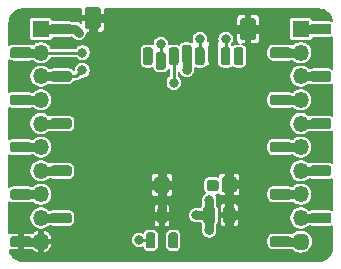
<source format=gtl>
G04 #@! TF.GenerationSoftware,KiCad,Pcbnew,(5.1.5-0-10_14)*
G04 #@! TF.CreationDate,2020-04-11T19:26:15-04:00*
G04 #@! TF.ProjectId,crazyflie-usd-spi3,6372617a-7966-46c6-9965-2d7573642d73,rev?*
G04 #@! TF.SameCoordinates,Original*
G04 #@! TF.FileFunction,Copper,L1,Top*
G04 #@! TF.FilePolarity,Positive*
%FSLAX46Y46*%
G04 Gerber Fmt 4.6, Leading zero omitted, Abs format (unit mm)*
G04 Created by KiCad (PCBNEW (5.1.5-0-10_14)) date 2020-04-11 19:26:15*
%MOMM*%
%LPD*%
G04 APERTURE LIST*
%ADD10C,0.100000*%
%ADD11R,1.450000X1.440000*%
%ADD12O,1.350000X1.350000*%
%ADD13O,1.450000X1.440000*%
%ADD14C,0.800000*%
%ADD15C,0.800000*%
%ADD16C,0.250000*%
%ADD17C,0.200000*%
G04 APERTURE END LIST*
G04 #@! TA.AperFunction,SMDPad,CuDef*
D10*
G36*
X140897054Y-74551083D02*
G01*
X140918895Y-74554323D01*
X140940314Y-74559688D01*
X140961104Y-74567127D01*
X140981064Y-74576568D01*
X141000003Y-74587919D01*
X141017738Y-74601073D01*
X141034099Y-74615901D01*
X141048927Y-74632262D01*
X141062081Y-74649997D01*
X141073432Y-74668936D01*
X141082873Y-74688896D01*
X141090312Y-74709686D01*
X141095677Y-74731105D01*
X141098917Y-74752946D01*
X141100000Y-74775000D01*
X141100000Y-75225000D01*
X141098917Y-75247054D01*
X141095677Y-75268895D01*
X141090312Y-75290314D01*
X141082873Y-75311104D01*
X141073432Y-75331064D01*
X141062081Y-75350003D01*
X141048927Y-75367738D01*
X141034099Y-75384099D01*
X141017738Y-75398927D01*
X141000003Y-75412081D01*
X140981064Y-75423432D01*
X140961104Y-75432873D01*
X140940314Y-75440312D01*
X140918895Y-75445677D01*
X140897054Y-75448917D01*
X140875000Y-75450000D01*
X139525000Y-75450000D01*
X139502946Y-75448917D01*
X139481105Y-75445677D01*
X139459686Y-75440312D01*
X139438896Y-75432873D01*
X139418936Y-75423432D01*
X139399997Y-75412081D01*
X139382262Y-75398927D01*
X139365901Y-75384099D01*
X139351073Y-75367738D01*
X139337919Y-75350003D01*
X139326568Y-75331064D01*
X139317127Y-75311104D01*
X139309688Y-75290314D01*
X139304323Y-75268895D01*
X139301083Y-75247054D01*
X139300000Y-75225000D01*
X139300000Y-74775000D01*
X139301083Y-74752946D01*
X139304323Y-74731105D01*
X139309688Y-74709686D01*
X139317127Y-74688896D01*
X139326568Y-74668936D01*
X139337919Y-74649997D01*
X139351073Y-74632262D01*
X139365901Y-74615901D01*
X139382262Y-74601073D01*
X139399997Y-74587919D01*
X139418936Y-74576568D01*
X139438896Y-74567127D01*
X139459686Y-74559688D01*
X139481105Y-74554323D01*
X139502946Y-74551083D01*
X139525000Y-74550000D01*
X140875000Y-74550000D01*
X140897054Y-74551083D01*
G37*
G04 #@! TD.AperFunction*
G04 #@! TA.AperFunction,SMDPad,CuDef*
G36*
X140897054Y-70551083D02*
G01*
X140918895Y-70554323D01*
X140940314Y-70559688D01*
X140961104Y-70567127D01*
X140981064Y-70576568D01*
X141000003Y-70587919D01*
X141017738Y-70601073D01*
X141034099Y-70615901D01*
X141048927Y-70632262D01*
X141062081Y-70649997D01*
X141073432Y-70668936D01*
X141082873Y-70688896D01*
X141090312Y-70709686D01*
X141095677Y-70731105D01*
X141098917Y-70752946D01*
X141100000Y-70775000D01*
X141100000Y-71225000D01*
X141098917Y-71247054D01*
X141095677Y-71268895D01*
X141090312Y-71290314D01*
X141082873Y-71311104D01*
X141073432Y-71331064D01*
X141062081Y-71350003D01*
X141048927Y-71367738D01*
X141034099Y-71384099D01*
X141017738Y-71398927D01*
X141000003Y-71412081D01*
X140981064Y-71423432D01*
X140961104Y-71432873D01*
X140940314Y-71440312D01*
X140918895Y-71445677D01*
X140897054Y-71448917D01*
X140875000Y-71450000D01*
X139525000Y-71450000D01*
X139502946Y-71448917D01*
X139481105Y-71445677D01*
X139459686Y-71440312D01*
X139438896Y-71432873D01*
X139418936Y-71423432D01*
X139399997Y-71412081D01*
X139382262Y-71398927D01*
X139365901Y-71384099D01*
X139351073Y-71367738D01*
X139337919Y-71350003D01*
X139326568Y-71331064D01*
X139317127Y-71311104D01*
X139309688Y-71290314D01*
X139304323Y-71268895D01*
X139301083Y-71247054D01*
X139300000Y-71225000D01*
X139300000Y-70775000D01*
X139301083Y-70752946D01*
X139304323Y-70731105D01*
X139309688Y-70709686D01*
X139317127Y-70688896D01*
X139326568Y-70668936D01*
X139337919Y-70649997D01*
X139351073Y-70632262D01*
X139365901Y-70615901D01*
X139382262Y-70601073D01*
X139399997Y-70587919D01*
X139418936Y-70576568D01*
X139438896Y-70567127D01*
X139459686Y-70559688D01*
X139481105Y-70554323D01*
X139502946Y-70551083D01*
X139525000Y-70550000D01*
X140875000Y-70550000D01*
X140897054Y-70551083D01*
G37*
G04 #@! TD.AperFunction*
G04 #@! TA.AperFunction,SMDPad,CuDef*
G36*
X140897054Y-66551083D02*
G01*
X140918895Y-66554323D01*
X140940314Y-66559688D01*
X140961104Y-66567127D01*
X140981064Y-66576568D01*
X141000003Y-66587919D01*
X141017738Y-66601073D01*
X141034099Y-66615901D01*
X141048927Y-66632262D01*
X141062081Y-66649997D01*
X141073432Y-66668936D01*
X141082873Y-66688896D01*
X141090312Y-66709686D01*
X141095677Y-66731105D01*
X141098917Y-66752946D01*
X141100000Y-66775000D01*
X141100000Y-67225000D01*
X141098917Y-67247054D01*
X141095677Y-67268895D01*
X141090312Y-67290314D01*
X141082873Y-67311104D01*
X141073432Y-67331064D01*
X141062081Y-67350003D01*
X141048927Y-67367738D01*
X141034099Y-67384099D01*
X141017738Y-67398927D01*
X141000003Y-67412081D01*
X140981064Y-67423432D01*
X140961104Y-67432873D01*
X140940314Y-67440312D01*
X140918895Y-67445677D01*
X140897054Y-67448917D01*
X140875000Y-67450000D01*
X139525000Y-67450000D01*
X139502946Y-67448917D01*
X139481105Y-67445677D01*
X139459686Y-67440312D01*
X139438896Y-67432873D01*
X139418936Y-67423432D01*
X139399997Y-67412081D01*
X139382262Y-67398927D01*
X139365901Y-67384099D01*
X139351073Y-67367738D01*
X139337919Y-67350003D01*
X139326568Y-67331064D01*
X139317127Y-67311104D01*
X139309688Y-67290314D01*
X139304323Y-67268895D01*
X139301083Y-67247054D01*
X139300000Y-67225000D01*
X139300000Y-66775000D01*
X139301083Y-66752946D01*
X139304323Y-66731105D01*
X139309688Y-66709686D01*
X139317127Y-66688896D01*
X139326568Y-66668936D01*
X139337919Y-66649997D01*
X139351073Y-66632262D01*
X139365901Y-66615901D01*
X139382262Y-66601073D01*
X139399997Y-66587919D01*
X139418936Y-66576568D01*
X139438896Y-66567127D01*
X139459686Y-66559688D01*
X139481105Y-66554323D01*
X139502946Y-66551083D01*
X139525000Y-66550000D01*
X140875000Y-66550000D01*
X140897054Y-66551083D01*
G37*
G04 #@! TD.AperFunction*
G04 #@! TA.AperFunction,SMDPad,CuDef*
G36*
X140897054Y-62551083D02*
G01*
X140918895Y-62554323D01*
X140940314Y-62559688D01*
X140961104Y-62567127D01*
X140981064Y-62576568D01*
X141000003Y-62587919D01*
X141017738Y-62601073D01*
X141034099Y-62615901D01*
X141048927Y-62632262D01*
X141062081Y-62649997D01*
X141073432Y-62668936D01*
X141082873Y-62688896D01*
X141090312Y-62709686D01*
X141095677Y-62731105D01*
X141098917Y-62752946D01*
X141100000Y-62775000D01*
X141100000Y-63225000D01*
X141098917Y-63247054D01*
X141095677Y-63268895D01*
X141090312Y-63290314D01*
X141082873Y-63311104D01*
X141073432Y-63331064D01*
X141062081Y-63350003D01*
X141048927Y-63367738D01*
X141034099Y-63384099D01*
X141017738Y-63398927D01*
X141000003Y-63412081D01*
X140981064Y-63423432D01*
X140961104Y-63432873D01*
X140940314Y-63440312D01*
X140918895Y-63445677D01*
X140897054Y-63448917D01*
X140875000Y-63450000D01*
X139525000Y-63450000D01*
X139502946Y-63448917D01*
X139481105Y-63445677D01*
X139459686Y-63440312D01*
X139438896Y-63432873D01*
X139418936Y-63423432D01*
X139399997Y-63412081D01*
X139382262Y-63398927D01*
X139365901Y-63384099D01*
X139351073Y-63367738D01*
X139337919Y-63350003D01*
X139326568Y-63331064D01*
X139317127Y-63311104D01*
X139309688Y-63290314D01*
X139304323Y-63268895D01*
X139301083Y-63247054D01*
X139300000Y-63225000D01*
X139300000Y-62775000D01*
X139301083Y-62752946D01*
X139304323Y-62731105D01*
X139309688Y-62709686D01*
X139317127Y-62688896D01*
X139326568Y-62668936D01*
X139337919Y-62649997D01*
X139351073Y-62632262D01*
X139365901Y-62615901D01*
X139382262Y-62601073D01*
X139399997Y-62587919D01*
X139418936Y-62576568D01*
X139438896Y-62567127D01*
X139459686Y-62559688D01*
X139481105Y-62554323D01*
X139502946Y-62551083D01*
X139525000Y-62550000D01*
X140875000Y-62550000D01*
X140897054Y-62551083D01*
G37*
G04 #@! TD.AperFunction*
G04 #@! TA.AperFunction,SMDPad,CuDef*
G36*
X140897054Y-58551083D02*
G01*
X140918895Y-58554323D01*
X140940314Y-58559688D01*
X140961104Y-58567127D01*
X140981064Y-58576568D01*
X141000003Y-58587919D01*
X141017738Y-58601073D01*
X141034099Y-58615901D01*
X141048927Y-58632262D01*
X141062081Y-58649997D01*
X141073432Y-58668936D01*
X141082873Y-58688896D01*
X141090312Y-58709686D01*
X141095677Y-58731105D01*
X141098917Y-58752946D01*
X141100000Y-58775000D01*
X141100000Y-59225000D01*
X141098917Y-59247054D01*
X141095677Y-59268895D01*
X141090312Y-59290314D01*
X141082873Y-59311104D01*
X141073432Y-59331064D01*
X141062081Y-59350003D01*
X141048927Y-59367738D01*
X141034099Y-59384099D01*
X141017738Y-59398927D01*
X141000003Y-59412081D01*
X140981064Y-59423432D01*
X140961104Y-59432873D01*
X140940314Y-59440312D01*
X140918895Y-59445677D01*
X140897054Y-59448917D01*
X140875000Y-59450000D01*
X139525000Y-59450000D01*
X139502946Y-59448917D01*
X139481105Y-59445677D01*
X139459686Y-59440312D01*
X139438896Y-59432873D01*
X139418936Y-59423432D01*
X139399997Y-59412081D01*
X139382262Y-59398927D01*
X139365901Y-59384099D01*
X139351073Y-59367738D01*
X139337919Y-59350003D01*
X139326568Y-59331064D01*
X139317127Y-59311104D01*
X139309688Y-59290314D01*
X139304323Y-59268895D01*
X139301083Y-59247054D01*
X139300000Y-59225000D01*
X139300000Y-58775000D01*
X139301083Y-58752946D01*
X139304323Y-58731105D01*
X139309688Y-58709686D01*
X139317127Y-58688896D01*
X139326568Y-58668936D01*
X139337919Y-58649997D01*
X139351073Y-58632262D01*
X139365901Y-58615901D01*
X139382262Y-58601073D01*
X139399997Y-58587919D01*
X139418936Y-58576568D01*
X139438896Y-58567127D01*
X139459686Y-58559688D01*
X139481105Y-58554323D01*
X139502946Y-58551083D01*
X139525000Y-58550000D01*
X140875000Y-58550000D01*
X140897054Y-58551083D01*
G37*
G04 #@! TD.AperFunction*
G04 #@! TA.AperFunction,SMDPad,CuDef*
G36*
X137497054Y-76551083D02*
G01*
X137518895Y-76554323D01*
X137540314Y-76559688D01*
X137561104Y-76567127D01*
X137581064Y-76576568D01*
X137600003Y-76587919D01*
X137617738Y-76601073D01*
X137634099Y-76615901D01*
X137648927Y-76632262D01*
X137662081Y-76649997D01*
X137673432Y-76668936D01*
X137682873Y-76688896D01*
X137690312Y-76709686D01*
X137695677Y-76731105D01*
X137698917Y-76752946D01*
X137700000Y-76775000D01*
X137700000Y-77225000D01*
X137698917Y-77247054D01*
X137695677Y-77268895D01*
X137690312Y-77290314D01*
X137682873Y-77311104D01*
X137673432Y-77331064D01*
X137662081Y-77350003D01*
X137648927Y-77367738D01*
X137634099Y-77384099D01*
X137617738Y-77398927D01*
X137600003Y-77412081D01*
X137581064Y-77423432D01*
X137561104Y-77432873D01*
X137540314Y-77440312D01*
X137518895Y-77445677D01*
X137497054Y-77448917D01*
X137475000Y-77450000D01*
X136125000Y-77450000D01*
X136102946Y-77448917D01*
X136081105Y-77445677D01*
X136059686Y-77440312D01*
X136038896Y-77432873D01*
X136018936Y-77423432D01*
X135999997Y-77412081D01*
X135982262Y-77398927D01*
X135965901Y-77384099D01*
X135951073Y-77367738D01*
X135937919Y-77350003D01*
X135926568Y-77331064D01*
X135917127Y-77311104D01*
X135909688Y-77290314D01*
X135904323Y-77268895D01*
X135901083Y-77247054D01*
X135900000Y-77225000D01*
X135900000Y-76775000D01*
X135901083Y-76752946D01*
X135904323Y-76731105D01*
X135909688Y-76709686D01*
X135917127Y-76688896D01*
X135926568Y-76668936D01*
X135937919Y-76649997D01*
X135951073Y-76632262D01*
X135965901Y-76615901D01*
X135982262Y-76601073D01*
X135999997Y-76587919D01*
X136018936Y-76576568D01*
X136038896Y-76567127D01*
X136059686Y-76559688D01*
X136081105Y-76554323D01*
X136102946Y-76551083D01*
X136125000Y-76550000D01*
X137475000Y-76550000D01*
X137497054Y-76551083D01*
G37*
G04 #@! TD.AperFunction*
G04 #@! TA.AperFunction,SMDPad,CuDef*
G36*
X137497054Y-72551083D02*
G01*
X137518895Y-72554323D01*
X137540314Y-72559688D01*
X137561104Y-72567127D01*
X137581064Y-72576568D01*
X137600003Y-72587919D01*
X137617738Y-72601073D01*
X137634099Y-72615901D01*
X137648927Y-72632262D01*
X137662081Y-72649997D01*
X137673432Y-72668936D01*
X137682873Y-72688896D01*
X137690312Y-72709686D01*
X137695677Y-72731105D01*
X137698917Y-72752946D01*
X137700000Y-72775000D01*
X137700000Y-73225000D01*
X137698917Y-73247054D01*
X137695677Y-73268895D01*
X137690312Y-73290314D01*
X137682873Y-73311104D01*
X137673432Y-73331064D01*
X137662081Y-73350003D01*
X137648927Y-73367738D01*
X137634099Y-73384099D01*
X137617738Y-73398927D01*
X137600003Y-73412081D01*
X137581064Y-73423432D01*
X137561104Y-73432873D01*
X137540314Y-73440312D01*
X137518895Y-73445677D01*
X137497054Y-73448917D01*
X137475000Y-73450000D01*
X136125000Y-73450000D01*
X136102946Y-73448917D01*
X136081105Y-73445677D01*
X136059686Y-73440312D01*
X136038896Y-73432873D01*
X136018936Y-73423432D01*
X135999997Y-73412081D01*
X135982262Y-73398927D01*
X135965901Y-73384099D01*
X135951073Y-73367738D01*
X135937919Y-73350003D01*
X135926568Y-73331064D01*
X135917127Y-73311104D01*
X135909688Y-73290314D01*
X135904323Y-73268895D01*
X135901083Y-73247054D01*
X135900000Y-73225000D01*
X135900000Y-72775000D01*
X135901083Y-72752946D01*
X135904323Y-72731105D01*
X135909688Y-72709686D01*
X135917127Y-72688896D01*
X135926568Y-72668936D01*
X135937919Y-72649997D01*
X135951073Y-72632262D01*
X135965901Y-72615901D01*
X135982262Y-72601073D01*
X135999997Y-72587919D01*
X136018936Y-72576568D01*
X136038896Y-72567127D01*
X136059686Y-72559688D01*
X136081105Y-72554323D01*
X136102946Y-72551083D01*
X136125000Y-72550000D01*
X137475000Y-72550000D01*
X137497054Y-72551083D01*
G37*
G04 #@! TD.AperFunction*
G04 #@! TA.AperFunction,SMDPad,CuDef*
G36*
X137497054Y-68551083D02*
G01*
X137518895Y-68554323D01*
X137540314Y-68559688D01*
X137561104Y-68567127D01*
X137581064Y-68576568D01*
X137600003Y-68587919D01*
X137617738Y-68601073D01*
X137634099Y-68615901D01*
X137648927Y-68632262D01*
X137662081Y-68649997D01*
X137673432Y-68668936D01*
X137682873Y-68688896D01*
X137690312Y-68709686D01*
X137695677Y-68731105D01*
X137698917Y-68752946D01*
X137700000Y-68775000D01*
X137700000Y-69225000D01*
X137698917Y-69247054D01*
X137695677Y-69268895D01*
X137690312Y-69290314D01*
X137682873Y-69311104D01*
X137673432Y-69331064D01*
X137662081Y-69350003D01*
X137648927Y-69367738D01*
X137634099Y-69384099D01*
X137617738Y-69398927D01*
X137600003Y-69412081D01*
X137581064Y-69423432D01*
X137561104Y-69432873D01*
X137540314Y-69440312D01*
X137518895Y-69445677D01*
X137497054Y-69448917D01*
X137475000Y-69450000D01*
X136125000Y-69450000D01*
X136102946Y-69448917D01*
X136081105Y-69445677D01*
X136059686Y-69440312D01*
X136038896Y-69432873D01*
X136018936Y-69423432D01*
X135999997Y-69412081D01*
X135982262Y-69398927D01*
X135965901Y-69384099D01*
X135951073Y-69367738D01*
X135937919Y-69350003D01*
X135926568Y-69331064D01*
X135917127Y-69311104D01*
X135909688Y-69290314D01*
X135904323Y-69268895D01*
X135901083Y-69247054D01*
X135900000Y-69225000D01*
X135900000Y-68775000D01*
X135901083Y-68752946D01*
X135904323Y-68731105D01*
X135909688Y-68709686D01*
X135917127Y-68688896D01*
X135926568Y-68668936D01*
X135937919Y-68649997D01*
X135951073Y-68632262D01*
X135965901Y-68615901D01*
X135982262Y-68601073D01*
X135999997Y-68587919D01*
X136018936Y-68576568D01*
X136038896Y-68567127D01*
X136059686Y-68559688D01*
X136081105Y-68554323D01*
X136102946Y-68551083D01*
X136125000Y-68550000D01*
X137475000Y-68550000D01*
X137497054Y-68551083D01*
G37*
G04 #@! TD.AperFunction*
G04 #@! TA.AperFunction,SMDPad,CuDef*
G36*
X137497054Y-64551083D02*
G01*
X137518895Y-64554323D01*
X137540314Y-64559688D01*
X137561104Y-64567127D01*
X137581064Y-64576568D01*
X137600003Y-64587919D01*
X137617738Y-64601073D01*
X137634099Y-64615901D01*
X137648927Y-64632262D01*
X137662081Y-64649997D01*
X137673432Y-64668936D01*
X137682873Y-64688896D01*
X137690312Y-64709686D01*
X137695677Y-64731105D01*
X137698917Y-64752946D01*
X137700000Y-64775000D01*
X137700000Y-65225000D01*
X137698917Y-65247054D01*
X137695677Y-65268895D01*
X137690312Y-65290314D01*
X137682873Y-65311104D01*
X137673432Y-65331064D01*
X137662081Y-65350003D01*
X137648927Y-65367738D01*
X137634099Y-65384099D01*
X137617738Y-65398927D01*
X137600003Y-65412081D01*
X137581064Y-65423432D01*
X137561104Y-65432873D01*
X137540314Y-65440312D01*
X137518895Y-65445677D01*
X137497054Y-65448917D01*
X137475000Y-65450000D01*
X136125000Y-65450000D01*
X136102946Y-65448917D01*
X136081105Y-65445677D01*
X136059686Y-65440312D01*
X136038896Y-65432873D01*
X136018936Y-65423432D01*
X135999997Y-65412081D01*
X135982262Y-65398927D01*
X135965901Y-65384099D01*
X135951073Y-65367738D01*
X135937919Y-65350003D01*
X135926568Y-65331064D01*
X135917127Y-65311104D01*
X135909688Y-65290314D01*
X135904323Y-65268895D01*
X135901083Y-65247054D01*
X135900000Y-65225000D01*
X135900000Y-64775000D01*
X135901083Y-64752946D01*
X135904323Y-64731105D01*
X135909688Y-64709686D01*
X135917127Y-64688896D01*
X135926568Y-64668936D01*
X135937919Y-64649997D01*
X135951073Y-64632262D01*
X135965901Y-64615901D01*
X135982262Y-64601073D01*
X135999997Y-64587919D01*
X136018936Y-64576568D01*
X136038896Y-64567127D01*
X136059686Y-64559688D01*
X136081105Y-64554323D01*
X136102946Y-64551083D01*
X136125000Y-64550000D01*
X137475000Y-64550000D01*
X137497054Y-64551083D01*
G37*
G04 #@! TD.AperFunction*
G04 #@! TA.AperFunction,SMDPad,CuDef*
G36*
X137497054Y-60551083D02*
G01*
X137518895Y-60554323D01*
X137540314Y-60559688D01*
X137561104Y-60567127D01*
X137581064Y-60576568D01*
X137600003Y-60587919D01*
X137617738Y-60601073D01*
X137634099Y-60615901D01*
X137648927Y-60632262D01*
X137662081Y-60649997D01*
X137673432Y-60668936D01*
X137682873Y-60688896D01*
X137690312Y-60709686D01*
X137695677Y-60731105D01*
X137698917Y-60752946D01*
X137700000Y-60775000D01*
X137700000Y-61225000D01*
X137698917Y-61247054D01*
X137695677Y-61268895D01*
X137690312Y-61290314D01*
X137682873Y-61311104D01*
X137673432Y-61331064D01*
X137662081Y-61350003D01*
X137648927Y-61367738D01*
X137634099Y-61384099D01*
X137617738Y-61398927D01*
X137600003Y-61412081D01*
X137581064Y-61423432D01*
X137561104Y-61432873D01*
X137540314Y-61440312D01*
X137518895Y-61445677D01*
X137497054Y-61448917D01*
X137475000Y-61450000D01*
X136125000Y-61450000D01*
X136102946Y-61448917D01*
X136081105Y-61445677D01*
X136059686Y-61440312D01*
X136038896Y-61432873D01*
X136018936Y-61423432D01*
X135999997Y-61412081D01*
X135982262Y-61398927D01*
X135965901Y-61384099D01*
X135951073Y-61367738D01*
X135937919Y-61350003D01*
X135926568Y-61331064D01*
X135917127Y-61311104D01*
X135909688Y-61290314D01*
X135904323Y-61268895D01*
X135901083Y-61247054D01*
X135900000Y-61225000D01*
X135900000Y-60775000D01*
X135901083Y-60752946D01*
X135904323Y-60731105D01*
X135909688Y-60709686D01*
X135917127Y-60688896D01*
X135926568Y-60668936D01*
X135937919Y-60649997D01*
X135951073Y-60632262D01*
X135965901Y-60615901D01*
X135982262Y-60601073D01*
X135999997Y-60587919D01*
X136018936Y-60576568D01*
X136038896Y-60567127D01*
X136059686Y-60559688D01*
X136081105Y-60554323D01*
X136102946Y-60551083D01*
X136125000Y-60550000D01*
X137475000Y-60550000D01*
X137497054Y-60551083D01*
G37*
G04 #@! TD.AperFunction*
G04 #@! TA.AperFunction,SMDPad,CuDef*
G36*
X162897054Y-74551083D02*
G01*
X162918895Y-74554323D01*
X162940314Y-74559688D01*
X162961104Y-74567127D01*
X162981064Y-74576568D01*
X163000003Y-74587919D01*
X163017738Y-74601073D01*
X163034099Y-74615901D01*
X163048927Y-74632262D01*
X163062081Y-74649997D01*
X163073432Y-74668936D01*
X163082873Y-74688896D01*
X163090312Y-74709686D01*
X163095677Y-74731105D01*
X163098917Y-74752946D01*
X163100000Y-74775000D01*
X163100000Y-75225000D01*
X163098917Y-75247054D01*
X163095677Y-75268895D01*
X163090312Y-75290314D01*
X163082873Y-75311104D01*
X163073432Y-75331064D01*
X163062081Y-75350003D01*
X163048927Y-75367738D01*
X163034099Y-75384099D01*
X163017738Y-75398927D01*
X163000003Y-75412081D01*
X162981064Y-75423432D01*
X162961104Y-75432873D01*
X162940314Y-75440312D01*
X162918895Y-75445677D01*
X162897054Y-75448917D01*
X162875000Y-75450000D01*
X161525000Y-75450000D01*
X161502946Y-75448917D01*
X161481105Y-75445677D01*
X161459686Y-75440312D01*
X161438896Y-75432873D01*
X161418936Y-75423432D01*
X161399997Y-75412081D01*
X161382262Y-75398927D01*
X161365901Y-75384099D01*
X161351073Y-75367738D01*
X161337919Y-75350003D01*
X161326568Y-75331064D01*
X161317127Y-75311104D01*
X161309688Y-75290314D01*
X161304323Y-75268895D01*
X161301083Y-75247054D01*
X161300000Y-75225000D01*
X161300000Y-74775000D01*
X161301083Y-74752946D01*
X161304323Y-74731105D01*
X161309688Y-74709686D01*
X161317127Y-74688896D01*
X161326568Y-74668936D01*
X161337919Y-74649997D01*
X161351073Y-74632262D01*
X161365901Y-74615901D01*
X161382262Y-74601073D01*
X161399997Y-74587919D01*
X161418936Y-74576568D01*
X161438896Y-74567127D01*
X161459686Y-74559688D01*
X161481105Y-74554323D01*
X161502946Y-74551083D01*
X161525000Y-74550000D01*
X162875000Y-74550000D01*
X162897054Y-74551083D01*
G37*
G04 #@! TD.AperFunction*
G04 #@! TA.AperFunction,SMDPad,CuDef*
G36*
X162897054Y-70551083D02*
G01*
X162918895Y-70554323D01*
X162940314Y-70559688D01*
X162961104Y-70567127D01*
X162981064Y-70576568D01*
X163000003Y-70587919D01*
X163017738Y-70601073D01*
X163034099Y-70615901D01*
X163048927Y-70632262D01*
X163062081Y-70649997D01*
X163073432Y-70668936D01*
X163082873Y-70688896D01*
X163090312Y-70709686D01*
X163095677Y-70731105D01*
X163098917Y-70752946D01*
X163100000Y-70775000D01*
X163100000Y-71225000D01*
X163098917Y-71247054D01*
X163095677Y-71268895D01*
X163090312Y-71290314D01*
X163082873Y-71311104D01*
X163073432Y-71331064D01*
X163062081Y-71350003D01*
X163048927Y-71367738D01*
X163034099Y-71384099D01*
X163017738Y-71398927D01*
X163000003Y-71412081D01*
X162981064Y-71423432D01*
X162961104Y-71432873D01*
X162940314Y-71440312D01*
X162918895Y-71445677D01*
X162897054Y-71448917D01*
X162875000Y-71450000D01*
X161525000Y-71450000D01*
X161502946Y-71448917D01*
X161481105Y-71445677D01*
X161459686Y-71440312D01*
X161438896Y-71432873D01*
X161418936Y-71423432D01*
X161399997Y-71412081D01*
X161382262Y-71398927D01*
X161365901Y-71384099D01*
X161351073Y-71367738D01*
X161337919Y-71350003D01*
X161326568Y-71331064D01*
X161317127Y-71311104D01*
X161309688Y-71290314D01*
X161304323Y-71268895D01*
X161301083Y-71247054D01*
X161300000Y-71225000D01*
X161300000Y-70775000D01*
X161301083Y-70752946D01*
X161304323Y-70731105D01*
X161309688Y-70709686D01*
X161317127Y-70688896D01*
X161326568Y-70668936D01*
X161337919Y-70649997D01*
X161351073Y-70632262D01*
X161365901Y-70615901D01*
X161382262Y-70601073D01*
X161399997Y-70587919D01*
X161418936Y-70576568D01*
X161438896Y-70567127D01*
X161459686Y-70559688D01*
X161481105Y-70554323D01*
X161502946Y-70551083D01*
X161525000Y-70550000D01*
X162875000Y-70550000D01*
X162897054Y-70551083D01*
G37*
G04 #@! TD.AperFunction*
G04 #@! TA.AperFunction,SMDPad,CuDef*
G36*
X162897054Y-66551083D02*
G01*
X162918895Y-66554323D01*
X162940314Y-66559688D01*
X162961104Y-66567127D01*
X162981064Y-66576568D01*
X163000003Y-66587919D01*
X163017738Y-66601073D01*
X163034099Y-66615901D01*
X163048927Y-66632262D01*
X163062081Y-66649997D01*
X163073432Y-66668936D01*
X163082873Y-66688896D01*
X163090312Y-66709686D01*
X163095677Y-66731105D01*
X163098917Y-66752946D01*
X163100000Y-66775000D01*
X163100000Y-67225000D01*
X163098917Y-67247054D01*
X163095677Y-67268895D01*
X163090312Y-67290314D01*
X163082873Y-67311104D01*
X163073432Y-67331064D01*
X163062081Y-67350003D01*
X163048927Y-67367738D01*
X163034099Y-67384099D01*
X163017738Y-67398927D01*
X163000003Y-67412081D01*
X162981064Y-67423432D01*
X162961104Y-67432873D01*
X162940314Y-67440312D01*
X162918895Y-67445677D01*
X162897054Y-67448917D01*
X162875000Y-67450000D01*
X161525000Y-67450000D01*
X161502946Y-67448917D01*
X161481105Y-67445677D01*
X161459686Y-67440312D01*
X161438896Y-67432873D01*
X161418936Y-67423432D01*
X161399997Y-67412081D01*
X161382262Y-67398927D01*
X161365901Y-67384099D01*
X161351073Y-67367738D01*
X161337919Y-67350003D01*
X161326568Y-67331064D01*
X161317127Y-67311104D01*
X161309688Y-67290314D01*
X161304323Y-67268895D01*
X161301083Y-67247054D01*
X161300000Y-67225000D01*
X161300000Y-66775000D01*
X161301083Y-66752946D01*
X161304323Y-66731105D01*
X161309688Y-66709686D01*
X161317127Y-66688896D01*
X161326568Y-66668936D01*
X161337919Y-66649997D01*
X161351073Y-66632262D01*
X161365901Y-66615901D01*
X161382262Y-66601073D01*
X161399997Y-66587919D01*
X161418936Y-66576568D01*
X161438896Y-66567127D01*
X161459686Y-66559688D01*
X161481105Y-66554323D01*
X161502946Y-66551083D01*
X161525000Y-66550000D01*
X162875000Y-66550000D01*
X162897054Y-66551083D01*
G37*
G04 #@! TD.AperFunction*
G04 #@! TA.AperFunction,SMDPad,CuDef*
G36*
X162897054Y-62551083D02*
G01*
X162918895Y-62554323D01*
X162940314Y-62559688D01*
X162961104Y-62567127D01*
X162981064Y-62576568D01*
X163000003Y-62587919D01*
X163017738Y-62601073D01*
X163034099Y-62615901D01*
X163048927Y-62632262D01*
X163062081Y-62649997D01*
X163073432Y-62668936D01*
X163082873Y-62688896D01*
X163090312Y-62709686D01*
X163095677Y-62731105D01*
X163098917Y-62752946D01*
X163100000Y-62775000D01*
X163100000Y-63225000D01*
X163098917Y-63247054D01*
X163095677Y-63268895D01*
X163090312Y-63290314D01*
X163082873Y-63311104D01*
X163073432Y-63331064D01*
X163062081Y-63350003D01*
X163048927Y-63367738D01*
X163034099Y-63384099D01*
X163017738Y-63398927D01*
X163000003Y-63412081D01*
X162981064Y-63423432D01*
X162961104Y-63432873D01*
X162940314Y-63440312D01*
X162918895Y-63445677D01*
X162897054Y-63448917D01*
X162875000Y-63450000D01*
X161525000Y-63450000D01*
X161502946Y-63448917D01*
X161481105Y-63445677D01*
X161459686Y-63440312D01*
X161438896Y-63432873D01*
X161418936Y-63423432D01*
X161399997Y-63412081D01*
X161382262Y-63398927D01*
X161365901Y-63384099D01*
X161351073Y-63367738D01*
X161337919Y-63350003D01*
X161326568Y-63331064D01*
X161317127Y-63311104D01*
X161309688Y-63290314D01*
X161304323Y-63268895D01*
X161301083Y-63247054D01*
X161300000Y-63225000D01*
X161300000Y-62775000D01*
X161301083Y-62752946D01*
X161304323Y-62731105D01*
X161309688Y-62709686D01*
X161317127Y-62688896D01*
X161326568Y-62668936D01*
X161337919Y-62649997D01*
X161351073Y-62632262D01*
X161365901Y-62615901D01*
X161382262Y-62601073D01*
X161399997Y-62587919D01*
X161418936Y-62576568D01*
X161438896Y-62567127D01*
X161459686Y-62559688D01*
X161481105Y-62554323D01*
X161502946Y-62551083D01*
X161525000Y-62550000D01*
X162875000Y-62550000D01*
X162897054Y-62551083D01*
G37*
G04 #@! TD.AperFunction*
G04 #@! TA.AperFunction,SMDPad,CuDef*
G36*
X162897054Y-58551083D02*
G01*
X162918895Y-58554323D01*
X162940314Y-58559688D01*
X162961104Y-58567127D01*
X162981064Y-58576568D01*
X163000003Y-58587919D01*
X163017738Y-58601073D01*
X163034099Y-58615901D01*
X163048927Y-58632262D01*
X163062081Y-58649997D01*
X163073432Y-58668936D01*
X163082873Y-58688896D01*
X163090312Y-58709686D01*
X163095677Y-58731105D01*
X163098917Y-58752946D01*
X163100000Y-58775000D01*
X163100000Y-59225000D01*
X163098917Y-59247054D01*
X163095677Y-59268895D01*
X163090312Y-59290314D01*
X163082873Y-59311104D01*
X163073432Y-59331064D01*
X163062081Y-59350003D01*
X163048927Y-59367738D01*
X163034099Y-59384099D01*
X163017738Y-59398927D01*
X163000003Y-59412081D01*
X162981064Y-59423432D01*
X162961104Y-59432873D01*
X162940314Y-59440312D01*
X162918895Y-59445677D01*
X162897054Y-59448917D01*
X162875000Y-59450000D01*
X161525000Y-59450000D01*
X161502946Y-59448917D01*
X161481105Y-59445677D01*
X161459686Y-59440312D01*
X161438896Y-59432873D01*
X161418936Y-59423432D01*
X161399997Y-59412081D01*
X161382262Y-59398927D01*
X161365901Y-59384099D01*
X161351073Y-59367738D01*
X161337919Y-59350003D01*
X161326568Y-59331064D01*
X161317127Y-59311104D01*
X161309688Y-59290314D01*
X161304323Y-59268895D01*
X161301083Y-59247054D01*
X161300000Y-59225000D01*
X161300000Y-58775000D01*
X161301083Y-58752946D01*
X161304323Y-58731105D01*
X161309688Y-58709686D01*
X161317127Y-58688896D01*
X161326568Y-58668936D01*
X161337919Y-58649997D01*
X161351073Y-58632262D01*
X161365901Y-58615901D01*
X161382262Y-58601073D01*
X161399997Y-58587919D01*
X161418936Y-58576568D01*
X161438896Y-58567127D01*
X161459686Y-58559688D01*
X161481105Y-58554323D01*
X161502946Y-58551083D01*
X161525000Y-58550000D01*
X162875000Y-58550000D01*
X162897054Y-58551083D01*
G37*
G04 #@! TD.AperFunction*
G04 #@! TA.AperFunction,SMDPad,CuDef*
G36*
X159497054Y-76551083D02*
G01*
X159518895Y-76554323D01*
X159540314Y-76559688D01*
X159561104Y-76567127D01*
X159581064Y-76576568D01*
X159600003Y-76587919D01*
X159617738Y-76601073D01*
X159634099Y-76615901D01*
X159648927Y-76632262D01*
X159662081Y-76649997D01*
X159673432Y-76668936D01*
X159682873Y-76688896D01*
X159690312Y-76709686D01*
X159695677Y-76731105D01*
X159698917Y-76752946D01*
X159700000Y-76775000D01*
X159700000Y-77225000D01*
X159698917Y-77247054D01*
X159695677Y-77268895D01*
X159690312Y-77290314D01*
X159682873Y-77311104D01*
X159673432Y-77331064D01*
X159662081Y-77350003D01*
X159648927Y-77367738D01*
X159634099Y-77384099D01*
X159617738Y-77398927D01*
X159600003Y-77412081D01*
X159581064Y-77423432D01*
X159561104Y-77432873D01*
X159540314Y-77440312D01*
X159518895Y-77445677D01*
X159497054Y-77448917D01*
X159475000Y-77450000D01*
X158125000Y-77450000D01*
X158102946Y-77448917D01*
X158081105Y-77445677D01*
X158059686Y-77440312D01*
X158038896Y-77432873D01*
X158018936Y-77423432D01*
X157999997Y-77412081D01*
X157982262Y-77398927D01*
X157965901Y-77384099D01*
X157951073Y-77367738D01*
X157937919Y-77350003D01*
X157926568Y-77331064D01*
X157917127Y-77311104D01*
X157909688Y-77290314D01*
X157904323Y-77268895D01*
X157901083Y-77247054D01*
X157900000Y-77225000D01*
X157900000Y-76775000D01*
X157901083Y-76752946D01*
X157904323Y-76731105D01*
X157909688Y-76709686D01*
X157917127Y-76688896D01*
X157926568Y-76668936D01*
X157937919Y-76649997D01*
X157951073Y-76632262D01*
X157965901Y-76615901D01*
X157982262Y-76601073D01*
X157999997Y-76587919D01*
X158018936Y-76576568D01*
X158038896Y-76567127D01*
X158059686Y-76559688D01*
X158081105Y-76554323D01*
X158102946Y-76551083D01*
X158125000Y-76550000D01*
X159475000Y-76550000D01*
X159497054Y-76551083D01*
G37*
G04 #@! TD.AperFunction*
G04 #@! TA.AperFunction,SMDPad,CuDef*
G36*
X159497054Y-72551083D02*
G01*
X159518895Y-72554323D01*
X159540314Y-72559688D01*
X159561104Y-72567127D01*
X159581064Y-72576568D01*
X159600003Y-72587919D01*
X159617738Y-72601073D01*
X159634099Y-72615901D01*
X159648927Y-72632262D01*
X159662081Y-72649997D01*
X159673432Y-72668936D01*
X159682873Y-72688896D01*
X159690312Y-72709686D01*
X159695677Y-72731105D01*
X159698917Y-72752946D01*
X159700000Y-72775000D01*
X159700000Y-73225000D01*
X159698917Y-73247054D01*
X159695677Y-73268895D01*
X159690312Y-73290314D01*
X159682873Y-73311104D01*
X159673432Y-73331064D01*
X159662081Y-73350003D01*
X159648927Y-73367738D01*
X159634099Y-73384099D01*
X159617738Y-73398927D01*
X159600003Y-73412081D01*
X159581064Y-73423432D01*
X159561104Y-73432873D01*
X159540314Y-73440312D01*
X159518895Y-73445677D01*
X159497054Y-73448917D01*
X159475000Y-73450000D01*
X158125000Y-73450000D01*
X158102946Y-73448917D01*
X158081105Y-73445677D01*
X158059686Y-73440312D01*
X158038896Y-73432873D01*
X158018936Y-73423432D01*
X157999997Y-73412081D01*
X157982262Y-73398927D01*
X157965901Y-73384099D01*
X157951073Y-73367738D01*
X157937919Y-73350003D01*
X157926568Y-73331064D01*
X157917127Y-73311104D01*
X157909688Y-73290314D01*
X157904323Y-73268895D01*
X157901083Y-73247054D01*
X157900000Y-73225000D01*
X157900000Y-72775000D01*
X157901083Y-72752946D01*
X157904323Y-72731105D01*
X157909688Y-72709686D01*
X157917127Y-72688896D01*
X157926568Y-72668936D01*
X157937919Y-72649997D01*
X157951073Y-72632262D01*
X157965901Y-72615901D01*
X157982262Y-72601073D01*
X157999997Y-72587919D01*
X158018936Y-72576568D01*
X158038896Y-72567127D01*
X158059686Y-72559688D01*
X158081105Y-72554323D01*
X158102946Y-72551083D01*
X158125000Y-72550000D01*
X159475000Y-72550000D01*
X159497054Y-72551083D01*
G37*
G04 #@! TD.AperFunction*
G04 #@! TA.AperFunction,SMDPad,CuDef*
G36*
X159497054Y-68551083D02*
G01*
X159518895Y-68554323D01*
X159540314Y-68559688D01*
X159561104Y-68567127D01*
X159581064Y-68576568D01*
X159600003Y-68587919D01*
X159617738Y-68601073D01*
X159634099Y-68615901D01*
X159648927Y-68632262D01*
X159662081Y-68649997D01*
X159673432Y-68668936D01*
X159682873Y-68688896D01*
X159690312Y-68709686D01*
X159695677Y-68731105D01*
X159698917Y-68752946D01*
X159700000Y-68775000D01*
X159700000Y-69225000D01*
X159698917Y-69247054D01*
X159695677Y-69268895D01*
X159690312Y-69290314D01*
X159682873Y-69311104D01*
X159673432Y-69331064D01*
X159662081Y-69350003D01*
X159648927Y-69367738D01*
X159634099Y-69384099D01*
X159617738Y-69398927D01*
X159600003Y-69412081D01*
X159581064Y-69423432D01*
X159561104Y-69432873D01*
X159540314Y-69440312D01*
X159518895Y-69445677D01*
X159497054Y-69448917D01*
X159475000Y-69450000D01*
X158125000Y-69450000D01*
X158102946Y-69448917D01*
X158081105Y-69445677D01*
X158059686Y-69440312D01*
X158038896Y-69432873D01*
X158018936Y-69423432D01*
X157999997Y-69412081D01*
X157982262Y-69398927D01*
X157965901Y-69384099D01*
X157951073Y-69367738D01*
X157937919Y-69350003D01*
X157926568Y-69331064D01*
X157917127Y-69311104D01*
X157909688Y-69290314D01*
X157904323Y-69268895D01*
X157901083Y-69247054D01*
X157900000Y-69225000D01*
X157900000Y-68775000D01*
X157901083Y-68752946D01*
X157904323Y-68731105D01*
X157909688Y-68709686D01*
X157917127Y-68688896D01*
X157926568Y-68668936D01*
X157937919Y-68649997D01*
X157951073Y-68632262D01*
X157965901Y-68615901D01*
X157982262Y-68601073D01*
X157999997Y-68587919D01*
X158018936Y-68576568D01*
X158038896Y-68567127D01*
X158059686Y-68559688D01*
X158081105Y-68554323D01*
X158102946Y-68551083D01*
X158125000Y-68550000D01*
X159475000Y-68550000D01*
X159497054Y-68551083D01*
G37*
G04 #@! TD.AperFunction*
G04 #@! TA.AperFunction,SMDPad,CuDef*
G36*
X159497054Y-64551083D02*
G01*
X159518895Y-64554323D01*
X159540314Y-64559688D01*
X159561104Y-64567127D01*
X159581064Y-64576568D01*
X159600003Y-64587919D01*
X159617738Y-64601073D01*
X159634099Y-64615901D01*
X159648927Y-64632262D01*
X159662081Y-64649997D01*
X159673432Y-64668936D01*
X159682873Y-64688896D01*
X159690312Y-64709686D01*
X159695677Y-64731105D01*
X159698917Y-64752946D01*
X159700000Y-64775000D01*
X159700000Y-65225000D01*
X159698917Y-65247054D01*
X159695677Y-65268895D01*
X159690312Y-65290314D01*
X159682873Y-65311104D01*
X159673432Y-65331064D01*
X159662081Y-65350003D01*
X159648927Y-65367738D01*
X159634099Y-65384099D01*
X159617738Y-65398927D01*
X159600003Y-65412081D01*
X159581064Y-65423432D01*
X159561104Y-65432873D01*
X159540314Y-65440312D01*
X159518895Y-65445677D01*
X159497054Y-65448917D01*
X159475000Y-65450000D01*
X158125000Y-65450000D01*
X158102946Y-65448917D01*
X158081105Y-65445677D01*
X158059686Y-65440312D01*
X158038896Y-65432873D01*
X158018936Y-65423432D01*
X157999997Y-65412081D01*
X157982262Y-65398927D01*
X157965901Y-65384099D01*
X157951073Y-65367738D01*
X157937919Y-65350003D01*
X157926568Y-65331064D01*
X157917127Y-65311104D01*
X157909688Y-65290314D01*
X157904323Y-65268895D01*
X157901083Y-65247054D01*
X157900000Y-65225000D01*
X157900000Y-64775000D01*
X157901083Y-64752946D01*
X157904323Y-64731105D01*
X157909688Y-64709686D01*
X157917127Y-64688896D01*
X157926568Y-64668936D01*
X157937919Y-64649997D01*
X157951073Y-64632262D01*
X157965901Y-64615901D01*
X157982262Y-64601073D01*
X157999997Y-64587919D01*
X158018936Y-64576568D01*
X158038896Y-64567127D01*
X158059686Y-64559688D01*
X158081105Y-64554323D01*
X158102946Y-64551083D01*
X158125000Y-64550000D01*
X159475000Y-64550000D01*
X159497054Y-64551083D01*
G37*
G04 #@! TD.AperFunction*
G04 #@! TA.AperFunction,SMDPad,CuDef*
G36*
X159497054Y-60551083D02*
G01*
X159518895Y-60554323D01*
X159540314Y-60559688D01*
X159561104Y-60567127D01*
X159581064Y-60576568D01*
X159600003Y-60587919D01*
X159617738Y-60601073D01*
X159634099Y-60615901D01*
X159648927Y-60632262D01*
X159662081Y-60649997D01*
X159673432Y-60668936D01*
X159682873Y-60688896D01*
X159690312Y-60709686D01*
X159695677Y-60731105D01*
X159698917Y-60752946D01*
X159700000Y-60775000D01*
X159700000Y-61225000D01*
X159698917Y-61247054D01*
X159695677Y-61268895D01*
X159690312Y-61290314D01*
X159682873Y-61311104D01*
X159673432Y-61331064D01*
X159662081Y-61350003D01*
X159648927Y-61367738D01*
X159634099Y-61384099D01*
X159617738Y-61398927D01*
X159600003Y-61412081D01*
X159581064Y-61423432D01*
X159561104Y-61432873D01*
X159540314Y-61440312D01*
X159518895Y-61445677D01*
X159497054Y-61448917D01*
X159475000Y-61450000D01*
X158125000Y-61450000D01*
X158102946Y-61448917D01*
X158081105Y-61445677D01*
X158059686Y-61440312D01*
X158038896Y-61432873D01*
X158018936Y-61423432D01*
X157999997Y-61412081D01*
X157982262Y-61398927D01*
X157965901Y-61384099D01*
X157951073Y-61367738D01*
X157937919Y-61350003D01*
X157926568Y-61331064D01*
X157917127Y-61311104D01*
X157909688Y-61290314D01*
X157904323Y-61268895D01*
X157901083Y-61247054D01*
X157900000Y-61225000D01*
X157900000Y-60775000D01*
X157901083Y-60752946D01*
X157904323Y-60731105D01*
X157909688Y-60709686D01*
X157917127Y-60688896D01*
X157926568Y-60668936D01*
X157937919Y-60649997D01*
X157951073Y-60632262D01*
X157965901Y-60615901D01*
X157982262Y-60601073D01*
X157999997Y-60587919D01*
X158018936Y-60576568D01*
X158038896Y-60567127D01*
X158059686Y-60559688D01*
X158081105Y-60554323D01*
X158102946Y-60551083D01*
X158125000Y-60550000D01*
X159475000Y-60550000D01*
X159497054Y-60551083D01*
G37*
G04 #@! TD.AperFunction*
G04 #@! TA.AperFunction,SMDPad,CuDef*
G36*
X155469603Y-60550963D02*
G01*
X155489018Y-60553843D01*
X155508057Y-60558612D01*
X155526537Y-60565224D01*
X155544279Y-60573616D01*
X155561114Y-60583706D01*
X155576879Y-60595398D01*
X155591421Y-60608579D01*
X155604602Y-60623121D01*
X155616294Y-60638886D01*
X155626384Y-60655721D01*
X155634776Y-60673463D01*
X155641388Y-60691943D01*
X155646157Y-60710982D01*
X155649037Y-60730397D01*
X155650000Y-60750000D01*
X155650000Y-61850000D01*
X155649037Y-61869603D01*
X155646157Y-61889018D01*
X155641388Y-61908057D01*
X155634776Y-61926537D01*
X155626384Y-61944279D01*
X155616294Y-61961114D01*
X155604602Y-61976879D01*
X155591421Y-61991421D01*
X155576879Y-62004602D01*
X155561114Y-62016294D01*
X155544279Y-62026384D01*
X155526537Y-62034776D01*
X155508057Y-62041388D01*
X155489018Y-62046157D01*
X155469603Y-62049037D01*
X155450000Y-62050000D01*
X155050000Y-62050000D01*
X155030397Y-62049037D01*
X155010982Y-62046157D01*
X154991943Y-62041388D01*
X154973463Y-62034776D01*
X154955721Y-62026384D01*
X154938886Y-62016294D01*
X154923121Y-62004602D01*
X154908579Y-61991421D01*
X154895398Y-61976879D01*
X154883706Y-61961114D01*
X154873616Y-61944279D01*
X154865224Y-61926537D01*
X154858612Y-61908057D01*
X154853843Y-61889018D01*
X154850963Y-61869603D01*
X154850000Y-61850000D01*
X154850000Y-60750000D01*
X154850963Y-60730397D01*
X154853843Y-60710982D01*
X154858612Y-60691943D01*
X154865224Y-60673463D01*
X154873616Y-60655721D01*
X154883706Y-60638886D01*
X154895398Y-60623121D01*
X154908579Y-60608579D01*
X154923121Y-60595398D01*
X154938886Y-60583706D01*
X154955721Y-60573616D01*
X154973463Y-60565224D01*
X154991943Y-60558612D01*
X155010982Y-60553843D01*
X155030397Y-60550963D01*
X155050000Y-60550000D01*
X155450000Y-60550000D01*
X155469603Y-60550963D01*
G37*
G04 #@! TD.AperFunction*
G04 #@! TA.AperFunction,SMDPad,CuDef*
G36*
X154369603Y-60550963D02*
G01*
X154389018Y-60553843D01*
X154408057Y-60558612D01*
X154426537Y-60565224D01*
X154444279Y-60573616D01*
X154461114Y-60583706D01*
X154476879Y-60595398D01*
X154491421Y-60608579D01*
X154504602Y-60623121D01*
X154516294Y-60638886D01*
X154526384Y-60655721D01*
X154534776Y-60673463D01*
X154541388Y-60691943D01*
X154546157Y-60710982D01*
X154549037Y-60730397D01*
X154550000Y-60750000D01*
X154550000Y-61850000D01*
X154549037Y-61869603D01*
X154546157Y-61889018D01*
X154541388Y-61908057D01*
X154534776Y-61926537D01*
X154526384Y-61944279D01*
X154516294Y-61961114D01*
X154504602Y-61976879D01*
X154491421Y-61991421D01*
X154476879Y-62004602D01*
X154461114Y-62016294D01*
X154444279Y-62026384D01*
X154426537Y-62034776D01*
X154408057Y-62041388D01*
X154389018Y-62046157D01*
X154369603Y-62049037D01*
X154350000Y-62050000D01*
X153950000Y-62050000D01*
X153930397Y-62049037D01*
X153910982Y-62046157D01*
X153891943Y-62041388D01*
X153873463Y-62034776D01*
X153855721Y-62026384D01*
X153838886Y-62016294D01*
X153823121Y-62004602D01*
X153808579Y-61991421D01*
X153795398Y-61976879D01*
X153783706Y-61961114D01*
X153773616Y-61944279D01*
X153765224Y-61926537D01*
X153758612Y-61908057D01*
X153753843Y-61889018D01*
X153750963Y-61869603D01*
X153750000Y-61850000D01*
X153750000Y-60750000D01*
X153750963Y-60730397D01*
X153753843Y-60710982D01*
X153758612Y-60691943D01*
X153765224Y-60673463D01*
X153773616Y-60655721D01*
X153783706Y-60638886D01*
X153795398Y-60623121D01*
X153808579Y-60608579D01*
X153823121Y-60595398D01*
X153838886Y-60583706D01*
X153855721Y-60573616D01*
X153873463Y-60565224D01*
X153891943Y-60558612D01*
X153910982Y-60553843D01*
X153930397Y-60550963D01*
X153950000Y-60550000D01*
X154350000Y-60550000D01*
X154369603Y-60550963D01*
G37*
G04 #@! TD.AperFunction*
G04 #@! TA.AperFunction,SMDPad,CuDef*
G36*
X153269603Y-60350963D02*
G01*
X153289018Y-60353843D01*
X153308057Y-60358612D01*
X153326537Y-60365224D01*
X153344279Y-60373616D01*
X153361114Y-60383706D01*
X153376879Y-60395398D01*
X153391421Y-60408579D01*
X153404602Y-60423121D01*
X153416294Y-60438886D01*
X153426384Y-60455721D01*
X153434776Y-60473463D01*
X153441388Y-60491943D01*
X153446157Y-60510982D01*
X153449037Y-60530397D01*
X153450000Y-60550000D01*
X153450000Y-61650000D01*
X153449037Y-61669603D01*
X153446157Y-61689018D01*
X153441388Y-61708057D01*
X153434776Y-61726537D01*
X153426384Y-61744279D01*
X153416294Y-61761114D01*
X153404602Y-61776879D01*
X153391421Y-61791421D01*
X153376879Y-61804602D01*
X153361114Y-61816294D01*
X153344279Y-61826384D01*
X153326537Y-61834776D01*
X153308057Y-61841388D01*
X153289018Y-61846157D01*
X153269603Y-61849037D01*
X153250000Y-61850000D01*
X152850000Y-61850000D01*
X152830397Y-61849037D01*
X152810982Y-61846157D01*
X152791943Y-61841388D01*
X152773463Y-61834776D01*
X152755721Y-61826384D01*
X152738886Y-61816294D01*
X152723121Y-61804602D01*
X152708579Y-61791421D01*
X152695398Y-61776879D01*
X152683706Y-61761114D01*
X152673616Y-61744279D01*
X152665224Y-61726537D01*
X152658612Y-61708057D01*
X152653843Y-61689018D01*
X152650963Y-61669603D01*
X152650000Y-61650000D01*
X152650000Y-60550000D01*
X152650963Y-60530397D01*
X152653843Y-60510982D01*
X152658612Y-60491943D01*
X152665224Y-60473463D01*
X152673616Y-60455721D01*
X152683706Y-60438886D01*
X152695398Y-60423121D01*
X152708579Y-60408579D01*
X152723121Y-60395398D01*
X152738886Y-60383706D01*
X152755721Y-60373616D01*
X152773463Y-60365224D01*
X152791943Y-60358612D01*
X152810982Y-60353843D01*
X152830397Y-60350963D01*
X152850000Y-60350000D01*
X153250000Y-60350000D01*
X153269603Y-60350963D01*
G37*
G04 #@! TD.AperFunction*
G04 #@! TA.AperFunction,SMDPad,CuDef*
G36*
X152169603Y-60550963D02*
G01*
X152189018Y-60553843D01*
X152208057Y-60558612D01*
X152226537Y-60565224D01*
X152244279Y-60573616D01*
X152261114Y-60583706D01*
X152276879Y-60595398D01*
X152291421Y-60608579D01*
X152304602Y-60623121D01*
X152316294Y-60638886D01*
X152326384Y-60655721D01*
X152334776Y-60673463D01*
X152341388Y-60691943D01*
X152346157Y-60710982D01*
X152349037Y-60730397D01*
X152350000Y-60750000D01*
X152350000Y-61850000D01*
X152349037Y-61869603D01*
X152346157Y-61889018D01*
X152341388Y-61908057D01*
X152334776Y-61926537D01*
X152326384Y-61944279D01*
X152316294Y-61961114D01*
X152304602Y-61976879D01*
X152291421Y-61991421D01*
X152276879Y-62004602D01*
X152261114Y-62016294D01*
X152244279Y-62026384D01*
X152226537Y-62034776D01*
X152208057Y-62041388D01*
X152189018Y-62046157D01*
X152169603Y-62049037D01*
X152150000Y-62050000D01*
X151750000Y-62050000D01*
X151730397Y-62049037D01*
X151710982Y-62046157D01*
X151691943Y-62041388D01*
X151673463Y-62034776D01*
X151655721Y-62026384D01*
X151638886Y-62016294D01*
X151623121Y-62004602D01*
X151608579Y-61991421D01*
X151595398Y-61976879D01*
X151583706Y-61961114D01*
X151573616Y-61944279D01*
X151565224Y-61926537D01*
X151558612Y-61908057D01*
X151553843Y-61889018D01*
X151550963Y-61869603D01*
X151550000Y-61850000D01*
X151550000Y-60750000D01*
X151550963Y-60730397D01*
X151553843Y-60710982D01*
X151558612Y-60691943D01*
X151565224Y-60673463D01*
X151573616Y-60655721D01*
X151583706Y-60638886D01*
X151595398Y-60623121D01*
X151608579Y-60608579D01*
X151623121Y-60595398D01*
X151638886Y-60583706D01*
X151655721Y-60573616D01*
X151673463Y-60565224D01*
X151691943Y-60558612D01*
X151710982Y-60553843D01*
X151730397Y-60550963D01*
X151750000Y-60550000D01*
X152150000Y-60550000D01*
X152169603Y-60550963D01*
G37*
G04 #@! TD.AperFunction*
G04 #@! TA.AperFunction,SMDPad,CuDef*
G36*
X151069603Y-60350963D02*
G01*
X151089018Y-60353843D01*
X151108057Y-60358612D01*
X151126537Y-60365224D01*
X151144279Y-60373616D01*
X151161114Y-60383706D01*
X151176879Y-60395398D01*
X151191421Y-60408579D01*
X151204602Y-60423121D01*
X151216294Y-60438886D01*
X151226384Y-60455721D01*
X151234776Y-60473463D01*
X151241388Y-60491943D01*
X151246157Y-60510982D01*
X151249037Y-60530397D01*
X151250000Y-60550000D01*
X151250000Y-61650000D01*
X151249037Y-61669603D01*
X151246157Y-61689018D01*
X151241388Y-61708057D01*
X151234776Y-61726537D01*
X151226384Y-61744279D01*
X151216294Y-61761114D01*
X151204602Y-61776879D01*
X151191421Y-61791421D01*
X151176879Y-61804602D01*
X151161114Y-61816294D01*
X151144279Y-61826384D01*
X151126537Y-61834776D01*
X151108057Y-61841388D01*
X151089018Y-61846157D01*
X151069603Y-61849037D01*
X151050000Y-61850000D01*
X150650000Y-61850000D01*
X150630397Y-61849037D01*
X150610982Y-61846157D01*
X150591943Y-61841388D01*
X150573463Y-61834776D01*
X150555721Y-61826384D01*
X150538886Y-61816294D01*
X150523121Y-61804602D01*
X150508579Y-61791421D01*
X150495398Y-61776879D01*
X150483706Y-61761114D01*
X150473616Y-61744279D01*
X150465224Y-61726537D01*
X150458612Y-61708057D01*
X150453843Y-61689018D01*
X150450963Y-61669603D01*
X150450000Y-61650000D01*
X150450000Y-60550000D01*
X150450963Y-60530397D01*
X150453843Y-60510982D01*
X150458612Y-60491943D01*
X150465224Y-60473463D01*
X150473616Y-60455721D01*
X150483706Y-60438886D01*
X150495398Y-60423121D01*
X150508579Y-60408579D01*
X150523121Y-60395398D01*
X150538886Y-60383706D01*
X150555721Y-60373616D01*
X150573463Y-60365224D01*
X150591943Y-60358612D01*
X150610982Y-60353843D01*
X150630397Y-60350963D01*
X150650000Y-60350000D01*
X151050000Y-60350000D01*
X151069603Y-60350963D01*
G37*
G04 #@! TD.AperFunction*
G04 #@! TA.AperFunction,SMDPad,CuDef*
G36*
X149969603Y-60550963D02*
G01*
X149989018Y-60553843D01*
X150008057Y-60558612D01*
X150026537Y-60565224D01*
X150044279Y-60573616D01*
X150061114Y-60583706D01*
X150076879Y-60595398D01*
X150091421Y-60608579D01*
X150104602Y-60623121D01*
X150116294Y-60638886D01*
X150126384Y-60655721D01*
X150134776Y-60673463D01*
X150141388Y-60691943D01*
X150146157Y-60710982D01*
X150149037Y-60730397D01*
X150150000Y-60750000D01*
X150150000Y-61850000D01*
X150149037Y-61869603D01*
X150146157Y-61889018D01*
X150141388Y-61908057D01*
X150134776Y-61926537D01*
X150126384Y-61944279D01*
X150116294Y-61961114D01*
X150104602Y-61976879D01*
X150091421Y-61991421D01*
X150076879Y-62004602D01*
X150061114Y-62016294D01*
X150044279Y-62026384D01*
X150026537Y-62034776D01*
X150008057Y-62041388D01*
X149989018Y-62046157D01*
X149969603Y-62049037D01*
X149950000Y-62050000D01*
X149550000Y-62050000D01*
X149530397Y-62049037D01*
X149510982Y-62046157D01*
X149491943Y-62041388D01*
X149473463Y-62034776D01*
X149455721Y-62026384D01*
X149438886Y-62016294D01*
X149423121Y-62004602D01*
X149408579Y-61991421D01*
X149395398Y-61976879D01*
X149383706Y-61961114D01*
X149373616Y-61944279D01*
X149365224Y-61926537D01*
X149358612Y-61908057D01*
X149353843Y-61889018D01*
X149350963Y-61869603D01*
X149350000Y-61850000D01*
X149350000Y-60750000D01*
X149350963Y-60730397D01*
X149353843Y-60710982D01*
X149358612Y-60691943D01*
X149365224Y-60673463D01*
X149373616Y-60655721D01*
X149383706Y-60638886D01*
X149395398Y-60623121D01*
X149408579Y-60608579D01*
X149423121Y-60595398D01*
X149438886Y-60583706D01*
X149455721Y-60573616D01*
X149473463Y-60565224D01*
X149491943Y-60558612D01*
X149510982Y-60553843D01*
X149530397Y-60550963D01*
X149550000Y-60550000D01*
X149950000Y-60550000D01*
X149969603Y-60550963D01*
G37*
G04 #@! TD.AperFunction*
G04 #@! TA.AperFunction,SMDPad,CuDef*
G36*
X148869603Y-60950963D02*
G01*
X148889018Y-60953843D01*
X148908057Y-60958612D01*
X148926537Y-60965224D01*
X148944279Y-60973616D01*
X148961114Y-60983706D01*
X148976879Y-60995398D01*
X148991421Y-61008579D01*
X149004602Y-61023121D01*
X149016294Y-61038886D01*
X149026384Y-61055721D01*
X149034776Y-61073463D01*
X149041388Y-61091943D01*
X149046157Y-61110982D01*
X149049037Y-61130397D01*
X149050000Y-61150000D01*
X149050000Y-62250000D01*
X149049037Y-62269603D01*
X149046157Y-62289018D01*
X149041388Y-62308057D01*
X149034776Y-62326537D01*
X149026384Y-62344279D01*
X149016294Y-62361114D01*
X149004602Y-62376879D01*
X148991421Y-62391421D01*
X148976879Y-62404602D01*
X148961114Y-62416294D01*
X148944279Y-62426384D01*
X148926537Y-62434776D01*
X148908057Y-62441388D01*
X148889018Y-62446157D01*
X148869603Y-62449037D01*
X148850000Y-62450000D01*
X148450000Y-62450000D01*
X148430397Y-62449037D01*
X148410982Y-62446157D01*
X148391943Y-62441388D01*
X148373463Y-62434776D01*
X148355721Y-62426384D01*
X148338886Y-62416294D01*
X148323121Y-62404602D01*
X148308579Y-62391421D01*
X148295398Y-62376879D01*
X148283706Y-62361114D01*
X148273616Y-62344279D01*
X148265224Y-62326537D01*
X148258612Y-62308057D01*
X148253843Y-62289018D01*
X148250963Y-62269603D01*
X148250000Y-62250000D01*
X148250000Y-61150000D01*
X148250963Y-61130397D01*
X148253843Y-61110982D01*
X148258612Y-61091943D01*
X148265224Y-61073463D01*
X148273616Y-61055721D01*
X148283706Y-61038886D01*
X148295398Y-61023121D01*
X148308579Y-61008579D01*
X148323121Y-60995398D01*
X148338886Y-60983706D01*
X148355721Y-60973616D01*
X148373463Y-60965224D01*
X148391943Y-60958612D01*
X148410982Y-60953843D01*
X148430397Y-60950963D01*
X148450000Y-60950000D01*
X148850000Y-60950000D01*
X148869603Y-60950963D01*
G37*
G04 #@! TD.AperFunction*
G04 #@! TA.AperFunction,SMDPad,CuDef*
G36*
X147769603Y-60550963D02*
G01*
X147789018Y-60553843D01*
X147808057Y-60558612D01*
X147826537Y-60565224D01*
X147844279Y-60573616D01*
X147861114Y-60583706D01*
X147876879Y-60595398D01*
X147891421Y-60608579D01*
X147904602Y-60623121D01*
X147916294Y-60638886D01*
X147926384Y-60655721D01*
X147934776Y-60673463D01*
X147941388Y-60691943D01*
X147946157Y-60710982D01*
X147949037Y-60730397D01*
X147950000Y-60750000D01*
X147950000Y-61850000D01*
X147949037Y-61869603D01*
X147946157Y-61889018D01*
X147941388Y-61908057D01*
X147934776Y-61926537D01*
X147926384Y-61944279D01*
X147916294Y-61961114D01*
X147904602Y-61976879D01*
X147891421Y-61991421D01*
X147876879Y-62004602D01*
X147861114Y-62016294D01*
X147844279Y-62026384D01*
X147826537Y-62034776D01*
X147808057Y-62041388D01*
X147789018Y-62046157D01*
X147769603Y-62049037D01*
X147750000Y-62050000D01*
X147350000Y-62050000D01*
X147330397Y-62049037D01*
X147310982Y-62046157D01*
X147291943Y-62041388D01*
X147273463Y-62034776D01*
X147255721Y-62026384D01*
X147238886Y-62016294D01*
X147223121Y-62004602D01*
X147208579Y-61991421D01*
X147195398Y-61976879D01*
X147183706Y-61961114D01*
X147173616Y-61944279D01*
X147165224Y-61926537D01*
X147158612Y-61908057D01*
X147153843Y-61889018D01*
X147150963Y-61869603D01*
X147150000Y-61850000D01*
X147150000Y-60750000D01*
X147150963Y-60730397D01*
X147153843Y-60710982D01*
X147158612Y-60691943D01*
X147165224Y-60673463D01*
X147173616Y-60655721D01*
X147183706Y-60638886D01*
X147195398Y-60623121D01*
X147208579Y-60608579D01*
X147223121Y-60595398D01*
X147238886Y-60583706D01*
X147255721Y-60573616D01*
X147273463Y-60565224D01*
X147291943Y-60558612D01*
X147310982Y-60553843D01*
X147330397Y-60550963D01*
X147350000Y-60550000D01*
X147750000Y-60550000D01*
X147769603Y-60550963D01*
G37*
G04 #@! TD.AperFunction*
G04 #@! TA.AperFunction,SMDPad,CuDef*
G36*
X143274306Y-57111685D02*
G01*
X143308282Y-57116725D01*
X143341600Y-57125071D01*
X143373939Y-57136642D01*
X143404989Y-57151328D01*
X143434450Y-57168986D01*
X143462038Y-57189446D01*
X143487487Y-57212513D01*
X143510554Y-57237962D01*
X143531014Y-57265550D01*
X143548672Y-57295011D01*
X143563358Y-57326061D01*
X143574929Y-57358400D01*
X143583275Y-57391718D01*
X143588315Y-57425694D01*
X143590000Y-57460000D01*
X143590000Y-58660000D01*
X143588315Y-58694306D01*
X143583275Y-58728282D01*
X143574929Y-58761600D01*
X143563358Y-58793939D01*
X143548672Y-58824989D01*
X143531014Y-58854450D01*
X143510554Y-58882038D01*
X143487487Y-58907487D01*
X143462038Y-58930554D01*
X143434450Y-58951014D01*
X143404989Y-58968672D01*
X143373939Y-58983358D01*
X143341600Y-58994929D01*
X143308282Y-59003275D01*
X143274306Y-59008315D01*
X143240000Y-59010000D01*
X142540000Y-59010000D01*
X142505694Y-59008315D01*
X142471718Y-59003275D01*
X142438400Y-58994929D01*
X142406061Y-58983358D01*
X142375011Y-58968672D01*
X142345550Y-58951014D01*
X142317962Y-58930554D01*
X142292513Y-58907487D01*
X142269446Y-58882038D01*
X142248986Y-58854450D01*
X142231328Y-58824989D01*
X142216642Y-58793939D01*
X142205071Y-58761600D01*
X142196725Y-58728282D01*
X142191685Y-58694306D01*
X142190000Y-58660000D01*
X142190000Y-57460000D01*
X142191685Y-57425694D01*
X142196725Y-57391718D01*
X142205071Y-57358400D01*
X142216642Y-57326061D01*
X142231328Y-57295011D01*
X142248986Y-57265550D01*
X142269446Y-57237962D01*
X142292513Y-57212513D01*
X142317962Y-57189446D01*
X142345550Y-57168986D01*
X142375011Y-57151328D01*
X142406061Y-57136642D01*
X142438400Y-57125071D01*
X142471718Y-57116725D01*
X142505694Y-57111685D01*
X142540000Y-57110000D01*
X143240000Y-57110000D01*
X143274306Y-57111685D01*
G37*
G04 #@! TD.AperFunction*
G04 #@! TA.AperFunction,SMDPad,CuDef*
G36*
X149096856Y-71511565D02*
G01*
X149128404Y-71516245D01*
X149159343Y-71523994D01*
X149189372Y-71534739D01*
X149218204Y-71548376D01*
X149245560Y-71564772D01*
X149271178Y-71583772D01*
X149294810Y-71605190D01*
X149316228Y-71628822D01*
X149335228Y-71654440D01*
X149351624Y-71681796D01*
X149365261Y-71710628D01*
X149376006Y-71740657D01*
X149383755Y-71771596D01*
X149388435Y-71803144D01*
X149390000Y-71835000D01*
X149390000Y-72585000D01*
X149388435Y-72616856D01*
X149383755Y-72648404D01*
X149376006Y-72679343D01*
X149365261Y-72709372D01*
X149351624Y-72738204D01*
X149335228Y-72765560D01*
X149316228Y-72791178D01*
X149294810Y-72814810D01*
X149271178Y-72836228D01*
X149245560Y-72855228D01*
X149218204Y-72871624D01*
X149189372Y-72885261D01*
X149159343Y-72896006D01*
X149128404Y-72903755D01*
X149096856Y-72908435D01*
X149065000Y-72910000D01*
X148415000Y-72910000D01*
X148383144Y-72908435D01*
X148351596Y-72903755D01*
X148320657Y-72896006D01*
X148290628Y-72885261D01*
X148261796Y-72871624D01*
X148234440Y-72855228D01*
X148208822Y-72836228D01*
X148185190Y-72814810D01*
X148163772Y-72791178D01*
X148144772Y-72765560D01*
X148128376Y-72738204D01*
X148114739Y-72709372D01*
X148103994Y-72679343D01*
X148096245Y-72648404D01*
X148091565Y-72616856D01*
X148090000Y-72585000D01*
X148090000Y-71835000D01*
X148091565Y-71803144D01*
X148096245Y-71771596D01*
X148103994Y-71740657D01*
X148114739Y-71710628D01*
X148128376Y-71681796D01*
X148144772Y-71654440D01*
X148163772Y-71628822D01*
X148185190Y-71605190D01*
X148208822Y-71583772D01*
X148234440Y-71564772D01*
X148261796Y-71548376D01*
X148290628Y-71534739D01*
X148320657Y-71523994D01*
X148351596Y-71516245D01*
X148383144Y-71511565D01*
X148415000Y-71510000D01*
X149065000Y-71510000D01*
X149096856Y-71511565D01*
G37*
G04 #@! TD.AperFunction*
G04 #@! TA.AperFunction,SMDPad,CuDef*
G36*
X153335779Y-71776144D02*
G01*
X153358834Y-71779563D01*
X153381443Y-71785227D01*
X153403387Y-71793079D01*
X153424457Y-71803044D01*
X153444448Y-71815026D01*
X153463168Y-71828910D01*
X153480438Y-71844562D01*
X153496090Y-71861832D01*
X153509974Y-71880552D01*
X153521956Y-71900543D01*
X153531921Y-71921613D01*
X153539773Y-71943557D01*
X153545437Y-71966166D01*
X153548856Y-71989221D01*
X153550000Y-72012500D01*
X153550000Y-72487500D01*
X153548856Y-72510779D01*
X153545437Y-72533834D01*
X153539773Y-72556443D01*
X153531921Y-72578387D01*
X153521956Y-72599457D01*
X153509974Y-72619448D01*
X153496090Y-72638168D01*
X153480438Y-72655438D01*
X153463168Y-72671090D01*
X153444448Y-72684974D01*
X153424457Y-72696956D01*
X153403387Y-72706921D01*
X153381443Y-72714773D01*
X153358834Y-72720437D01*
X153335779Y-72723856D01*
X153312500Y-72725000D01*
X152787500Y-72725000D01*
X152764221Y-72723856D01*
X152741166Y-72720437D01*
X152718557Y-72714773D01*
X152696613Y-72706921D01*
X152675543Y-72696956D01*
X152655552Y-72684974D01*
X152636832Y-72671090D01*
X152619562Y-72655438D01*
X152603910Y-72638168D01*
X152590026Y-72619448D01*
X152578044Y-72599457D01*
X152568079Y-72578387D01*
X152560227Y-72556443D01*
X152554563Y-72533834D01*
X152551144Y-72510779D01*
X152550000Y-72487500D01*
X152550000Y-72012500D01*
X152551144Y-71989221D01*
X152554563Y-71966166D01*
X152560227Y-71943557D01*
X152568079Y-71921613D01*
X152578044Y-71900543D01*
X152590026Y-71880552D01*
X152603910Y-71861832D01*
X152619562Y-71844562D01*
X152636832Y-71828910D01*
X152655552Y-71815026D01*
X152675543Y-71803044D01*
X152696613Y-71793079D01*
X152718557Y-71785227D01*
X152741166Y-71779563D01*
X152764221Y-71776144D01*
X152787500Y-71775000D01*
X153312500Y-71775000D01*
X153335779Y-71776144D01*
G37*
G04 #@! TD.AperFunction*
G04 #@! TA.AperFunction,SMDPad,CuDef*
G36*
X154796856Y-71461565D02*
G01*
X154828404Y-71466245D01*
X154859343Y-71473994D01*
X154889372Y-71484739D01*
X154918204Y-71498376D01*
X154945560Y-71514772D01*
X154971178Y-71533772D01*
X154994810Y-71555190D01*
X155016228Y-71578822D01*
X155035228Y-71604440D01*
X155051624Y-71631796D01*
X155065261Y-71660628D01*
X155076006Y-71690657D01*
X155083755Y-71721596D01*
X155088435Y-71753144D01*
X155090000Y-71785000D01*
X155090000Y-72535000D01*
X155088435Y-72566856D01*
X155083755Y-72598404D01*
X155076006Y-72629343D01*
X155065261Y-72659372D01*
X155051624Y-72688204D01*
X155035228Y-72715560D01*
X155016228Y-72741178D01*
X154994810Y-72764810D01*
X154971178Y-72786228D01*
X154945560Y-72805228D01*
X154918204Y-72821624D01*
X154889372Y-72835261D01*
X154859343Y-72846006D01*
X154828404Y-72853755D01*
X154796856Y-72858435D01*
X154765000Y-72860000D01*
X154115000Y-72860000D01*
X154083144Y-72858435D01*
X154051596Y-72853755D01*
X154020657Y-72846006D01*
X153990628Y-72835261D01*
X153961796Y-72821624D01*
X153934440Y-72805228D01*
X153908822Y-72786228D01*
X153885190Y-72764810D01*
X153863772Y-72741178D01*
X153844772Y-72715560D01*
X153828376Y-72688204D01*
X153814739Y-72659372D01*
X153803994Y-72629343D01*
X153796245Y-72598404D01*
X153791565Y-72566856D01*
X153790000Y-72535000D01*
X153790000Y-71785000D01*
X153791565Y-71753144D01*
X153796245Y-71721596D01*
X153803994Y-71690657D01*
X153814739Y-71660628D01*
X153828376Y-71631796D01*
X153844772Y-71604440D01*
X153863772Y-71578822D01*
X153885190Y-71555190D01*
X153908822Y-71533772D01*
X153934440Y-71514772D01*
X153961796Y-71498376D01*
X153990628Y-71484739D01*
X154020657Y-71473994D01*
X154051596Y-71466245D01*
X154083144Y-71461565D01*
X154115000Y-71460000D01*
X154765000Y-71460000D01*
X154796856Y-71461565D01*
G37*
G04 #@! TD.AperFunction*
G04 #@! TA.AperFunction,SMDPad,CuDef*
G36*
X156424306Y-58061685D02*
G01*
X156458282Y-58066725D01*
X156491600Y-58075071D01*
X156523939Y-58086642D01*
X156554989Y-58101328D01*
X156584450Y-58118986D01*
X156612038Y-58139446D01*
X156637487Y-58162513D01*
X156660554Y-58187962D01*
X156681014Y-58215550D01*
X156698672Y-58245011D01*
X156713358Y-58276061D01*
X156724929Y-58308400D01*
X156733275Y-58341718D01*
X156738315Y-58375694D01*
X156740000Y-58410000D01*
X156740000Y-59610000D01*
X156738315Y-59644306D01*
X156733275Y-59678282D01*
X156724929Y-59711600D01*
X156713358Y-59743939D01*
X156698672Y-59774989D01*
X156681014Y-59804450D01*
X156660554Y-59832038D01*
X156637487Y-59857487D01*
X156612038Y-59880554D01*
X156584450Y-59901014D01*
X156554989Y-59918672D01*
X156523939Y-59933358D01*
X156491600Y-59944929D01*
X156458282Y-59953275D01*
X156424306Y-59958315D01*
X156390000Y-59960000D01*
X155690000Y-59960000D01*
X155655694Y-59958315D01*
X155621718Y-59953275D01*
X155588400Y-59944929D01*
X155556061Y-59933358D01*
X155525011Y-59918672D01*
X155495550Y-59901014D01*
X155467962Y-59880554D01*
X155442513Y-59857487D01*
X155419446Y-59832038D01*
X155398986Y-59804450D01*
X155381328Y-59774989D01*
X155366642Y-59743939D01*
X155355071Y-59711600D01*
X155346725Y-59678282D01*
X155341685Y-59644306D01*
X155340000Y-59610000D01*
X155340000Y-58410000D01*
X155341685Y-58375694D01*
X155346725Y-58341718D01*
X155355071Y-58308400D01*
X155366642Y-58276061D01*
X155381328Y-58245011D01*
X155398986Y-58215550D01*
X155419446Y-58187962D01*
X155442513Y-58162513D01*
X155467962Y-58139446D01*
X155495550Y-58118986D01*
X155525011Y-58101328D01*
X155556061Y-58086642D01*
X155588400Y-58075071D01*
X155621718Y-58066725D01*
X155655694Y-58061685D01*
X155690000Y-58060000D01*
X156390000Y-58060000D01*
X156424306Y-58061685D01*
G37*
G04 #@! TD.AperFunction*
G04 #@! TA.AperFunction,SMDPad,CuDef*
G36*
X148969603Y-74125963D02*
G01*
X148989018Y-74128843D01*
X149008057Y-74133612D01*
X149026537Y-74140224D01*
X149044279Y-74148616D01*
X149061114Y-74158706D01*
X149076879Y-74170398D01*
X149091421Y-74183579D01*
X149104602Y-74198121D01*
X149116294Y-74213886D01*
X149126384Y-74230721D01*
X149134776Y-74248463D01*
X149141388Y-74266943D01*
X149146157Y-74285982D01*
X149149037Y-74305397D01*
X149150000Y-74325000D01*
X149150000Y-75275000D01*
X149149037Y-75294603D01*
X149146157Y-75314018D01*
X149141388Y-75333057D01*
X149134776Y-75351537D01*
X149126384Y-75369279D01*
X149116294Y-75386114D01*
X149104602Y-75401879D01*
X149091421Y-75416421D01*
X149076879Y-75429602D01*
X149061114Y-75441294D01*
X149044279Y-75451384D01*
X149026537Y-75459776D01*
X149008057Y-75466388D01*
X148989018Y-75471157D01*
X148969603Y-75474037D01*
X148950000Y-75475000D01*
X148550000Y-75475000D01*
X148530397Y-75474037D01*
X148510982Y-75471157D01*
X148491943Y-75466388D01*
X148473463Y-75459776D01*
X148455721Y-75451384D01*
X148438886Y-75441294D01*
X148423121Y-75429602D01*
X148408579Y-75416421D01*
X148395398Y-75401879D01*
X148383706Y-75386114D01*
X148373616Y-75369279D01*
X148365224Y-75351537D01*
X148358612Y-75333057D01*
X148353843Y-75314018D01*
X148350963Y-75294603D01*
X148350000Y-75275000D01*
X148350000Y-74325000D01*
X148350963Y-74305397D01*
X148353843Y-74285982D01*
X148358612Y-74266943D01*
X148365224Y-74248463D01*
X148373616Y-74230721D01*
X148383706Y-74213886D01*
X148395398Y-74198121D01*
X148408579Y-74183579D01*
X148423121Y-74170398D01*
X148438886Y-74158706D01*
X148455721Y-74148616D01*
X148473463Y-74140224D01*
X148491943Y-74133612D01*
X148510982Y-74128843D01*
X148530397Y-74125963D01*
X148550000Y-74125000D01*
X148950000Y-74125000D01*
X148969603Y-74125963D01*
G37*
G04 #@! TD.AperFunction*
G04 #@! TA.AperFunction,SMDPad,CuDef*
G36*
X149919603Y-76225963D02*
G01*
X149939018Y-76228843D01*
X149958057Y-76233612D01*
X149976537Y-76240224D01*
X149994279Y-76248616D01*
X150011114Y-76258706D01*
X150026879Y-76270398D01*
X150041421Y-76283579D01*
X150054602Y-76298121D01*
X150066294Y-76313886D01*
X150076384Y-76330721D01*
X150084776Y-76348463D01*
X150091388Y-76366943D01*
X150096157Y-76385982D01*
X150099037Y-76405397D01*
X150100000Y-76425000D01*
X150100000Y-77375000D01*
X150099037Y-77394603D01*
X150096157Y-77414018D01*
X150091388Y-77433057D01*
X150084776Y-77451537D01*
X150076384Y-77469279D01*
X150066294Y-77486114D01*
X150054602Y-77501879D01*
X150041421Y-77516421D01*
X150026879Y-77529602D01*
X150011114Y-77541294D01*
X149994279Y-77551384D01*
X149976537Y-77559776D01*
X149958057Y-77566388D01*
X149939018Y-77571157D01*
X149919603Y-77574037D01*
X149900000Y-77575000D01*
X149500000Y-77575000D01*
X149480397Y-77574037D01*
X149460982Y-77571157D01*
X149441943Y-77566388D01*
X149423463Y-77559776D01*
X149405721Y-77551384D01*
X149388886Y-77541294D01*
X149373121Y-77529602D01*
X149358579Y-77516421D01*
X149345398Y-77501879D01*
X149333706Y-77486114D01*
X149323616Y-77469279D01*
X149315224Y-77451537D01*
X149308612Y-77433057D01*
X149303843Y-77414018D01*
X149300963Y-77394603D01*
X149300000Y-77375000D01*
X149300000Y-76425000D01*
X149300963Y-76405397D01*
X149303843Y-76385982D01*
X149308612Y-76366943D01*
X149315224Y-76348463D01*
X149323616Y-76330721D01*
X149333706Y-76313886D01*
X149345398Y-76298121D01*
X149358579Y-76283579D01*
X149373121Y-76270398D01*
X149388886Y-76258706D01*
X149405721Y-76248616D01*
X149423463Y-76240224D01*
X149441943Y-76233612D01*
X149460982Y-76228843D01*
X149480397Y-76225963D01*
X149500000Y-76225000D01*
X149900000Y-76225000D01*
X149919603Y-76225963D01*
G37*
G04 #@! TD.AperFunction*
G04 #@! TA.AperFunction,SMDPad,CuDef*
G36*
X148019603Y-76225963D02*
G01*
X148039018Y-76228843D01*
X148058057Y-76233612D01*
X148076537Y-76240224D01*
X148094279Y-76248616D01*
X148111114Y-76258706D01*
X148126879Y-76270398D01*
X148141421Y-76283579D01*
X148154602Y-76298121D01*
X148166294Y-76313886D01*
X148176384Y-76330721D01*
X148184776Y-76348463D01*
X148191388Y-76366943D01*
X148196157Y-76385982D01*
X148199037Y-76405397D01*
X148200000Y-76425000D01*
X148200000Y-77375000D01*
X148199037Y-77394603D01*
X148196157Y-77414018D01*
X148191388Y-77433057D01*
X148184776Y-77451537D01*
X148176384Y-77469279D01*
X148166294Y-77486114D01*
X148154602Y-77501879D01*
X148141421Y-77516421D01*
X148126879Y-77529602D01*
X148111114Y-77541294D01*
X148094279Y-77551384D01*
X148076537Y-77559776D01*
X148058057Y-77566388D01*
X148039018Y-77571157D01*
X148019603Y-77574037D01*
X148000000Y-77575000D01*
X147600000Y-77575000D01*
X147580397Y-77574037D01*
X147560982Y-77571157D01*
X147541943Y-77566388D01*
X147523463Y-77559776D01*
X147505721Y-77551384D01*
X147488886Y-77541294D01*
X147473121Y-77529602D01*
X147458579Y-77516421D01*
X147445398Y-77501879D01*
X147433706Y-77486114D01*
X147423616Y-77469279D01*
X147415224Y-77451537D01*
X147408612Y-77433057D01*
X147403843Y-77414018D01*
X147400963Y-77394603D01*
X147400000Y-77375000D01*
X147400000Y-76425000D01*
X147400963Y-76405397D01*
X147403843Y-76385982D01*
X147408612Y-76366943D01*
X147415224Y-76348463D01*
X147423616Y-76330721D01*
X147433706Y-76313886D01*
X147445398Y-76298121D01*
X147458579Y-76283579D01*
X147473121Y-76270398D01*
X147488886Y-76258706D01*
X147505721Y-76248616D01*
X147523463Y-76240224D01*
X147541943Y-76233612D01*
X147560982Y-76228843D01*
X147580397Y-76225963D01*
X147600000Y-76225000D01*
X148000000Y-76225000D01*
X148019603Y-76225963D01*
G37*
G04 #@! TD.AperFunction*
G04 #@! TA.AperFunction,SMDPad,CuDef*
G36*
X153038229Y-74051264D02*
G01*
X153063711Y-74055044D01*
X153088700Y-74061303D01*
X153112954Y-74069982D01*
X153136242Y-74080996D01*
X153158337Y-74094239D01*
X153179028Y-74109585D01*
X153198116Y-74126884D01*
X153215415Y-74145972D01*
X153230761Y-74166663D01*
X153244004Y-74188758D01*
X153255018Y-74212046D01*
X153263697Y-74236300D01*
X153269956Y-74261289D01*
X153273736Y-74286771D01*
X153275000Y-74312500D01*
X153275000Y-75187500D01*
X153273736Y-75213229D01*
X153269956Y-75238711D01*
X153263697Y-75263700D01*
X153255018Y-75287954D01*
X153244004Y-75311242D01*
X153230761Y-75333337D01*
X153215415Y-75354028D01*
X153198116Y-75373116D01*
X153179028Y-75390415D01*
X153158337Y-75405761D01*
X153136242Y-75419004D01*
X153112954Y-75430018D01*
X153088700Y-75438697D01*
X153063711Y-75444956D01*
X153038229Y-75448736D01*
X153012500Y-75450000D01*
X152487500Y-75450000D01*
X152461771Y-75448736D01*
X152436289Y-75444956D01*
X152411300Y-75438697D01*
X152387046Y-75430018D01*
X152363758Y-75419004D01*
X152341663Y-75405761D01*
X152320972Y-75390415D01*
X152301884Y-75373116D01*
X152284585Y-75354028D01*
X152269239Y-75333337D01*
X152255996Y-75311242D01*
X152244982Y-75287954D01*
X152236303Y-75263700D01*
X152230044Y-75238711D01*
X152226264Y-75213229D01*
X152225000Y-75187500D01*
X152225000Y-74312500D01*
X152226264Y-74286771D01*
X152230044Y-74261289D01*
X152236303Y-74236300D01*
X152244982Y-74212046D01*
X152255996Y-74188758D01*
X152269239Y-74166663D01*
X152284585Y-74145972D01*
X152301884Y-74126884D01*
X152320972Y-74109585D01*
X152341663Y-74094239D01*
X152363758Y-74080996D01*
X152387046Y-74069982D01*
X152411300Y-74061303D01*
X152436289Y-74055044D01*
X152461771Y-74051264D01*
X152487500Y-74050000D01*
X153012500Y-74050000D01*
X153038229Y-74051264D01*
G37*
G04 #@! TD.AperFunction*
G04 #@! TA.AperFunction,SMDPad,CuDef*
G36*
X154738229Y-74051264D02*
G01*
X154763711Y-74055044D01*
X154788700Y-74061303D01*
X154812954Y-74069982D01*
X154836242Y-74080996D01*
X154858337Y-74094239D01*
X154879028Y-74109585D01*
X154898116Y-74126884D01*
X154915415Y-74145972D01*
X154930761Y-74166663D01*
X154944004Y-74188758D01*
X154955018Y-74212046D01*
X154963697Y-74236300D01*
X154969956Y-74261289D01*
X154973736Y-74286771D01*
X154975000Y-74312500D01*
X154975000Y-75187500D01*
X154973736Y-75213229D01*
X154969956Y-75238711D01*
X154963697Y-75263700D01*
X154955018Y-75287954D01*
X154944004Y-75311242D01*
X154930761Y-75333337D01*
X154915415Y-75354028D01*
X154898116Y-75373116D01*
X154879028Y-75390415D01*
X154858337Y-75405761D01*
X154836242Y-75419004D01*
X154812954Y-75430018D01*
X154788700Y-75438697D01*
X154763711Y-75444956D01*
X154738229Y-75448736D01*
X154712500Y-75450000D01*
X154187500Y-75450000D01*
X154161771Y-75448736D01*
X154136289Y-75444956D01*
X154111300Y-75438697D01*
X154087046Y-75430018D01*
X154063758Y-75419004D01*
X154041663Y-75405761D01*
X154020972Y-75390415D01*
X154001884Y-75373116D01*
X153984585Y-75354028D01*
X153969239Y-75333337D01*
X153955996Y-75311242D01*
X153944982Y-75287954D01*
X153936303Y-75263700D01*
X153930044Y-75238711D01*
X153926264Y-75213229D01*
X153925000Y-75187500D01*
X153925000Y-74312500D01*
X153926264Y-74286771D01*
X153930044Y-74261289D01*
X153936303Y-74236300D01*
X153944982Y-74212046D01*
X153955996Y-74188758D01*
X153969239Y-74166663D01*
X153984585Y-74145972D01*
X154001884Y-74126884D01*
X154020972Y-74109585D01*
X154041663Y-74094239D01*
X154063758Y-74080996D01*
X154087046Y-74069982D01*
X154111300Y-74061303D01*
X154136289Y-74055044D01*
X154161771Y-74051264D01*
X154187500Y-74050000D01*
X154712500Y-74050000D01*
X154738229Y-74051264D01*
G37*
G04 #@! TD.AperFunction*
D11*
X138500000Y-59000000D03*
D12*
X138500000Y-61000000D03*
X138500000Y-63000000D03*
X138500000Y-65000000D03*
X138500000Y-67000000D03*
X138500000Y-69000000D03*
X138500000Y-71000000D03*
X138500000Y-73000000D03*
X138500000Y-75000000D03*
D13*
X138500000Y-77000000D03*
X160500000Y-77000000D03*
D12*
X160500000Y-75000000D03*
X160500000Y-73000000D03*
X160500000Y-71000000D03*
X160500000Y-69000000D03*
X160500000Y-67000000D03*
X160500000Y-65000000D03*
X160500000Y-63000000D03*
X160500000Y-61000000D03*
D11*
X160500000Y-59000000D03*
D14*
X152750000Y-73450000D03*
X151650000Y-74750000D03*
X152750000Y-76050000D03*
X150850000Y-62450000D03*
X141700000Y-59300000D03*
X151950000Y-59850000D03*
X142000000Y-62500000D03*
X149750000Y-63550000D03*
X142000000Y-61000000D03*
X154150000Y-59850000D03*
X157350000Y-59000000D03*
X154750000Y-59000000D03*
X144200000Y-58050000D03*
X147500000Y-72200000D03*
X148750000Y-70900000D03*
X150000000Y-72200000D03*
X148750000Y-73500000D03*
X154450000Y-70850000D03*
X155700000Y-72150000D03*
X154450000Y-76050000D03*
X155550000Y-74750000D03*
X154450000Y-73450000D03*
X153050000Y-62450000D03*
X153050000Y-59750000D03*
X145450000Y-62950000D03*
X136750000Y-57750000D03*
X162250000Y-57750000D03*
X136750000Y-78250000D03*
X162250000Y-78250000D03*
X151700000Y-64800000D03*
X147450000Y-58800000D03*
X149000000Y-68550000D03*
X142800000Y-74250000D03*
X147750000Y-74800000D03*
X149750000Y-74800000D03*
X148150000Y-64750000D03*
X142900000Y-59600000D03*
X148650000Y-60300000D03*
X146800000Y-76850000D03*
D15*
X152750000Y-74750000D02*
X152750000Y-73450000D01*
X152750000Y-74750000D02*
X151650000Y-74750000D01*
X152750000Y-74750000D02*
X152750000Y-76050000D01*
X150850000Y-61100000D02*
X150850000Y-62450000D01*
X138500000Y-59000000D02*
X140100000Y-59000000D01*
X141400000Y-59000000D02*
X141700000Y-59300000D01*
X140100000Y-59000000D02*
X141400000Y-59000000D01*
D16*
X151950000Y-61300000D02*
X151950000Y-59850000D01*
D15*
X138500000Y-63000000D02*
X140100000Y-63000000D01*
D16*
X142000000Y-62500000D02*
X141500000Y-63000000D01*
X141500000Y-63000000D02*
X138500000Y-63000000D01*
D15*
X138500000Y-67000000D02*
X140200000Y-67000000D01*
X138500000Y-71000000D02*
X140200000Y-71000000D01*
D16*
X149750000Y-61300000D02*
X149750000Y-63550000D01*
D15*
X140100000Y-75000000D02*
X138500000Y-75000000D01*
D16*
X154150000Y-59850000D02*
X154150000Y-61300000D01*
D15*
X138500000Y-61000000D02*
X136900000Y-61000000D01*
D16*
X138500000Y-61000000D02*
X142000000Y-61000000D01*
D15*
X138500000Y-65000000D02*
X136800000Y-65000000D01*
X138500000Y-69000000D02*
X136800000Y-69000000D01*
X136800000Y-73000000D02*
X138500000Y-73000000D01*
X157340000Y-59010000D02*
X157350000Y-59000000D01*
X156040000Y-59010000D02*
X157340000Y-59010000D01*
X154760000Y-59010000D02*
X154750000Y-59000000D01*
X156040000Y-59010000D02*
X154760000Y-59010000D01*
X144190000Y-58060000D02*
X144200000Y-58050000D01*
X142890000Y-58060000D02*
X144190000Y-58060000D01*
X147510000Y-72210000D02*
X147500000Y-72200000D01*
X148740000Y-72210000D02*
X147510000Y-72210000D01*
X148740000Y-70910000D02*
X148750000Y-70900000D01*
X148740000Y-72210000D02*
X148740000Y-70910000D01*
X149990000Y-72210000D02*
X150000000Y-72200000D01*
X148740000Y-72210000D02*
X149990000Y-72210000D01*
X148740000Y-73490000D02*
X148750000Y-73500000D01*
X148740000Y-72210000D02*
X148740000Y-73490000D01*
X154440000Y-70860000D02*
X154450000Y-70850000D01*
X154440000Y-72160000D02*
X154440000Y-70860000D01*
X155690000Y-72160000D02*
X155700000Y-72150000D01*
X154440000Y-72160000D02*
X155690000Y-72160000D01*
X154450000Y-74750000D02*
X154450000Y-76050000D01*
X154450000Y-74750000D02*
X155550000Y-74750000D01*
X154440000Y-72160000D02*
X154440000Y-73440000D01*
X154440000Y-73440000D02*
X154450000Y-73450000D01*
X153050000Y-61100000D02*
X153050000Y-62450000D01*
X153050000Y-61100000D02*
X153050000Y-59750000D01*
X148750000Y-74800000D02*
X148750000Y-73500000D01*
X154450000Y-73450000D02*
X154450000Y-74750000D01*
X148750000Y-74800000D02*
X147750000Y-74800000D01*
X148750000Y-74800000D02*
X149750000Y-74800000D01*
X142890000Y-59590000D02*
X142900000Y-59600000D01*
X142890000Y-58060000D02*
X142890000Y-59590000D01*
X136800000Y-77000000D02*
X138500000Y-77000000D01*
D16*
X148650000Y-61700000D02*
X148650000Y-60300000D01*
D15*
X158900000Y-61000000D02*
X160500000Y-61000000D01*
X160500000Y-65000000D02*
X158900000Y-65000000D01*
X158900000Y-69000000D02*
X160500000Y-69000000D01*
X158900000Y-73000000D02*
X160500000Y-73000000D01*
D16*
X146850000Y-76900000D02*
X147800000Y-76900000D01*
X146800000Y-76850000D02*
X146850000Y-76900000D01*
D15*
X158900000Y-77000000D02*
X160500000Y-77000000D01*
X160500000Y-59000000D02*
X162100000Y-59000000D01*
X162100000Y-63000000D02*
X160500000Y-63000000D01*
X162100000Y-67000000D02*
X160500000Y-67000000D01*
X162100000Y-71000000D02*
X160500000Y-71000000D01*
X162100000Y-75000000D02*
X160500000Y-75000000D01*
D17*
G36*
X141890000Y-57835000D02*
G01*
X141965000Y-57910000D01*
X142740000Y-57910000D01*
X142740000Y-57890000D01*
X143040000Y-57890000D01*
X143040000Y-57910000D01*
X143815000Y-57910000D01*
X143890000Y-57835000D01*
X143891021Y-57325000D01*
X161984104Y-57325000D01*
X162227922Y-57348906D01*
X162447165Y-57415100D01*
X162649370Y-57522614D01*
X162826847Y-57667361D01*
X162972829Y-57843824D01*
X163081754Y-58045276D01*
X163149474Y-58264047D01*
X163156556Y-58331433D01*
X163076464Y-58288623D01*
X162977705Y-58258665D01*
X162875000Y-58248549D01*
X161525000Y-58248549D01*
X161523369Y-58248710D01*
X161520659Y-58221190D01*
X161503504Y-58164640D01*
X161475647Y-58112523D01*
X161438158Y-58066842D01*
X161392477Y-58029353D01*
X161340360Y-58001496D01*
X161283810Y-57984341D01*
X161225000Y-57978549D01*
X159775000Y-57978549D01*
X159716190Y-57984341D01*
X159659640Y-58001496D01*
X159607523Y-58029353D01*
X159561842Y-58066842D01*
X159524353Y-58112523D01*
X159496496Y-58164640D01*
X159479341Y-58221190D01*
X159473549Y-58280000D01*
X159473549Y-59720000D01*
X159479341Y-59778810D01*
X159496496Y-59835360D01*
X159524353Y-59887477D01*
X159561842Y-59933158D01*
X159607523Y-59970647D01*
X159659640Y-59998504D01*
X159716190Y-60015659D01*
X159775000Y-60021451D01*
X161225000Y-60021451D01*
X161283810Y-60015659D01*
X161340360Y-59998504D01*
X161392477Y-59970647D01*
X161438158Y-59933158D01*
X161475647Y-59887477D01*
X161503504Y-59835360D01*
X161520659Y-59778810D01*
X161523369Y-59751290D01*
X161525000Y-59751451D01*
X162875000Y-59751451D01*
X162977705Y-59741335D01*
X163076464Y-59711377D01*
X163167481Y-59662728D01*
X163175001Y-59656556D01*
X163175001Y-62343443D01*
X163167481Y-62337272D01*
X163076464Y-62288623D01*
X162977705Y-62258665D01*
X162875000Y-62248549D01*
X161525000Y-62248549D01*
X161422295Y-62258665D01*
X161323536Y-62288623D01*
X161302251Y-62300000D01*
X161178859Y-62300000D01*
X161121527Y-62242668D01*
X160961836Y-62135966D01*
X160784397Y-62062468D01*
X160596029Y-62025000D01*
X160403971Y-62025000D01*
X160215603Y-62062468D01*
X160038164Y-62135966D01*
X159878473Y-62242668D01*
X159742668Y-62378473D01*
X159635966Y-62538164D01*
X159562468Y-62715603D01*
X159525000Y-62903971D01*
X159525000Y-63096029D01*
X159562468Y-63284397D01*
X159635966Y-63461836D01*
X159742668Y-63621527D01*
X159878473Y-63757332D01*
X160038164Y-63864034D01*
X160215603Y-63937532D01*
X160403971Y-63975000D01*
X160596029Y-63975000D01*
X160784397Y-63937532D01*
X160961836Y-63864034D01*
X161121527Y-63757332D01*
X161178859Y-63700000D01*
X161302251Y-63700000D01*
X161323536Y-63711377D01*
X161422295Y-63741335D01*
X161525000Y-63751451D01*
X162875000Y-63751451D01*
X162977705Y-63741335D01*
X163076464Y-63711377D01*
X163167481Y-63662728D01*
X163175001Y-63656557D01*
X163175001Y-66343443D01*
X163167481Y-66337272D01*
X163076464Y-66288623D01*
X162977705Y-66258665D01*
X162875000Y-66248549D01*
X161525000Y-66248549D01*
X161422295Y-66258665D01*
X161323536Y-66288623D01*
X161302251Y-66300000D01*
X161178859Y-66300000D01*
X161121527Y-66242668D01*
X160961836Y-66135966D01*
X160784397Y-66062468D01*
X160596029Y-66025000D01*
X160403971Y-66025000D01*
X160215603Y-66062468D01*
X160038164Y-66135966D01*
X159878473Y-66242668D01*
X159742668Y-66378473D01*
X159635966Y-66538164D01*
X159562468Y-66715603D01*
X159525000Y-66903971D01*
X159525000Y-67096029D01*
X159562468Y-67284397D01*
X159635966Y-67461836D01*
X159742668Y-67621527D01*
X159878473Y-67757332D01*
X160038164Y-67864034D01*
X160215603Y-67937532D01*
X160403971Y-67975000D01*
X160596029Y-67975000D01*
X160784397Y-67937532D01*
X160961836Y-67864034D01*
X161121527Y-67757332D01*
X161178859Y-67700000D01*
X161302251Y-67700000D01*
X161323536Y-67711377D01*
X161422295Y-67741335D01*
X161525000Y-67751451D01*
X162875000Y-67751451D01*
X162977705Y-67741335D01*
X163076464Y-67711377D01*
X163167481Y-67662728D01*
X163175001Y-67656557D01*
X163175000Y-70343443D01*
X163167481Y-70337272D01*
X163076464Y-70288623D01*
X162977705Y-70258665D01*
X162875000Y-70248549D01*
X161525000Y-70248549D01*
X161422295Y-70258665D01*
X161323536Y-70288623D01*
X161302251Y-70300000D01*
X161178859Y-70300000D01*
X161121527Y-70242668D01*
X160961836Y-70135966D01*
X160784397Y-70062468D01*
X160596029Y-70025000D01*
X160403971Y-70025000D01*
X160215603Y-70062468D01*
X160038164Y-70135966D01*
X159878473Y-70242668D01*
X159742668Y-70378473D01*
X159635966Y-70538164D01*
X159562468Y-70715603D01*
X159525000Y-70903971D01*
X159525000Y-71096029D01*
X159562468Y-71284397D01*
X159635966Y-71461836D01*
X159742668Y-71621527D01*
X159878473Y-71757332D01*
X160038164Y-71864034D01*
X160215603Y-71937532D01*
X160403971Y-71975000D01*
X160596029Y-71975000D01*
X160784397Y-71937532D01*
X160961836Y-71864034D01*
X161121527Y-71757332D01*
X161178859Y-71700000D01*
X161302251Y-71700000D01*
X161323536Y-71711377D01*
X161422295Y-71741335D01*
X161525000Y-71751451D01*
X162875000Y-71751451D01*
X162977705Y-71741335D01*
X163076464Y-71711377D01*
X163167481Y-71662728D01*
X163175000Y-71656557D01*
X163175000Y-74343443D01*
X163167481Y-74337272D01*
X163076464Y-74288623D01*
X162977705Y-74258665D01*
X162875000Y-74248549D01*
X161525000Y-74248549D01*
X161422295Y-74258665D01*
X161323536Y-74288623D01*
X161302251Y-74300000D01*
X161178859Y-74300000D01*
X161121527Y-74242668D01*
X160961836Y-74135966D01*
X160784397Y-74062468D01*
X160596029Y-74025000D01*
X160403971Y-74025000D01*
X160215603Y-74062468D01*
X160038164Y-74135966D01*
X159878473Y-74242668D01*
X159742668Y-74378473D01*
X159635966Y-74538164D01*
X159562468Y-74715603D01*
X159525000Y-74903971D01*
X159525000Y-75096029D01*
X159562468Y-75284397D01*
X159635966Y-75461836D01*
X159742668Y-75621527D01*
X159878473Y-75757332D01*
X160038164Y-75864034D01*
X160215603Y-75937532D01*
X160403971Y-75975000D01*
X160596029Y-75975000D01*
X160784397Y-75937532D01*
X160961836Y-75864034D01*
X161121527Y-75757332D01*
X161178859Y-75700000D01*
X161302251Y-75700000D01*
X161323536Y-75711377D01*
X161422295Y-75741335D01*
X161525000Y-75751451D01*
X162875000Y-75751451D01*
X162977705Y-75741335D01*
X163076464Y-75711377D01*
X163167481Y-75662728D01*
X163175000Y-75656557D01*
X163175000Y-77484104D01*
X163151094Y-77727922D01*
X163084900Y-77947166D01*
X162977386Y-78149370D01*
X162832639Y-78326847D01*
X162656176Y-78472830D01*
X162454727Y-78581753D01*
X162235958Y-78649474D01*
X161993085Y-78675000D01*
X137015896Y-78675000D01*
X136772078Y-78651094D01*
X136552834Y-78584900D01*
X136350630Y-78477386D01*
X136173153Y-78332639D01*
X136027170Y-78156176D01*
X135918247Y-77954727D01*
X135853918Y-77746914D01*
X135900000Y-77751452D01*
X136575000Y-77750000D01*
X136650000Y-77675000D01*
X136650000Y-77150000D01*
X136950000Y-77150000D01*
X136950000Y-77675000D01*
X137025000Y-77750000D01*
X137700000Y-77751452D01*
X137758810Y-77745660D01*
X137794554Y-77734817D01*
X137844014Y-77784799D01*
X138009629Y-77896720D01*
X138193897Y-77974181D01*
X138350000Y-77934290D01*
X138350000Y-77150000D01*
X138650000Y-77150000D01*
X138650000Y-77934290D01*
X138806103Y-77974181D01*
X138990371Y-77896720D01*
X139155986Y-77784799D01*
X139296584Y-77642718D01*
X139406762Y-77475938D01*
X139478023Y-77305982D01*
X139438019Y-77150000D01*
X138650000Y-77150000D01*
X138350000Y-77150000D01*
X136950000Y-77150000D01*
X136650000Y-77150000D01*
X136630000Y-77150000D01*
X136630000Y-76850000D01*
X136650000Y-76850000D01*
X136650000Y-76325000D01*
X136950000Y-76325000D01*
X136950000Y-76850000D01*
X138350000Y-76850000D01*
X138350000Y-76065710D01*
X138650000Y-76065710D01*
X138650000Y-76850000D01*
X139438019Y-76850000D01*
X139455700Y-76781056D01*
X146100000Y-76781056D01*
X146100000Y-76918944D01*
X146126901Y-77054182D01*
X146179668Y-77181574D01*
X146256274Y-77296224D01*
X146353776Y-77393726D01*
X146468426Y-77470332D01*
X146595818Y-77523099D01*
X146731056Y-77550000D01*
X146868944Y-77550000D01*
X147004182Y-77523099D01*
X147110122Y-77479218D01*
X147136720Y-77566897D01*
X147183059Y-77653591D01*
X147245421Y-77729579D01*
X147321409Y-77791941D01*
X147408103Y-77838280D01*
X147502172Y-77866816D01*
X147600000Y-77876451D01*
X148000000Y-77876451D01*
X148097828Y-77866816D01*
X148191897Y-77838280D01*
X148278591Y-77791941D01*
X148354579Y-77729579D01*
X148416941Y-77653591D01*
X148463280Y-77566897D01*
X148491816Y-77472828D01*
X148501451Y-77375000D01*
X148501451Y-76425000D01*
X148998549Y-76425000D01*
X148998549Y-77375000D01*
X149008184Y-77472828D01*
X149036720Y-77566897D01*
X149083059Y-77653591D01*
X149145421Y-77729579D01*
X149221409Y-77791941D01*
X149308103Y-77838280D01*
X149402172Y-77866816D01*
X149500000Y-77876451D01*
X149900000Y-77876451D01*
X149997828Y-77866816D01*
X150091897Y-77838280D01*
X150178591Y-77791941D01*
X150254579Y-77729579D01*
X150316941Y-77653591D01*
X150363280Y-77566897D01*
X150391816Y-77472828D01*
X150401451Y-77375000D01*
X150401451Y-76775000D01*
X157598549Y-76775000D01*
X157598549Y-77225000D01*
X157608665Y-77327705D01*
X157638623Y-77426464D01*
X157687272Y-77517481D01*
X157752743Y-77597257D01*
X157832519Y-77662728D01*
X157923536Y-77711377D01*
X158022295Y-77741335D01*
X158125000Y-77751451D01*
X159475000Y-77751451D01*
X159577705Y-77741335D01*
X159676464Y-77711377D01*
X159697749Y-77700000D01*
X159749960Y-77700000D01*
X159770262Y-77724738D01*
X159925577Y-77852202D01*
X160102774Y-77946916D01*
X160295045Y-78005241D01*
X160444894Y-78020000D01*
X160555106Y-78020000D01*
X160704955Y-78005241D01*
X160897226Y-77946916D01*
X161074423Y-77852202D01*
X161229738Y-77724738D01*
X161357202Y-77569423D01*
X161451916Y-77392226D01*
X161510241Y-77199955D01*
X161529935Y-77000000D01*
X161510241Y-76800045D01*
X161451916Y-76607774D01*
X161357202Y-76430577D01*
X161229738Y-76275262D01*
X161074423Y-76147798D01*
X160897226Y-76053084D01*
X160704955Y-75994759D01*
X160555106Y-75980000D01*
X160444894Y-75980000D01*
X160295045Y-75994759D01*
X160102774Y-76053084D01*
X159925577Y-76147798D01*
X159770262Y-76275262D01*
X159749960Y-76300000D01*
X159697749Y-76300000D01*
X159676464Y-76288623D01*
X159577705Y-76258665D01*
X159475000Y-76248549D01*
X158125000Y-76248549D01*
X158022295Y-76258665D01*
X157923536Y-76288623D01*
X157832519Y-76337272D01*
X157752743Y-76402743D01*
X157687272Y-76482519D01*
X157638623Y-76573536D01*
X157608665Y-76672295D01*
X157598549Y-76775000D01*
X150401451Y-76775000D01*
X150401451Y-76425000D01*
X150391816Y-76327172D01*
X150363280Y-76233103D01*
X150316941Y-76146409D01*
X150254579Y-76070421D01*
X150178591Y-76008059D01*
X150091897Y-75961720D01*
X149997828Y-75933184D01*
X149900000Y-75923549D01*
X149500000Y-75923549D01*
X149402172Y-75933184D01*
X149308103Y-75961720D01*
X149221409Y-76008059D01*
X149145421Y-76070421D01*
X149083059Y-76146409D01*
X149036720Y-76233103D01*
X149008184Y-76327172D01*
X148998549Y-76425000D01*
X148501451Y-76425000D01*
X148491816Y-76327172D01*
X148463280Y-76233103D01*
X148416941Y-76146409D01*
X148354579Y-76070421D01*
X148278591Y-76008059D01*
X148191897Y-75961720D01*
X148097828Y-75933184D01*
X148000000Y-75923549D01*
X147600000Y-75923549D01*
X147502172Y-75933184D01*
X147408103Y-75961720D01*
X147321409Y-76008059D01*
X147245421Y-76070421D01*
X147183059Y-76146409D01*
X147136720Y-76233103D01*
X147136719Y-76233106D01*
X147131574Y-76229668D01*
X147004182Y-76176901D01*
X146868944Y-76150000D01*
X146731056Y-76150000D01*
X146595818Y-76176901D01*
X146468426Y-76229668D01*
X146353776Y-76306274D01*
X146256274Y-76403776D01*
X146179668Y-76518426D01*
X146126901Y-76645818D01*
X146100000Y-76781056D01*
X139455700Y-76781056D01*
X139478023Y-76694018D01*
X139406762Y-76524062D01*
X139296584Y-76357282D01*
X139155986Y-76215201D01*
X138990371Y-76103280D01*
X138806103Y-76025819D01*
X138650000Y-76065710D01*
X138350000Y-76065710D01*
X138193897Y-76025819D01*
X138009629Y-76103280D01*
X137844014Y-76215201D01*
X137794554Y-76265183D01*
X137758810Y-76254340D01*
X137700000Y-76248548D01*
X137025000Y-76250000D01*
X136950000Y-76325000D01*
X136650000Y-76325000D01*
X136575000Y-76250000D01*
X135900000Y-76248548D01*
X135841190Y-76254340D01*
X135825000Y-76259251D01*
X135825000Y-74903971D01*
X137525000Y-74903971D01*
X137525000Y-75096029D01*
X137562468Y-75284397D01*
X137635966Y-75461836D01*
X137742668Y-75621527D01*
X137878473Y-75757332D01*
X138038164Y-75864034D01*
X138215603Y-75937532D01*
X138403971Y-75975000D01*
X138596029Y-75975000D01*
X138784397Y-75937532D01*
X138961836Y-75864034D01*
X139121527Y-75757332D01*
X139178859Y-75700000D01*
X139302251Y-75700000D01*
X139323536Y-75711377D01*
X139422295Y-75741335D01*
X139525000Y-75751451D01*
X140875000Y-75751451D01*
X140977705Y-75741335D01*
X141076464Y-75711377D01*
X141167481Y-75662728D01*
X141247257Y-75597257D01*
X141312728Y-75517481D01*
X141335434Y-75475000D01*
X148048548Y-75475000D01*
X148054340Y-75533810D01*
X148071495Y-75590361D01*
X148099352Y-75642478D01*
X148136841Y-75688159D01*
X148182522Y-75725648D01*
X148234639Y-75753505D01*
X148291190Y-75770660D01*
X148350000Y-75776452D01*
X148525000Y-75775000D01*
X148600000Y-75700000D01*
X148600000Y-74950000D01*
X148900000Y-74950000D01*
X148900000Y-75700000D01*
X148975000Y-75775000D01*
X149150000Y-75776452D01*
X149208810Y-75770660D01*
X149265361Y-75753505D01*
X149317478Y-75725648D01*
X149363159Y-75688159D01*
X149400648Y-75642478D01*
X149428505Y-75590361D01*
X149445660Y-75533810D01*
X149451452Y-75475000D01*
X149450000Y-75025000D01*
X149375000Y-74950000D01*
X148900000Y-74950000D01*
X148600000Y-74950000D01*
X148125000Y-74950000D01*
X148050000Y-75025000D01*
X148048548Y-75475000D01*
X141335434Y-75475000D01*
X141361377Y-75426464D01*
X141391335Y-75327705D01*
X141401451Y-75225000D01*
X141401451Y-74775000D01*
X141398989Y-74750000D01*
X150946613Y-74750000D01*
X150950000Y-74784389D01*
X150950000Y-74818944D01*
X150956741Y-74852831D01*
X150960128Y-74887224D01*
X150970161Y-74920298D01*
X150976901Y-74954182D01*
X150990122Y-74986100D01*
X151000155Y-75019175D01*
X151016446Y-75049654D01*
X151029668Y-75081574D01*
X151048865Y-75110304D01*
X151065155Y-75140781D01*
X151087076Y-75167492D01*
X151106274Y-75196224D01*
X151130709Y-75220659D01*
X151152630Y-75247370D01*
X151179341Y-75269291D01*
X151203776Y-75293726D01*
X151232508Y-75312924D01*
X151259219Y-75334845D01*
X151289696Y-75351135D01*
X151318426Y-75370332D01*
X151350346Y-75383554D01*
X151380825Y-75399845D01*
X151413900Y-75409878D01*
X151445818Y-75423099D01*
X151479702Y-75429839D01*
X151512776Y-75439872D01*
X151547169Y-75443259D01*
X151581056Y-75450000D01*
X151991431Y-75450000D01*
X152018592Y-75500814D01*
X152050001Y-75539086D01*
X152050001Y-75981051D01*
X152050000Y-75981056D01*
X152050000Y-76118944D01*
X152056743Y-76152841D01*
X152060129Y-76187224D01*
X152070159Y-76220289D01*
X152076901Y-76254182D01*
X152090126Y-76286109D01*
X152100156Y-76319175D01*
X152116443Y-76349646D01*
X152129668Y-76381574D01*
X152148870Y-76410312D01*
X152165156Y-76440781D01*
X152187072Y-76467485D01*
X152206274Y-76496224D01*
X152230714Y-76520664D01*
X152252631Y-76547370D01*
X152279337Y-76569287D01*
X152303776Y-76593726D01*
X152332513Y-76612928D01*
X152359220Y-76634845D01*
X152389692Y-76651133D01*
X152418426Y-76670332D01*
X152450350Y-76683555D01*
X152480826Y-76699845D01*
X152513897Y-76709877D01*
X152545818Y-76723099D01*
X152579705Y-76729840D01*
X152612777Y-76739872D01*
X152647168Y-76743259D01*
X152681056Y-76750000D01*
X152715610Y-76750000D01*
X152750000Y-76753387D01*
X152784390Y-76750000D01*
X152818944Y-76750000D01*
X152852831Y-76743259D01*
X152887224Y-76739872D01*
X152920298Y-76729839D01*
X152954182Y-76723099D01*
X152986100Y-76709878D01*
X153019175Y-76699845D01*
X153049654Y-76683554D01*
X153081574Y-76670332D01*
X153110304Y-76651135D01*
X153140781Y-76634845D01*
X153167492Y-76612924D01*
X153196224Y-76593726D01*
X153220659Y-76569291D01*
X153247370Y-76547370D01*
X153269291Y-76520659D01*
X153293726Y-76496224D01*
X153312924Y-76467492D01*
X153334845Y-76440781D01*
X153351135Y-76410304D01*
X153370332Y-76381574D01*
X153383554Y-76349654D01*
X153399845Y-76319175D01*
X153409878Y-76286100D01*
X153423099Y-76254182D01*
X153429839Y-76220298D01*
X153439872Y-76187224D01*
X153443259Y-76152831D01*
X153450000Y-76118944D01*
X153450000Y-75539085D01*
X153481408Y-75500814D01*
X153508569Y-75450000D01*
X153623548Y-75450000D01*
X153629340Y-75508810D01*
X153646495Y-75565361D01*
X153674352Y-75617478D01*
X153711841Y-75663159D01*
X153757522Y-75700648D01*
X153809639Y-75728505D01*
X153866190Y-75745660D01*
X153925000Y-75751452D01*
X154225000Y-75750000D01*
X154300000Y-75675000D01*
X154300000Y-74900000D01*
X154600000Y-74900000D01*
X154600000Y-75675000D01*
X154675000Y-75750000D01*
X154975000Y-75751452D01*
X155033810Y-75745660D01*
X155090361Y-75728505D01*
X155142478Y-75700648D01*
X155188159Y-75663159D01*
X155225648Y-75617478D01*
X155253505Y-75565361D01*
X155270660Y-75508810D01*
X155276452Y-75450000D01*
X155275000Y-74975000D01*
X155200000Y-74900000D01*
X154600000Y-74900000D01*
X154300000Y-74900000D01*
X153700000Y-74900000D01*
X153625000Y-74975000D01*
X153623548Y-75450000D01*
X153508569Y-75450000D01*
X153533523Y-75403315D01*
X153565615Y-75297521D01*
X153576451Y-75187500D01*
X153576451Y-74312500D01*
X153565615Y-74202479D01*
X153533523Y-74096685D01*
X153508570Y-74050000D01*
X153623548Y-74050000D01*
X153625000Y-74525000D01*
X153700000Y-74600000D01*
X154300000Y-74600000D01*
X154300000Y-73825000D01*
X154600000Y-73825000D01*
X154600000Y-74600000D01*
X155200000Y-74600000D01*
X155275000Y-74525000D01*
X155276452Y-74050000D01*
X155270660Y-73991190D01*
X155253505Y-73934639D01*
X155225648Y-73882522D01*
X155188159Y-73836841D01*
X155142478Y-73799352D01*
X155090361Y-73771495D01*
X155033810Y-73754340D01*
X154975000Y-73748548D01*
X154675000Y-73750000D01*
X154600000Y-73825000D01*
X154300000Y-73825000D01*
X154225000Y-73750000D01*
X153925000Y-73748548D01*
X153866190Y-73754340D01*
X153809639Y-73771495D01*
X153757522Y-73799352D01*
X153711841Y-73836841D01*
X153674352Y-73882522D01*
X153646495Y-73934639D01*
X153629340Y-73991190D01*
X153623548Y-74050000D01*
X153508570Y-74050000D01*
X153481408Y-73999186D01*
X153450000Y-73960915D01*
X153450000Y-73381056D01*
X153443259Y-73347169D01*
X153439872Y-73312776D01*
X153429839Y-73279702D01*
X153423099Y-73245818D01*
X153409878Y-73213900D01*
X153399845Y-73180825D01*
X153383554Y-73150346D01*
X153370332Y-73118426D01*
X153351135Y-73089696D01*
X153334845Y-73059219D01*
X153312924Y-73032508D01*
X153308877Y-73026451D01*
X153312500Y-73026451D01*
X153417644Y-73016095D01*
X153517136Y-72985915D01*
X153539352Y-73027478D01*
X153576841Y-73073159D01*
X153622522Y-73110648D01*
X153674639Y-73138505D01*
X153731190Y-73155660D01*
X153790000Y-73161452D01*
X154215000Y-73160000D01*
X154290000Y-73085000D01*
X154290000Y-72310000D01*
X154590000Y-72310000D01*
X154590000Y-73085000D01*
X154665000Y-73160000D01*
X155090000Y-73161452D01*
X155148810Y-73155660D01*
X155205361Y-73138505D01*
X155257478Y-73110648D01*
X155303159Y-73073159D01*
X155340648Y-73027478D01*
X155368505Y-72975361D01*
X155385660Y-72918810D01*
X155391452Y-72860000D01*
X155391193Y-72775000D01*
X157598549Y-72775000D01*
X157598549Y-73225000D01*
X157608665Y-73327705D01*
X157638623Y-73426464D01*
X157687272Y-73517481D01*
X157752743Y-73597257D01*
X157832519Y-73662728D01*
X157923536Y-73711377D01*
X158022295Y-73741335D01*
X158125000Y-73751451D01*
X159475000Y-73751451D01*
X159577705Y-73741335D01*
X159676464Y-73711377D01*
X159697749Y-73700000D01*
X159821141Y-73700000D01*
X159878473Y-73757332D01*
X160038164Y-73864034D01*
X160215603Y-73937532D01*
X160403971Y-73975000D01*
X160596029Y-73975000D01*
X160784397Y-73937532D01*
X160961836Y-73864034D01*
X161121527Y-73757332D01*
X161257332Y-73621527D01*
X161364034Y-73461836D01*
X161437532Y-73284397D01*
X161475000Y-73096029D01*
X161475000Y-72903971D01*
X161437532Y-72715603D01*
X161364034Y-72538164D01*
X161257332Y-72378473D01*
X161121527Y-72242668D01*
X160961836Y-72135966D01*
X160784397Y-72062468D01*
X160596029Y-72025000D01*
X160403971Y-72025000D01*
X160215603Y-72062468D01*
X160038164Y-72135966D01*
X159878473Y-72242668D01*
X159821141Y-72300000D01*
X159697749Y-72300000D01*
X159676464Y-72288623D01*
X159577705Y-72258665D01*
X159475000Y-72248549D01*
X158125000Y-72248549D01*
X158022295Y-72258665D01*
X157923536Y-72288623D01*
X157832519Y-72337272D01*
X157752743Y-72402743D01*
X157687272Y-72482519D01*
X157638623Y-72573536D01*
X157608665Y-72672295D01*
X157598549Y-72775000D01*
X155391193Y-72775000D01*
X155390000Y-72385000D01*
X155315000Y-72310000D01*
X154590000Y-72310000D01*
X154290000Y-72310000D01*
X154270000Y-72310000D01*
X154270000Y-72010000D01*
X154290000Y-72010000D01*
X154290000Y-71235000D01*
X154590000Y-71235000D01*
X154590000Y-72010000D01*
X155315000Y-72010000D01*
X155390000Y-71935000D01*
X155391452Y-71460000D01*
X155385660Y-71401190D01*
X155368505Y-71344639D01*
X155340648Y-71292522D01*
X155303159Y-71246841D01*
X155257478Y-71209352D01*
X155205361Y-71181495D01*
X155148810Y-71164340D01*
X155090000Y-71158548D01*
X154665000Y-71160000D01*
X154590000Y-71235000D01*
X154290000Y-71235000D01*
X154215000Y-71160000D01*
X153790000Y-71158548D01*
X153731190Y-71164340D01*
X153674639Y-71181495D01*
X153622522Y-71209352D01*
X153576841Y-71246841D01*
X153539352Y-71292522D01*
X153511495Y-71344639D01*
X153494340Y-71401190D01*
X153488548Y-71460000D01*
X153488687Y-71505455D01*
X153417644Y-71483905D01*
X153312500Y-71473549D01*
X152787500Y-71473549D01*
X152682356Y-71483905D01*
X152581252Y-71514574D01*
X152488075Y-71564379D01*
X152406404Y-71631404D01*
X152339379Y-71713075D01*
X152289574Y-71806252D01*
X152258905Y-71907356D01*
X152248549Y-72012500D01*
X152248549Y-72487500D01*
X152258905Y-72592644D01*
X152289574Y-72693748D01*
X152339379Y-72786925D01*
X152390029Y-72848642D01*
X152389692Y-72848867D01*
X152359220Y-72865155D01*
X152332513Y-72887072D01*
X152303776Y-72906274D01*
X152279337Y-72930713D01*
X152252631Y-72952630D01*
X152230714Y-72979336D01*
X152206274Y-73003776D01*
X152187072Y-73032515D01*
X152165156Y-73059219D01*
X152148870Y-73089688D01*
X152129668Y-73118426D01*
X152116443Y-73150354D01*
X152100156Y-73180825D01*
X152090126Y-73213891D01*
X152076901Y-73245818D01*
X152070159Y-73279711D01*
X152060129Y-73312776D01*
X152056743Y-73347159D01*
X152050000Y-73381056D01*
X152050000Y-73518944D01*
X152050001Y-73518949D01*
X152050001Y-73960914D01*
X152018592Y-73999186D01*
X151991431Y-74050000D01*
X151581056Y-74050000D01*
X151547169Y-74056741D01*
X151512776Y-74060128D01*
X151479702Y-74070161D01*
X151445818Y-74076901D01*
X151413900Y-74090122D01*
X151380825Y-74100155D01*
X151350346Y-74116446D01*
X151318426Y-74129668D01*
X151289696Y-74148865D01*
X151259219Y-74165155D01*
X151232508Y-74187076D01*
X151203776Y-74206274D01*
X151179341Y-74230709D01*
X151152630Y-74252630D01*
X151130709Y-74279341D01*
X151106274Y-74303776D01*
X151087076Y-74332508D01*
X151065155Y-74359219D01*
X151048865Y-74389696D01*
X151029668Y-74418426D01*
X151016446Y-74450346D01*
X151000155Y-74480825D01*
X150990122Y-74513900D01*
X150976901Y-74545818D01*
X150970161Y-74579702D01*
X150960128Y-74612776D01*
X150956741Y-74647169D01*
X150950000Y-74681056D01*
X150950000Y-74715610D01*
X150946613Y-74750000D01*
X141398989Y-74750000D01*
X141391335Y-74672295D01*
X141361377Y-74573536D01*
X141312728Y-74482519D01*
X141247257Y-74402743D01*
X141167481Y-74337272D01*
X141076464Y-74288623D01*
X140977705Y-74258665D01*
X140875000Y-74248549D01*
X139525000Y-74248549D01*
X139422295Y-74258665D01*
X139323536Y-74288623D01*
X139302251Y-74300000D01*
X139178859Y-74300000D01*
X139121527Y-74242668D01*
X138961836Y-74135966D01*
X138935362Y-74125000D01*
X148048548Y-74125000D01*
X148050000Y-74575000D01*
X148125000Y-74650000D01*
X148600000Y-74650000D01*
X148600000Y-73900000D01*
X148900000Y-73900000D01*
X148900000Y-74650000D01*
X149375000Y-74650000D01*
X149450000Y-74575000D01*
X149451452Y-74125000D01*
X149445660Y-74066190D01*
X149428505Y-74009639D01*
X149400648Y-73957522D01*
X149363159Y-73911841D01*
X149317478Y-73874352D01*
X149265361Y-73846495D01*
X149208810Y-73829340D01*
X149150000Y-73823548D01*
X148975000Y-73825000D01*
X148900000Y-73900000D01*
X148600000Y-73900000D01*
X148525000Y-73825000D01*
X148350000Y-73823548D01*
X148291190Y-73829340D01*
X148234639Y-73846495D01*
X148182522Y-73874352D01*
X148136841Y-73911841D01*
X148099352Y-73957522D01*
X148071495Y-74009639D01*
X148054340Y-74066190D01*
X148048548Y-74125000D01*
X138935362Y-74125000D01*
X138784397Y-74062468D01*
X138596029Y-74025000D01*
X138403971Y-74025000D01*
X138215603Y-74062468D01*
X138038164Y-74135966D01*
X137878473Y-74242668D01*
X137742668Y-74378473D01*
X137635966Y-74538164D01*
X137562468Y-74715603D01*
X137525000Y-74903971D01*
X135825000Y-74903971D01*
X135825000Y-73656557D01*
X135832519Y-73662728D01*
X135923536Y-73711377D01*
X136022295Y-73741335D01*
X136125000Y-73751451D01*
X137475000Y-73751451D01*
X137577705Y-73741335D01*
X137676464Y-73711377D01*
X137697749Y-73700000D01*
X137821141Y-73700000D01*
X137878473Y-73757332D01*
X138038164Y-73864034D01*
X138215603Y-73937532D01*
X138403971Y-73975000D01*
X138596029Y-73975000D01*
X138784397Y-73937532D01*
X138961836Y-73864034D01*
X139121527Y-73757332D01*
X139257332Y-73621527D01*
X139364034Y-73461836D01*
X139437532Y-73284397D01*
X139475000Y-73096029D01*
X139475000Y-72910000D01*
X147788548Y-72910000D01*
X147794340Y-72968810D01*
X147811495Y-73025361D01*
X147839352Y-73077478D01*
X147876841Y-73123159D01*
X147922522Y-73160648D01*
X147974639Y-73188505D01*
X148031190Y-73205660D01*
X148090000Y-73211452D01*
X148515000Y-73210000D01*
X148590000Y-73135000D01*
X148590000Y-72360000D01*
X148890000Y-72360000D01*
X148890000Y-73135000D01*
X148965000Y-73210000D01*
X149390000Y-73211452D01*
X149448810Y-73205660D01*
X149505361Y-73188505D01*
X149557478Y-73160648D01*
X149603159Y-73123159D01*
X149640648Y-73077478D01*
X149668505Y-73025361D01*
X149685660Y-72968810D01*
X149691452Y-72910000D01*
X149690000Y-72435000D01*
X149615000Y-72360000D01*
X148890000Y-72360000D01*
X148590000Y-72360000D01*
X147865000Y-72360000D01*
X147790000Y-72435000D01*
X147788548Y-72910000D01*
X139475000Y-72910000D01*
X139475000Y-72903971D01*
X139437532Y-72715603D01*
X139364034Y-72538164D01*
X139257332Y-72378473D01*
X139121527Y-72242668D01*
X138961836Y-72135966D01*
X138784397Y-72062468D01*
X138596029Y-72025000D01*
X138403971Y-72025000D01*
X138215603Y-72062468D01*
X138038164Y-72135966D01*
X137878473Y-72242668D01*
X137821141Y-72300000D01*
X137697749Y-72300000D01*
X137676464Y-72288623D01*
X137577705Y-72258665D01*
X137475000Y-72248549D01*
X136125000Y-72248549D01*
X136022295Y-72258665D01*
X135923536Y-72288623D01*
X135832519Y-72337272D01*
X135825000Y-72343443D01*
X135825000Y-70903971D01*
X137525000Y-70903971D01*
X137525000Y-71096029D01*
X137562468Y-71284397D01*
X137635966Y-71461836D01*
X137742668Y-71621527D01*
X137878473Y-71757332D01*
X138038164Y-71864034D01*
X138215603Y-71937532D01*
X138403971Y-71975000D01*
X138596029Y-71975000D01*
X138784397Y-71937532D01*
X138961836Y-71864034D01*
X139121527Y-71757332D01*
X139178859Y-71700000D01*
X139302251Y-71700000D01*
X139323536Y-71711377D01*
X139422295Y-71741335D01*
X139525000Y-71751451D01*
X140875000Y-71751451D01*
X140977705Y-71741335D01*
X141076464Y-71711377D01*
X141167481Y-71662728D01*
X141247257Y-71597257D01*
X141312728Y-71517481D01*
X141316726Y-71510000D01*
X147788548Y-71510000D01*
X147790000Y-71985000D01*
X147865000Y-72060000D01*
X148590000Y-72060000D01*
X148590000Y-71285000D01*
X148890000Y-71285000D01*
X148890000Y-72060000D01*
X149615000Y-72060000D01*
X149690000Y-71985000D01*
X149691452Y-71510000D01*
X149685660Y-71451190D01*
X149668505Y-71394639D01*
X149640648Y-71342522D01*
X149603159Y-71296841D01*
X149557478Y-71259352D01*
X149505361Y-71231495D01*
X149448810Y-71214340D01*
X149390000Y-71208548D01*
X148965000Y-71210000D01*
X148890000Y-71285000D01*
X148590000Y-71285000D01*
X148515000Y-71210000D01*
X148090000Y-71208548D01*
X148031190Y-71214340D01*
X147974639Y-71231495D01*
X147922522Y-71259352D01*
X147876841Y-71296841D01*
X147839352Y-71342522D01*
X147811495Y-71394639D01*
X147794340Y-71451190D01*
X147788548Y-71510000D01*
X141316726Y-71510000D01*
X141361377Y-71426464D01*
X141391335Y-71327705D01*
X141401451Y-71225000D01*
X141401451Y-70775000D01*
X141391335Y-70672295D01*
X141361377Y-70573536D01*
X141312728Y-70482519D01*
X141247257Y-70402743D01*
X141167481Y-70337272D01*
X141076464Y-70288623D01*
X140977705Y-70258665D01*
X140875000Y-70248549D01*
X139525000Y-70248549D01*
X139422295Y-70258665D01*
X139323536Y-70288623D01*
X139302251Y-70300000D01*
X139178859Y-70300000D01*
X139121527Y-70242668D01*
X138961836Y-70135966D01*
X138784397Y-70062468D01*
X138596029Y-70025000D01*
X138403971Y-70025000D01*
X138215603Y-70062468D01*
X138038164Y-70135966D01*
X137878473Y-70242668D01*
X137742668Y-70378473D01*
X137635966Y-70538164D01*
X137562468Y-70715603D01*
X137525000Y-70903971D01*
X135825000Y-70903971D01*
X135825000Y-69656557D01*
X135832519Y-69662728D01*
X135923536Y-69711377D01*
X136022295Y-69741335D01*
X136125000Y-69751451D01*
X137475000Y-69751451D01*
X137577705Y-69741335D01*
X137676464Y-69711377D01*
X137697749Y-69700000D01*
X137821141Y-69700000D01*
X137878473Y-69757332D01*
X138038164Y-69864034D01*
X138215603Y-69937532D01*
X138403971Y-69975000D01*
X138596029Y-69975000D01*
X138784397Y-69937532D01*
X138961836Y-69864034D01*
X139121527Y-69757332D01*
X139257332Y-69621527D01*
X139364034Y-69461836D01*
X139437532Y-69284397D01*
X139475000Y-69096029D01*
X139475000Y-68903971D01*
X139449347Y-68775000D01*
X157598549Y-68775000D01*
X157598549Y-69225000D01*
X157608665Y-69327705D01*
X157638623Y-69426464D01*
X157687272Y-69517481D01*
X157752743Y-69597257D01*
X157832519Y-69662728D01*
X157923536Y-69711377D01*
X158022295Y-69741335D01*
X158125000Y-69751451D01*
X159475000Y-69751451D01*
X159577705Y-69741335D01*
X159676464Y-69711377D01*
X159697749Y-69700000D01*
X159821141Y-69700000D01*
X159878473Y-69757332D01*
X160038164Y-69864034D01*
X160215603Y-69937532D01*
X160403971Y-69975000D01*
X160596029Y-69975000D01*
X160784397Y-69937532D01*
X160961836Y-69864034D01*
X161121527Y-69757332D01*
X161257332Y-69621527D01*
X161364034Y-69461836D01*
X161437532Y-69284397D01*
X161475000Y-69096029D01*
X161475000Y-68903971D01*
X161437532Y-68715603D01*
X161364034Y-68538164D01*
X161257332Y-68378473D01*
X161121527Y-68242668D01*
X160961836Y-68135966D01*
X160784397Y-68062468D01*
X160596029Y-68025000D01*
X160403971Y-68025000D01*
X160215603Y-68062468D01*
X160038164Y-68135966D01*
X159878473Y-68242668D01*
X159821141Y-68300000D01*
X159697749Y-68300000D01*
X159676464Y-68288623D01*
X159577705Y-68258665D01*
X159475000Y-68248549D01*
X158125000Y-68248549D01*
X158022295Y-68258665D01*
X157923536Y-68288623D01*
X157832519Y-68337272D01*
X157752743Y-68402743D01*
X157687272Y-68482519D01*
X157638623Y-68573536D01*
X157608665Y-68672295D01*
X157598549Y-68775000D01*
X139449347Y-68775000D01*
X139437532Y-68715603D01*
X139364034Y-68538164D01*
X139257332Y-68378473D01*
X139121527Y-68242668D01*
X138961836Y-68135966D01*
X138784397Y-68062468D01*
X138596029Y-68025000D01*
X138403971Y-68025000D01*
X138215603Y-68062468D01*
X138038164Y-68135966D01*
X137878473Y-68242668D01*
X137821141Y-68300000D01*
X137697749Y-68300000D01*
X137676464Y-68288623D01*
X137577705Y-68258665D01*
X137475000Y-68248549D01*
X136125000Y-68248549D01*
X136022295Y-68258665D01*
X135923536Y-68288623D01*
X135832519Y-68337272D01*
X135825000Y-68343443D01*
X135825000Y-66903971D01*
X137525000Y-66903971D01*
X137525000Y-67096029D01*
X137562468Y-67284397D01*
X137635966Y-67461836D01*
X137742668Y-67621527D01*
X137878473Y-67757332D01*
X138038164Y-67864034D01*
X138215603Y-67937532D01*
X138403971Y-67975000D01*
X138596029Y-67975000D01*
X138784397Y-67937532D01*
X138961836Y-67864034D01*
X139121527Y-67757332D01*
X139178859Y-67700000D01*
X139302251Y-67700000D01*
X139323536Y-67711377D01*
X139422295Y-67741335D01*
X139525000Y-67751451D01*
X140875000Y-67751451D01*
X140977705Y-67741335D01*
X141076464Y-67711377D01*
X141167481Y-67662728D01*
X141247257Y-67597257D01*
X141312728Y-67517481D01*
X141361377Y-67426464D01*
X141391335Y-67327705D01*
X141401451Y-67225000D01*
X141401451Y-66775000D01*
X141391335Y-66672295D01*
X141361377Y-66573536D01*
X141312728Y-66482519D01*
X141247257Y-66402743D01*
X141167481Y-66337272D01*
X141076464Y-66288623D01*
X140977705Y-66258665D01*
X140875000Y-66248549D01*
X139525000Y-66248549D01*
X139422295Y-66258665D01*
X139323536Y-66288623D01*
X139302251Y-66300000D01*
X139178859Y-66300000D01*
X139121527Y-66242668D01*
X138961836Y-66135966D01*
X138784397Y-66062468D01*
X138596029Y-66025000D01*
X138403971Y-66025000D01*
X138215603Y-66062468D01*
X138038164Y-66135966D01*
X137878473Y-66242668D01*
X137742668Y-66378473D01*
X137635966Y-66538164D01*
X137562468Y-66715603D01*
X137525000Y-66903971D01*
X135825000Y-66903971D01*
X135825000Y-65656557D01*
X135832519Y-65662728D01*
X135923536Y-65711377D01*
X136022295Y-65741335D01*
X136125000Y-65751451D01*
X137475000Y-65751451D01*
X137577705Y-65741335D01*
X137676464Y-65711377D01*
X137697749Y-65700000D01*
X137821141Y-65700000D01*
X137878473Y-65757332D01*
X138038164Y-65864034D01*
X138215603Y-65937532D01*
X138403971Y-65975000D01*
X138596029Y-65975000D01*
X138784397Y-65937532D01*
X138961836Y-65864034D01*
X139121527Y-65757332D01*
X139257332Y-65621527D01*
X139364034Y-65461836D01*
X139437532Y-65284397D01*
X139475000Y-65096029D01*
X139475000Y-64903971D01*
X139449347Y-64775000D01*
X157598549Y-64775000D01*
X157598549Y-65225000D01*
X157608665Y-65327705D01*
X157638623Y-65426464D01*
X157687272Y-65517481D01*
X157752743Y-65597257D01*
X157832519Y-65662728D01*
X157923536Y-65711377D01*
X158022295Y-65741335D01*
X158125000Y-65751451D01*
X159475000Y-65751451D01*
X159577705Y-65741335D01*
X159676464Y-65711377D01*
X159697749Y-65700000D01*
X159821141Y-65700000D01*
X159878473Y-65757332D01*
X160038164Y-65864034D01*
X160215603Y-65937532D01*
X160403971Y-65975000D01*
X160596029Y-65975000D01*
X160784397Y-65937532D01*
X160961836Y-65864034D01*
X161121527Y-65757332D01*
X161257332Y-65621527D01*
X161364034Y-65461836D01*
X161437532Y-65284397D01*
X161475000Y-65096029D01*
X161475000Y-64903971D01*
X161437532Y-64715603D01*
X161364034Y-64538164D01*
X161257332Y-64378473D01*
X161121527Y-64242668D01*
X160961836Y-64135966D01*
X160784397Y-64062468D01*
X160596029Y-64025000D01*
X160403971Y-64025000D01*
X160215603Y-64062468D01*
X160038164Y-64135966D01*
X159878473Y-64242668D01*
X159821141Y-64300000D01*
X159697749Y-64300000D01*
X159676464Y-64288623D01*
X159577705Y-64258665D01*
X159475000Y-64248549D01*
X158125000Y-64248549D01*
X158022295Y-64258665D01*
X157923536Y-64288623D01*
X157832519Y-64337272D01*
X157752743Y-64402743D01*
X157687272Y-64482519D01*
X157638623Y-64573536D01*
X157608665Y-64672295D01*
X157598549Y-64775000D01*
X139449347Y-64775000D01*
X139437532Y-64715603D01*
X139364034Y-64538164D01*
X139257332Y-64378473D01*
X139121527Y-64242668D01*
X138961836Y-64135966D01*
X138784397Y-64062468D01*
X138596029Y-64025000D01*
X138403971Y-64025000D01*
X138215603Y-64062468D01*
X138038164Y-64135966D01*
X137878473Y-64242668D01*
X137821141Y-64300000D01*
X137697749Y-64300000D01*
X137676464Y-64288623D01*
X137577705Y-64258665D01*
X137475000Y-64248549D01*
X136125000Y-64248549D01*
X136022295Y-64258665D01*
X135923536Y-64288623D01*
X135832519Y-64337272D01*
X135825000Y-64343443D01*
X135825000Y-62903971D01*
X137525000Y-62903971D01*
X137525000Y-63096029D01*
X137562468Y-63284397D01*
X137635966Y-63461836D01*
X137742668Y-63621527D01*
X137878473Y-63757332D01*
X138038164Y-63864034D01*
X138215603Y-63937532D01*
X138403971Y-63975000D01*
X138596029Y-63975000D01*
X138784397Y-63937532D01*
X138961836Y-63864034D01*
X139121527Y-63757332D01*
X139178859Y-63700000D01*
X139302251Y-63700000D01*
X139323536Y-63711377D01*
X139422295Y-63741335D01*
X139525000Y-63751451D01*
X140875000Y-63751451D01*
X140977705Y-63741335D01*
X141076464Y-63711377D01*
X141167481Y-63662728D01*
X141247257Y-63597257D01*
X141312728Y-63517481D01*
X141361377Y-63426464D01*
X141361821Y-63425000D01*
X141479133Y-63425000D01*
X141500000Y-63427055D01*
X141520867Y-63425000D01*
X141520874Y-63425000D01*
X141583314Y-63418850D01*
X141663427Y-63394548D01*
X141737260Y-63355084D01*
X141801974Y-63301974D01*
X141815283Y-63285757D01*
X141906020Y-63195020D01*
X141931056Y-63200000D01*
X142068944Y-63200000D01*
X142204182Y-63173099D01*
X142331574Y-63120332D01*
X142446224Y-63043726D01*
X142543726Y-62946224D01*
X142620332Y-62831574D01*
X142673099Y-62704182D01*
X142700000Y-62568944D01*
X142700000Y-62431056D01*
X142673099Y-62295818D01*
X142620332Y-62168426D01*
X142543726Y-62053776D01*
X142446224Y-61956274D01*
X142331574Y-61879668D01*
X142204182Y-61826901D01*
X142068944Y-61800000D01*
X141931056Y-61800000D01*
X141795818Y-61826901D01*
X141668426Y-61879668D01*
X141553776Y-61956274D01*
X141456274Y-62053776D01*
X141379668Y-62168426D01*
X141326901Y-62295818D01*
X141300000Y-62431056D01*
X141300000Y-62467010D01*
X141247257Y-62402743D01*
X141167481Y-62337272D01*
X141076464Y-62288623D01*
X140977705Y-62258665D01*
X140875000Y-62248549D01*
X139525000Y-62248549D01*
X139422295Y-62258665D01*
X139323536Y-62288623D01*
X139302251Y-62300000D01*
X139178859Y-62300000D01*
X139121527Y-62242668D01*
X138961836Y-62135966D01*
X138784397Y-62062468D01*
X138596029Y-62025000D01*
X138403971Y-62025000D01*
X138215603Y-62062468D01*
X138038164Y-62135966D01*
X137878473Y-62242668D01*
X137742668Y-62378473D01*
X137635966Y-62538164D01*
X137562468Y-62715603D01*
X137525000Y-62903971D01*
X135825000Y-62903971D01*
X135825000Y-61656557D01*
X135832519Y-61662728D01*
X135923536Y-61711377D01*
X136022295Y-61741335D01*
X136125000Y-61751451D01*
X137475000Y-61751451D01*
X137577705Y-61741335D01*
X137676464Y-61711377D01*
X137697749Y-61700000D01*
X137821141Y-61700000D01*
X137878473Y-61757332D01*
X138038164Y-61864034D01*
X138215603Y-61937532D01*
X138403971Y-61975000D01*
X138596029Y-61975000D01*
X138784397Y-61937532D01*
X138961836Y-61864034D01*
X139121527Y-61757332D01*
X139257332Y-61621527D01*
X139364034Y-61461836D01*
X139379292Y-61425000D01*
X141442093Y-61425000D01*
X141456274Y-61446224D01*
X141553776Y-61543726D01*
X141668426Y-61620332D01*
X141795818Y-61673099D01*
X141931056Y-61700000D01*
X142068944Y-61700000D01*
X142204182Y-61673099D01*
X142331574Y-61620332D01*
X142446224Y-61543726D01*
X142543726Y-61446224D01*
X142620332Y-61331574D01*
X142673099Y-61204182D01*
X142700000Y-61068944D01*
X142700000Y-60931056D01*
X142673099Y-60795818D01*
X142654121Y-60750000D01*
X146848549Y-60750000D01*
X146848549Y-61850000D01*
X146858184Y-61947828D01*
X146886720Y-62041897D01*
X146933059Y-62128591D01*
X146995421Y-62204579D01*
X147071409Y-62266941D01*
X147158103Y-62313280D01*
X147252172Y-62341816D01*
X147350000Y-62351451D01*
X147750000Y-62351451D01*
X147847828Y-62341816D01*
X147941897Y-62313280D01*
X147954137Y-62306738D01*
X147958184Y-62347828D01*
X147986720Y-62441897D01*
X148033059Y-62528591D01*
X148095421Y-62604579D01*
X148171409Y-62666941D01*
X148258103Y-62713280D01*
X148352172Y-62741816D01*
X148450000Y-62751451D01*
X148850000Y-62751451D01*
X148947828Y-62741816D01*
X149041897Y-62713280D01*
X149128591Y-62666941D01*
X149204579Y-62604579D01*
X149266941Y-62528591D01*
X149313280Y-62441897D01*
X149325000Y-62403260D01*
X149325001Y-62992092D01*
X149303776Y-63006274D01*
X149206274Y-63103776D01*
X149129668Y-63218426D01*
X149076901Y-63345818D01*
X149050000Y-63481056D01*
X149050000Y-63618944D01*
X149076901Y-63754182D01*
X149129668Y-63881574D01*
X149206274Y-63996224D01*
X149303776Y-64093726D01*
X149418426Y-64170332D01*
X149545818Y-64223099D01*
X149681056Y-64250000D01*
X149818944Y-64250000D01*
X149954182Y-64223099D01*
X150081574Y-64170332D01*
X150196224Y-64093726D01*
X150293726Y-63996224D01*
X150370332Y-63881574D01*
X150423099Y-63754182D01*
X150450000Y-63618944D01*
X150450000Y-63481056D01*
X150423099Y-63345818D01*
X150370332Y-63218426D01*
X150293726Y-63103776D01*
X150196224Y-63006274D01*
X150175000Y-62992093D01*
X150175000Y-62644625D01*
X150176901Y-62654182D01*
X150190126Y-62686109D01*
X150200156Y-62719175D01*
X150216443Y-62749646D01*
X150229668Y-62781574D01*
X150248870Y-62810312D01*
X150265156Y-62840781D01*
X150287072Y-62867485D01*
X150306274Y-62896224D01*
X150330714Y-62920664D01*
X150352631Y-62947370D01*
X150379337Y-62969287D01*
X150403776Y-62993726D01*
X150432513Y-63012928D01*
X150459220Y-63034845D01*
X150489692Y-63051133D01*
X150518426Y-63070332D01*
X150550350Y-63083555D01*
X150580826Y-63099845D01*
X150613897Y-63109877D01*
X150645818Y-63123099D01*
X150679705Y-63129840D01*
X150712777Y-63139872D01*
X150747168Y-63143259D01*
X150781056Y-63150000D01*
X150815610Y-63150000D01*
X150850000Y-63153387D01*
X150884390Y-63150000D01*
X150918944Y-63150000D01*
X150952831Y-63143259D01*
X150987224Y-63139872D01*
X151020298Y-63129839D01*
X151054182Y-63123099D01*
X151086100Y-63109878D01*
X151119175Y-63099845D01*
X151149654Y-63083554D01*
X151181574Y-63070332D01*
X151210304Y-63051135D01*
X151240781Y-63034845D01*
X151267492Y-63012924D01*
X151296224Y-62993726D01*
X151320659Y-62969291D01*
X151347370Y-62947370D01*
X151369291Y-62920659D01*
X151393726Y-62896224D01*
X151412924Y-62867492D01*
X151434845Y-62840781D01*
X151451135Y-62810304D01*
X151470332Y-62781574D01*
X151483554Y-62749654D01*
X151499845Y-62719175D01*
X151509878Y-62686100D01*
X151523099Y-62654182D01*
X151529839Y-62620298D01*
X151539872Y-62587224D01*
X151543259Y-62552831D01*
X151550000Y-62518944D01*
X151550000Y-62308949D01*
X151558103Y-62313280D01*
X151652172Y-62341816D01*
X151750000Y-62351451D01*
X152150000Y-62351451D01*
X152247828Y-62341816D01*
X152341897Y-62313280D01*
X152428591Y-62266941D01*
X152504579Y-62204579D01*
X152560559Y-62136368D01*
X152591190Y-62145660D01*
X152650000Y-62151452D01*
X152825000Y-62150000D01*
X152900000Y-62075000D01*
X152900000Y-61250000D01*
X152880000Y-61250000D01*
X152880000Y-60950000D01*
X152900000Y-60950000D01*
X152900000Y-60125000D01*
X153200000Y-60125000D01*
X153200000Y-60950000D01*
X153220000Y-60950000D01*
X153220000Y-61250000D01*
X153200000Y-61250000D01*
X153200000Y-62075000D01*
X153275000Y-62150000D01*
X153450000Y-62151452D01*
X153508810Y-62145660D01*
X153539441Y-62136368D01*
X153595421Y-62204579D01*
X153671409Y-62266941D01*
X153758103Y-62313280D01*
X153852172Y-62341816D01*
X153950000Y-62351451D01*
X154350000Y-62351451D01*
X154447828Y-62341816D01*
X154541897Y-62313280D01*
X154628591Y-62266941D01*
X154700000Y-62208337D01*
X154771409Y-62266941D01*
X154858103Y-62313280D01*
X154952172Y-62341816D01*
X155050000Y-62351451D01*
X155450000Y-62351451D01*
X155547828Y-62341816D01*
X155641897Y-62313280D01*
X155728591Y-62266941D01*
X155804579Y-62204579D01*
X155866941Y-62128591D01*
X155913280Y-62041897D01*
X155941816Y-61947828D01*
X155951451Y-61850000D01*
X155951451Y-60775000D01*
X157598549Y-60775000D01*
X157598549Y-61225000D01*
X157608665Y-61327705D01*
X157638623Y-61426464D01*
X157687272Y-61517481D01*
X157752743Y-61597257D01*
X157832519Y-61662728D01*
X157923536Y-61711377D01*
X158022295Y-61741335D01*
X158125000Y-61751451D01*
X159475000Y-61751451D01*
X159577705Y-61741335D01*
X159676464Y-61711377D01*
X159697749Y-61700000D01*
X159821141Y-61700000D01*
X159878473Y-61757332D01*
X160038164Y-61864034D01*
X160215603Y-61937532D01*
X160403971Y-61975000D01*
X160596029Y-61975000D01*
X160784397Y-61937532D01*
X160961836Y-61864034D01*
X161121527Y-61757332D01*
X161257332Y-61621527D01*
X161364034Y-61461836D01*
X161437532Y-61284397D01*
X161475000Y-61096029D01*
X161475000Y-60903971D01*
X161437532Y-60715603D01*
X161364034Y-60538164D01*
X161257332Y-60378473D01*
X161121527Y-60242668D01*
X160961836Y-60135966D01*
X160784397Y-60062468D01*
X160596029Y-60025000D01*
X160403971Y-60025000D01*
X160215603Y-60062468D01*
X160038164Y-60135966D01*
X159878473Y-60242668D01*
X159821141Y-60300000D01*
X159697749Y-60300000D01*
X159676464Y-60288623D01*
X159577705Y-60258665D01*
X159475000Y-60248549D01*
X158125000Y-60248549D01*
X158022295Y-60258665D01*
X157923536Y-60288623D01*
X157832519Y-60337272D01*
X157752743Y-60402743D01*
X157687272Y-60482519D01*
X157638623Y-60573536D01*
X157608665Y-60672295D01*
X157598549Y-60775000D01*
X155951451Y-60775000D01*
X155951451Y-60750000D01*
X155941816Y-60652172D01*
X155913280Y-60558103D01*
X155866941Y-60471409D01*
X155804579Y-60395421D01*
X155728591Y-60333059D01*
X155641897Y-60286720D01*
X155556420Y-60260790D01*
X155815000Y-60260000D01*
X155890000Y-60185000D01*
X155890000Y-59160000D01*
X156190000Y-59160000D01*
X156190000Y-60185000D01*
X156265000Y-60260000D01*
X156740000Y-60261452D01*
X156798810Y-60255660D01*
X156855361Y-60238505D01*
X156907478Y-60210648D01*
X156953159Y-60173159D01*
X156990648Y-60127478D01*
X157018505Y-60075361D01*
X157035660Y-60018810D01*
X157041452Y-59960000D01*
X157040000Y-59235000D01*
X156965000Y-59160000D01*
X156190000Y-59160000D01*
X155890000Y-59160000D01*
X155115000Y-59160000D01*
X155040000Y-59235000D01*
X155038548Y-59960000D01*
X155044340Y-60018810D01*
X155061495Y-60075361D01*
X155089352Y-60127478D01*
X155126841Y-60173159D01*
X155172522Y-60210648D01*
X155224639Y-60238505D01*
X155257749Y-60248549D01*
X155050000Y-60248549D01*
X154952172Y-60258184D01*
X154858103Y-60286720D01*
X154771409Y-60333059D01*
X154700000Y-60391663D01*
X154644135Y-60345815D01*
X154693726Y-60296224D01*
X154770332Y-60181574D01*
X154823099Y-60054182D01*
X154850000Y-59918944D01*
X154850000Y-59781056D01*
X154823099Y-59645818D01*
X154770332Y-59518426D01*
X154693726Y-59403776D01*
X154596224Y-59306274D01*
X154481574Y-59229668D01*
X154354182Y-59176901D01*
X154218944Y-59150000D01*
X154081056Y-59150000D01*
X153945818Y-59176901D01*
X153818426Y-59229668D01*
X153703776Y-59306274D01*
X153606274Y-59403776D01*
X153529668Y-59518426D01*
X153476901Y-59645818D01*
X153450000Y-59781056D01*
X153450000Y-59918944D01*
X153476295Y-60051138D01*
X153450000Y-60048548D01*
X153275000Y-60050000D01*
X153200000Y-60125000D01*
X152900000Y-60125000D01*
X152825000Y-60050000D01*
X152650000Y-60048548D01*
X152623705Y-60051138D01*
X152650000Y-59918944D01*
X152650000Y-59781056D01*
X152623099Y-59645818D01*
X152570332Y-59518426D01*
X152493726Y-59403776D01*
X152396224Y-59306274D01*
X152281574Y-59229668D01*
X152154182Y-59176901D01*
X152018944Y-59150000D01*
X151881056Y-59150000D01*
X151745818Y-59176901D01*
X151618426Y-59229668D01*
X151503776Y-59306274D01*
X151406274Y-59403776D01*
X151329668Y-59518426D01*
X151276901Y-59645818D01*
X151250000Y-59781056D01*
X151250000Y-59918944D01*
X151276901Y-60054182D01*
X151304165Y-60120003D01*
X151241897Y-60086720D01*
X151147828Y-60058184D01*
X151050000Y-60048549D01*
X150650000Y-60048549D01*
X150552172Y-60058184D01*
X150458103Y-60086720D01*
X150371409Y-60133059D01*
X150295421Y-60195421D01*
X150233059Y-60271409D01*
X150206436Y-60321217D01*
X150141897Y-60286720D01*
X150047828Y-60258184D01*
X149950000Y-60248549D01*
X149550000Y-60248549D01*
X149452172Y-60258184D01*
X149358103Y-60286720D01*
X149350000Y-60291051D01*
X149350000Y-60231056D01*
X149323099Y-60095818D01*
X149270332Y-59968426D01*
X149193726Y-59853776D01*
X149096224Y-59756274D01*
X148981574Y-59679668D01*
X148854182Y-59626901D01*
X148718944Y-59600000D01*
X148581056Y-59600000D01*
X148445818Y-59626901D01*
X148318426Y-59679668D01*
X148203776Y-59756274D01*
X148106274Y-59853776D01*
X148029668Y-59968426D01*
X147976901Y-60095818D01*
X147950000Y-60231056D01*
X147950000Y-60291051D01*
X147941897Y-60286720D01*
X147847828Y-60258184D01*
X147750000Y-60248549D01*
X147350000Y-60248549D01*
X147252172Y-60258184D01*
X147158103Y-60286720D01*
X147071409Y-60333059D01*
X146995421Y-60395421D01*
X146933059Y-60471409D01*
X146886720Y-60558103D01*
X146858184Y-60652172D01*
X146848549Y-60750000D01*
X142654121Y-60750000D01*
X142620332Y-60668426D01*
X142543726Y-60553776D01*
X142446224Y-60456274D01*
X142331574Y-60379668D01*
X142204182Y-60326901D01*
X142068944Y-60300000D01*
X141931056Y-60300000D01*
X141795818Y-60326901D01*
X141668426Y-60379668D01*
X141553776Y-60456274D01*
X141456274Y-60553776D01*
X141442093Y-60575000D01*
X139379292Y-60575000D01*
X139364034Y-60538164D01*
X139257332Y-60378473D01*
X139121527Y-60242668D01*
X138961836Y-60135966D01*
X138784397Y-60062468D01*
X138596029Y-60025000D01*
X138403971Y-60025000D01*
X138215603Y-60062468D01*
X138038164Y-60135966D01*
X137878473Y-60242668D01*
X137821141Y-60300000D01*
X137697749Y-60300000D01*
X137676464Y-60288623D01*
X137577705Y-60258665D01*
X137475000Y-60248549D01*
X136125000Y-60248549D01*
X136022295Y-60258665D01*
X135923536Y-60288623D01*
X135832519Y-60337272D01*
X135825000Y-60343443D01*
X135825000Y-58515896D01*
X135848129Y-58280000D01*
X137473549Y-58280000D01*
X137473549Y-59720000D01*
X137479341Y-59778810D01*
X137496496Y-59835360D01*
X137524353Y-59887477D01*
X137561842Y-59933158D01*
X137607523Y-59970647D01*
X137659640Y-59998504D01*
X137716190Y-60015659D01*
X137775000Y-60021451D01*
X139225000Y-60021451D01*
X139283810Y-60015659D01*
X139340360Y-59998504D01*
X139392477Y-59970647D01*
X139438158Y-59933158D01*
X139475647Y-59887477D01*
X139503504Y-59835360D01*
X139520659Y-59778810D01*
X139523369Y-59751290D01*
X139525000Y-59751451D01*
X140875000Y-59751451D01*
X140977705Y-59741335D01*
X141076464Y-59711377D01*
X141097749Y-59700000D01*
X141110051Y-59700000D01*
X141156272Y-59746221D01*
X141156274Y-59746224D01*
X141253776Y-59843726D01*
X141282510Y-59862925D01*
X141309219Y-59884845D01*
X141339696Y-59901135D01*
X141368426Y-59920332D01*
X141400346Y-59933554D01*
X141430825Y-59949845D01*
X141463898Y-59959877D01*
X141495818Y-59973099D01*
X141529707Y-59979840D01*
X141562775Y-59989871D01*
X141597162Y-59993258D01*
X141631056Y-60000000D01*
X141665612Y-60000000D01*
X141699999Y-60003387D01*
X141734386Y-60000000D01*
X141768944Y-60000000D01*
X141802840Y-59993258D01*
X141837223Y-59989871D01*
X141870288Y-59979841D01*
X141904182Y-59973099D01*
X141936105Y-59959876D01*
X141969174Y-59949845D01*
X141999651Y-59933555D01*
X142031574Y-59920332D01*
X142060305Y-59901135D01*
X142090781Y-59884845D01*
X142117489Y-59862926D01*
X142146224Y-59843726D01*
X142170666Y-59819284D01*
X142197369Y-59797369D01*
X142219284Y-59770666D01*
X142243726Y-59746224D01*
X142262926Y-59717489D01*
X142284845Y-59690781D01*
X142301135Y-59660305D01*
X142320332Y-59631574D01*
X142333555Y-59599651D01*
X142349845Y-59569174D01*
X142359876Y-59536105D01*
X142373099Y-59504182D01*
X142379841Y-59470288D01*
X142389871Y-59437223D01*
X142393258Y-59402840D01*
X142400000Y-59368944D01*
X142400000Y-59334386D01*
X142402323Y-59310803D01*
X142665000Y-59310000D01*
X142740000Y-59235000D01*
X142740000Y-58210000D01*
X143040000Y-58210000D01*
X143040000Y-59235000D01*
X143115000Y-59310000D01*
X143590000Y-59311452D01*
X143648810Y-59305660D01*
X143705361Y-59288505D01*
X143757478Y-59260648D01*
X143803159Y-59223159D01*
X143840648Y-59177478D01*
X143868505Y-59125361D01*
X143885660Y-59068810D01*
X143891452Y-59010000D01*
X143890000Y-58285000D01*
X143815000Y-58210000D01*
X143040000Y-58210000D01*
X142740000Y-58210000D01*
X141965000Y-58210000D01*
X141890000Y-58285000D01*
X141889577Y-58496234D01*
X141790781Y-58415155D01*
X141669175Y-58350155D01*
X141537224Y-58310128D01*
X141434390Y-58300000D01*
X141434387Y-58300000D01*
X141400000Y-58296613D01*
X141365613Y-58300000D01*
X141097749Y-58300000D01*
X141076464Y-58288623D01*
X140977705Y-58258665D01*
X140875000Y-58248549D01*
X139525000Y-58248549D01*
X139523369Y-58248710D01*
X139520659Y-58221190D01*
X139503504Y-58164640D01*
X139475647Y-58112523D01*
X139438158Y-58066842D01*
X139429821Y-58060000D01*
X155038548Y-58060000D01*
X155040000Y-58785000D01*
X155115000Y-58860000D01*
X155890000Y-58860000D01*
X155890000Y-57835000D01*
X156190000Y-57835000D01*
X156190000Y-58860000D01*
X156965000Y-58860000D01*
X157040000Y-58785000D01*
X157041452Y-58060000D01*
X157035660Y-58001190D01*
X157018505Y-57944639D01*
X156990648Y-57892522D01*
X156953159Y-57846841D01*
X156907478Y-57809352D01*
X156855361Y-57781495D01*
X156798810Y-57764340D01*
X156740000Y-57758548D01*
X156265000Y-57760000D01*
X156190000Y-57835000D01*
X155890000Y-57835000D01*
X155815000Y-57760000D01*
X155340000Y-57758548D01*
X155281190Y-57764340D01*
X155224639Y-57781495D01*
X155172522Y-57809352D01*
X155126841Y-57846841D01*
X155089352Y-57892522D01*
X155061495Y-57944639D01*
X155044340Y-58001190D01*
X155038548Y-58060000D01*
X139429821Y-58060000D01*
X139392477Y-58029353D01*
X139340360Y-58001496D01*
X139283810Y-57984341D01*
X139225000Y-57978549D01*
X137775000Y-57978549D01*
X137716190Y-57984341D01*
X137659640Y-58001496D01*
X137607523Y-58029353D01*
X137561842Y-58066842D01*
X137524353Y-58112523D01*
X137496496Y-58164640D01*
X137479341Y-58221190D01*
X137473549Y-58280000D01*
X135848129Y-58280000D01*
X135848906Y-58272078D01*
X135915100Y-58052835D01*
X136022614Y-57850630D01*
X136167361Y-57673153D01*
X136343824Y-57527171D01*
X136545276Y-57418246D01*
X136764047Y-57350526D01*
X137006915Y-57325000D01*
X141888979Y-57325000D01*
X141890000Y-57835000D01*
G37*
X141890000Y-57835000D02*
X141965000Y-57910000D01*
X142740000Y-57910000D01*
X142740000Y-57890000D01*
X143040000Y-57890000D01*
X143040000Y-57910000D01*
X143815000Y-57910000D01*
X143890000Y-57835000D01*
X143891021Y-57325000D01*
X161984104Y-57325000D01*
X162227922Y-57348906D01*
X162447165Y-57415100D01*
X162649370Y-57522614D01*
X162826847Y-57667361D01*
X162972829Y-57843824D01*
X163081754Y-58045276D01*
X163149474Y-58264047D01*
X163156556Y-58331433D01*
X163076464Y-58288623D01*
X162977705Y-58258665D01*
X162875000Y-58248549D01*
X161525000Y-58248549D01*
X161523369Y-58248710D01*
X161520659Y-58221190D01*
X161503504Y-58164640D01*
X161475647Y-58112523D01*
X161438158Y-58066842D01*
X161392477Y-58029353D01*
X161340360Y-58001496D01*
X161283810Y-57984341D01*
X161225000Y-57978549D01*
X159775000Y-57978549D01*
X159716190Y-57984341D01*
X159659640Y-58001496D01*
X159607523Y-58029353D01*
X159561842Y-58066842D01*
X159524353Y-58112523D01*
X159496496Y-58164640D01*
X159479341Y-58221190D01*
X159473549Y-58280000D01*
X159473549Y-59720000D01*
X159479341Y-59778810D01*
X159496496Y-59835360D01*
X159524353Y-59887477D01*
X159561842Y-59933158D01*
X159607523Y-59970647D01*
X159659640Y-59998504D01*
X159716190Y-60015659D01*
X159775000Y-60021451D01*
X161225000Y-60021451D01*
X161283810Y-60015659D01*
X161340360Y-59998504D01*
X161392477Y-59970647D01*
X161438158Y-59933158D01*
X161475647Y-59887477D01*
X161503504Y-59835360D01*
X161520659Y-59778810D01*
X161523369Y-59751290D01*
X161525000Y-59751451D01*
X162875000Y-59751451D01*
X162977705Y-59741335D01*
X163076464Y-59711377D01*
X163167481Y-59662728D01*
X163175001Y-59656556D01*
X163175001Y-62343443D01*
X163167481Y-62337272D01*
X163076464Y-62288623D01*
X162977705Y-62258665D01*
X162875000Y-62248549D01*
X161525000Y-62248549D01*
X161422295Y-62258665D01*
X161323536Y-62288623D01*
X161302251Y-62300000D01*
X161178859Y-62300000D01*
X161121527Y-62242668D01*
X160961836Y-62135966D01*
X160784397Y-62062468D01*
X160596029Y-62025000D01*
X160403971Y-62025000D01*
X160215603Y-62062468D01*
X160038164Y-62135966D01*
X159878473Y-62242668D01*
X159742668Y-62378473D01*
X159635966Y-62538164D01*
X159562468Y-62715603D01*
X159525000Y-62903971D01*
X159525000Y-63096029D01*
X159562468Y-63284397D01*
X159635966Y-63461836D01*
X159742668Y-63621527D01*
X159878473Y-63757332D01*
X160038164Y-63864034D01*
X160215603Y-63937532D01*
X160403971Y-63975000D01*
X160596029Y-63975000D01*
X160784397Y-63937532D01*
X160961836Y-63864034D01*
X161121527Y-63757332D01*
X161178859Y-63700000D01*
X161302251Y-63700000D01*
X161323536Y-63711377D01*
X161422295Y-63741335D01*
X161525000Y-63751451D01*
X162875000Y-63751451D01*
X162977705Y-63741335D01*
X163076464Y-63711377D01*
X163167481Y-63662728D01*
X163175001Y-63656557D01*
X163175001Y-66343443D01*
X163167481Y-66337272D01*
X163076464Y-66288623D01*
X162977705Y-66258665D01*
X162875000Y-66248549D01*
X161525000Y-66248549D01*
X161422295Y-66258665D01*
X161323536Y-66288623D01*
X161302251Y-66300000D01*
X161178859Y-66300000D01*
X161121527Y-66242668D01*
X160961836Y-66135966D01*
X160784397Y-66062468D01*
X160596029Y-66025000D01*
X160403971Y-66025000D01*
X160215603Y-66062468D01*
X160038164Y-66135966D01*
X159878473Y-66242668D01*
X159742668Y-66378473D01*
X159635966Y-66538164D01*
X159562468Y-66715603D01*
X159525000Y-66903971D01*
X159525000Y-67096029D01*
X159562468Y-67284397D01*
X159635966Y-67461836D01*
X159742668Y-67621527D01*
X159878473Y-67757332D01*
X160038164Y-67864034D01*
X160215603Y-67937532D01*
X160403971Y-67975000D01*
X160596029Y-67975000D01*
X160784397Y-67937532D01*
X160961836Y-67864034D01*
X161121527Y-67757332D01*
X161178859Y-67700000D01*
X161302251Y-67700000D01*
X161323536Y-67711377D01*
X161422295Y-67741335D01*
X161525000Y-67751451D01*
X162875000Y-67751451D01*
X162977705Y-67741335D01*
X163076464Y-67711377D01*
X163167481Y-67662728D01*
X163175001Y-67656557D01*
X163175000Y-70343443D01*
X163167481Y-70337272D01*
X163076464Y-70288623D01*
X162977705Y-70258665D01*
X162875000Y-70248549D01*
X161525000Y-70248549D01*
X161422295Y-70258665D01*
X161323536Y-70288623D01*
X161302251Y-70300000D01*
X161178859Y-70300000D01*
X161121527Y-70242668D01*
X160961836Y-70135966D01*
X160784397Y-70062468D01*
X160596029Y-70025000D01*
X160403971Y-70025000D01*
X160215603Y-70062468D01*
X160038164Y-70135966D01*
X159878473Y-70242668D01*
X159742668Y-70378473D01*
X159635966Y-70538164D01*
X159562468Y-70715603D01*
X159525000Y-70903971D01*
X159525000Y-71096029D01*
X159562468Y-71284397D01*
X159635966Y-71461836D01*
X159742668Y-71621527D01*
X159878473Y-71757332D01*
X160038164Y-71864034D01*
X160215603Y-71937532D01*
X160403971Y-71975000D01*
X160596029Y-71975000D01*
X160784397Y-71937532D01*
X160961836Y-71864034D01*
X161121527Y-71757332D01*
X161178859Y-71700000D01*
X161302251Y-71700000D01*
X161323536Y-71711377D01*
X161422295Y-71741335D01*
X161525000Y-71751451D01*
X162875000Y-71751451D01*
X162977705Y-71741335D01*
X163076464Y-71711377D01*
X163167481Y-71662728D01*
X163175000Y-71656557D01*
X163175000Y-74343443D01*
X163167481Y-74337272D01*
X163076464Y-74288623D01*
X162977705Y-74258665D01*
X162875000Y-74248549D01*
X161525000Y-74248549D01*
X161422295Y-74258665D01*
X161323536Y-74288623D01*
X161302251Y-74300000D01*
X161178859Y-74300000D01*
X161121527Y-74242668D01*
X160961836Y-74135966D01*
X160784397Y-74062468D01*
X160596029Y-74025000D01*
X160403971Y-74025000D01*
X160215603Y-74062468D01*
X160038164Y-74135966D01*
X159878473Y-74242668D01*
X159742668Y-74378473D01*
X159635966Y-74538164D01*
X159562468Y-74715603D01*
X159525000Y-74903971D01*
X159525000Y-75096029D01*
X159562468Y-75284397D01*
X159635966Y-75461836D01*
X159742668Y-75621527D01*
X159878473Y-75757332D01*
X160038164Y-75864034D01*
X160215603Y-75937532D01*
X160403971Y-75975000D01*
X160596029Y-75975000D01*
X160784397Y-75937532D01*
X160961836Y-75864034D01*
X161121527Y-75757332D01*
X161178859Y-75700000D01*
X161302251Y-75700000D01*
X161323536Y-75711377D01*
X161422295Y-75741335D01*
X161525000Y-75751451D01*
X162875000Y-75751451D01*
X162977705Y-75741335D01*
X163076464Y-75711377D01*
X163167481Y-75662728D01*
X163175000Y-75656557D01*
X163175000Y-77484104D01*
X163151094Y-77727922D01*
X163084900Y-77947166D01*
X162977386Y-78149370D01*
X162832639Y-78326847D01*
X162656176Y-78472830D01*
X162454727Y-78581753D01*
X162235958Y-78649474D01*
X161993085Y-78675000D01*
X137015896Y-78675000D01*
X136772078Y-78651094D01*
X136552834Y-78584900D01*
X136350630Y-78477386D01*
X136173153Y-78332639D01*
X136027170Y-78156176D01*
X135918247Y-77954727D01*
X135853918Y-77746914D01*
X135900000Y-77751452D01*
X136575000Y-77750000D01*
X136650000Y-77675000D01*
X136650000Y-77150000D01*
X136950000Y-77150000D01*
X136950000Y-77675000D01*
X137025000Y-77750000D01*
X137700000Y-77751452D01*
X137758810Y-77745660D01*
X137794554Y-77734817D01*
X137844014Y-77784799D01*
X138009629Y-77896720D01*
X138193897Y-77974181D01*
X138350000Y-77934290D01*
X138350000Y-77150000D01*
X138650000Y-77150000D01*
X138650000Y-77934290D01*
X138806103Y-77974181D01*
X138990371Y-77896720D01*
X139155986Y-77784799D01*
X139296584Y-77642718D01*
X139406762Y-77475938D01*
X139478023Y-77305982D01*
X139438019Y-77150000D01*
X138650000Y-77150000D01*
X138350000Y-77150000D01*
X136950000Y-77150000D01*
X136650000Y-77150000D01*
X136630000Y-77150000D01*
X136630000Y-76850000D01*
X136650000Y-76850000D01*
X136650000Y-76325000D01*
X136950000Y-76325000D01*
X136950000Y-76850000D01*
X138350000Y-76850000D01*
X138350000Y-76065710D01*
X138650000Y-76065710D01*
X138650000Y-76850000D01*
X139438019Y-76850000D01*
X139455700Y-76781056D01*
X146100000Y-76781056D01*
X146100000Y-76918944D01*
X146126901Y-77054182D01*
X146179668Y-77181574D01*
X146256274Y-77296224D01*
X146353776Y-77393726D01*
X146468426Y-77470332D01*
X146595818Y-77523099D01*
X146731056Y-77550000D01*
X146868944Y-77550000D01*
X147004182Y-77523099D01*
X147110122Y-77479218D01*
X147136720Y-77566897D01*
X147183059Y-77653591D01*
X147245421Y-77729579D01*
X147321409Y-77791941D01*
X147408103Y-77838280D01*
X147502172Y-77866816D01*
X147600000Y-77876451D01*
X148000000Y-77876451D01*
X148097828Y-77866816D01*
X148191897Y-77838280D01*
X148278591Y-77791941D01*
X148354579Y-77729579D01*
X148416941Y-77653591D01*
X148463280Y-77566897D01*
X148491816Y-77472828D01*
X148501451Y-77375000D01*
X148501451Y-76425000D01*
X148998549Y-76425000D01*
X148998549Y-77375000D01*
X149008184Y-77472828D01*
X149036720Y-77566897D01*
X149083059Y-77653591D01*
X149145421Y-77729579D01*
X149221409Y-77791941D01*
X149308103Y-77838280D01*
X149402172Y-77866816D01*
X149500000Y-77876451D01*
X149900000Y-77876451D01*
X149997828Y-77866816D01*
X150091897Y-77838280D01*
X150178591Y-77791941D01*
X150254579Y-77729579D01*
X150316941Y-77653591D01*
X150363280Y-77566897D01*
X150391816Y-77472828D01*
X150401451Y-77375000D01*
X150401451Y-76775000D01*
X157598549Y-76775000D01*
X157598549Y-77225000D01*
X157608665Y-77327705D01*
X157638623Y-77426464D01*
X157687272Y-77517481D01*
X157752743Y-77597257D01*
X157832519Y-77662728D01*
X157923536Y-77711377D01*
X158022295Y-77741335D01*
X158125000Y-77751451D01*
X159475000Y-77751451D01*
X159577705Y-77741335D01*
X159676464Y-77711377D01*
X159697749Y-77700000D01*
X159749960Y-77700000D01*
X159770262Y-77724738D01*
X159925577Y-77852202D01*
X160102774Y-77946916D01*
X160295045Y-78005241D01*
X160444894Y-78020000D01*
X160555106Y-78020000D01*
X160704955Y-78005241D01*
X160897226Y-77946916D01*
X161074423Y-77852202D01*
X161229738Y-77724738D01*
X161357202Y-77569423D01*
X161451916Y-77392226D01*
X161510241Y-77199955D01*
X161529935Y-77000000D01*
X161510241Y-76800045D01*
X161451916Y-76607774D01*
X161357202Y-76430577D01*
X161229738Y-76275262D01*
X161074423Y-76147798D01*
X160897226Y-76053084D01*
X160704955Y-75994759D01*
X160555106Y-75980000D01*
X160444894Y-75980000D01*
X160295045Y-75994759D01*
X160102774Y-76053084D01*
X159925577Y-76147798D01*
X159770262Y-76275262D01*
X159749960Y-76300000D01*
X159697749Y-76300000D01*
X159676464Y-76288623D01*
X159577705Y-76258665D01*
X159475000Y-76248549D01*
X158125000Y-76248549D01*
X158022295Y-76258665D01*
X157923536Y-76288623D01*
X157832519Y-76337272D01*
X157752743Y-76402743D01*
X157687272Y-76482519D01*
X157638623Y-76573536D01*
X157608665Y-76672295D01*
X157598549Y-76775000D01*
X150401451Y-76775000D01*
X150401451Y-76425000D01*
X150391816Y-76327172D01*
X150363280Y-76233103D01*
X150316941Y-76146409D01*
X150254579Y-76070421D01*
X150178591Y-76008059D01*
X150091897Y-75961720D01*
X149997828Y-75933184D01*
X149900000Y-75923549D01*
X149500000Y-75923549D01*
X149402172Y-75933184D01*
X149308103Y-75961720D01*
X149221409Y-76008059D01*
X149145421Y-76070421D01*
X149083059Y-76146409D01*
X149036720Y-76233103D01*
X149008184Y-76327172D01*
X148998549Y-76425000D01*
X148501451Y-76425000D01*
X148491816Y-76327172D01*
X148463280Y-76233103D01*
X148416941Y-76146409D01*
X148354579Y-76070421D01*
X148278591Y-76008059D01*
X148191897Y-75961720D01*
X148097828Y-75933184D01*
X148000000Y-75923549D01*
X147600000Y-75923549D01*
X147502172Y-75933184D01*
X147408103Y-75961720D01*
X147321409Y-76008059D01*
X147245421Y-76070421D01*
X147183059Y-76146409D01*
X147136720Y-76233103D01*
X147136719Y-76233106D01*
X147131574Y-76229668D01*
X147004182Y-76176901D01*
X146868944Y-76150000D01*
X146731056Y-76150000D01*
X146595818Y-76176901D01*
X146468426Y-76229668D01*
X146353776Y-76306274D01*
X146256274Y-76403776D01*
X146179668Y-76518426D01*
X146126901Y-76645818D01*
X146100000Y-76781056D01*
X139455700Y-76781056D01*
X139478023Y-76694018D01*
X139406762Y-76524062D01*
X139296584Y-76357282D01*
X139155986Y-76215201D01*
X138990371Y-76103280D01*
X138806103Y-76025819D01*
X138650000Y-76065710D01*
X138350000Y-76065710D01*
X138193897Y-76025819D01*
X138009629Y-76103280D01*
X137844014Y-76215201D01*
X137794554Y-76265183D01*
X137758810Y-76254340D01*
X137700000Y-76248548D01*
X137025000Y-76250000D01*
X136950000Y-76325000D01*
X136650000Y-76325000D01*
X136575000Y-76250000D01*
X135900000Y-76248548D01*
X135841190Y-76254340D01*
X135825000Y-76259251D01*
X135825000Y-74903971D01*
X137525000Y-74903971D01*
X137525000Y-75096029D01*
X137562468Y-75284397D01*
X137635966Y-75461836D01*
X137742668Y-75621527D01*
X137878473Y-75757332D01*
X138038164Y-75864034D01*
X138215603Y-75937532D01*
X138403971Y-75975000D01*
X138596029Y-75975000D01*
X138784397Y-75937532D01*
X138961836Y-75864034D01*
X139121527Y-75757332D01*
X139178859Y-75700000D01*
X139302251Y-75700000D01*
X139323536Y-75711377D01*
X139422295Y-75741335D01*
X139525000Y-75751451D01*
X140875000Y-75751451D01*
X140977705Y-75741335D01*
X141076464Y-75711377D01*
X141167481Y-75662728D01*
X141247257Y-75597257D01*
X141312728Y-75517481D01*
X141335434Y-75475000D01*
X148048548Y-75475000D01*
X148054340Y-75533810D01*
X148071495Y-75590361D01*
X148099352Y-75642478D01*
X148136841Y-75688159D01*
X148182522Y-75725648D01*
X148234639Y-75753505D01*
X148291190Y-75770660D01*
X148350000Y-75776452D01*
X148525000Y-75775000D01*
X148600000Y-75700000D01*
X148600000Y-74950000D01*
X148900000Y-74950000D01*
X148900000Y-75700000D01*
X148975000Y-75775000D01*
X149150000Y-75776452D01*
X149208810Y-75770660D01*
X149265361Y-75753505D01*
X149317478Y-75725648D01*
X149363159Y-75688159D01*
X149400648Y-75642478D01*
X149428505Y-75590361D01*
X149445660Y-75533810D01*
X149451452Y-75475000D01*
X149450000Y-75025000D01*
X149375000Y-74950000D01*
X148900000Y-74950000D01*
X148600000Y-74950000D01*
X148125000Y-74950000D01*
X148050000Y-75025000D01*
X148048548Y-75475000D01*
X141335434Y-75475000D01*
X141361377Y-75426464D01*
X141391335Y-75327705D01*
X141401451Y-75225000D01*
X141401451Y-74775000D01*
X141398989Y-74750000D01*
X150946613Y-74750000D01*
X150950000Y-74784389D01*
X150950000Y-74818944D01*
X150956741Y-74852831D01*
X150960128Y-74887224D01*
X150970161Y-74920298D01*
X150976901Y-74954182D01*
X150990122Y-74986100D01*
X151000155Y-75019175D01*
X151016446Y-75049654D01*
X151029668Y-75081574D01*
X151048865Y-75110304D01*
X151065155Y-75140781D01*
X151087076Y-75167492D01*
X151106274Y-75196224D01*
X151130709Y-75220659D01*
X151152630Y-75247370D01*
X151179341Y-75269291D01*
X151203776Y-75293726D01*
X151232508Y-75312924D01*
X151259219Y-75334845D01*
X151289696Y-75351135D01*
X151318426Y-75370332D01*
X151350346Y-75383554D01*
X151380825Y-75399845D01*
X151413900Y-75409878D01*
X151445818Y-75423099D01*
X151479702Y-75429839D01*
X151512776Y-75439872D01*
X151547169Y-75443259D01*
X151581056Y-75450000D01*
X151991431Y-75450000D01*
X152018592Y-75500814D01*
X152050001Y-75539086D01*
X152050001Y-75981051D01*
X152050000Y-75981056D01*
X152050000Y-76118944D01*
X152056743Y-76152841D01*
X152060129Y-76187224D01*
X152070159Y-76220289D01*
X152076901Y-76254182D01*
X152090126Y-76286109D01*
X152100156Y-76319175D01*
X152116443Y-76349646D01*
X152129668Y-76381574D01*
X152148870Y-76410312D01*
X152165156Y-76440781D01*
X152187072Y-76467485D01*
X152206274Y-76496224D01*
X152230714Y-76520664D01*
X152252631Y-76547370D01*
X152279337Y-76569287D01*
X152303776Y-76593726D01*
X152332513Y-76612928D01*
X152359220Y-76634845D01*
X152389692Y-76651133D01*
X152418426Y-76670332D01*
X152450350Y-76683555D01*
X152480826Y-76699845D01*
X152513897Y-76709877D01*
X152545818Y-76723099D01*
X152579705Y-76729840D01*
X152612777Y-76739872D01*
X152647168Y-76743259D01*
X152681056Y-76750000D01*
X152715610Y-76750000D01*
X152750000Y-76753387D01*
X152784390Y-76750000D01*
X152818944Y-76750000D01*
X152852831Y-76743259D01*
X152887224Y-76739872D01*
X152920298Y-76729839D01*
X152954182Y-76723099D01*
X152986100Y-76709878D01*
X153019175Y-76699845D01*
X153049654Y-76683554D01*
X153081574Y-76670332D01*
X153110304Y-76651135D01*
X153140781Y-76634845D01*
X153167492Y-76612924D01*
X153196224Y-76593726D01*
X153220659Y-76569291D01*
X153247370Y-76547370D01*
X153269291Y-76520659D01*
X153293726Y-76496224D01*
X153312924Y-76467492D01*
X153334845Y-76440781D01*
X153351135Y-76410304D01*
X153370332Y-76381574D01*
X153383554Y-76349654D01*
X153399845Y-76319175D01*
X153409878Y-76286100D01*
X153423099Y-76254182D01*
X153429839Y-76220298D01*
X153439872Y-76187224D01*
X153443259Y-76152831D01*
X153450000Y-76118944D01*
X153450000Y-75539085D01*
X153481408Y-75500814D01*
X153508569Y-75450000D01*
X153623548Y-75450000D01*
X153629340Y-75508810D01*
X153646495Y-75565361D01*
X153674352Y-75617478D01*
X153711841Y-75663159D01*
X153757522Y-75700648D01*
X153809639Y-75728505D01*
X153866190Y-75745660D01*
X153925000Y-75751452D01*
X154225000Y-75750000D01*
X154300000Y-75675000D01*
X154300000Y-74900000D01*
X154600000Y-74900000D01*
X154600000Y-75675000D01*
X154675000Y-75750000D01*
X154975000Y-75751452D01*
X155033810Y-75745660D01*
X155090361Y-75728505D01*
X155142478Y-75700648D01*
X155188159Y-75663159D01*
X155225648Y-75617478D01*
X155253505Y-75565361D01*
X155270660Y-75508810D01*
X155276452Y-75450000D01*
X155275000Y-74975000D01*
X155200000Y-74900000D01*
X154600000Y-74900000D01*
X154300000Y-74900000D01*
X153700000Y-74900000D01*
X153625000Y-74975000D01*
X153623548Y-75450000D01*
X153508569Y-75450000D01*
X153533523Y-75403315D01*
X153565615Y-75297521D01*
X153576451Y-75187500D01*
X153576451Y-74312500D01*
X153565615Y-74202479D01*
X153533523Y-74096685D01*
X153508570Y-74050000D01*
X153623548Y-74050000D01*
X153625000Y-74525000D01*
X153700000Y-74600000D01*
X154300000Y-74600000D01*
X154300000Y-73825000D01*
X154600000Y-73825000D01*
X154600000Y-74600000D01*
X155200000Y-74600000D01*
X155275000Y-74525000D01*
X155276452Y-74050000D01*
X155270660Y-73991190D01*
X155253505Y-73934639D01*
X155225648Y-73882522D01*
X155188159Y-73836841D01*
X155142478Y-73799352D01*
X155090361Y-73771495D01*
X155033810Y-73754340D01*
X154975000Y-73748548D01*
X154675000Y-73750000D01*
X154600000Y-73825000D01*
X154300000Y-73825000D01*
X154225000Y-73750000D01*
X153925000Y-73748548D01*
X153866190Y-73754340D01*
X153809639Y-73771495D01*
X153757522Y-73799352D01*
X153711841Y-73836841D01*
X153674352Y-73882522D01*
X153646495Y-73934639D01*
X153629340Y-73991190D01*
X153623548Y-74050000D01*
X153508570Y-74050000D01*
X153481408Y-73999186D01*
X153450000Y-73960915D01*
X153450000Y-73381056D01*
X153443259Y-73347169D01*
X153439872Y-73312776D01*
X153429839Y-73279702D01*
X153423099Y-73245818D01*
X153409878Y-73213900D01*
X153399845Y-73180825D01*
X153383554Y-73150346D01*
X153370332Y-73118426D01*
X153351135Y-73089696D01*
X153334845Y-73059219D01*
X153312924Y-73032508D01*
X153308877Y-73026451D01*
X153312500Y-73026451D01*
X153417644Y-73016095D01*
X153517136Y-72985915D01*
X153539352Y-73027478D01*
X153576841Y-73073159D01*
X153622522Y-73110648D01*
X153674639Y-73138505D01*
X153731190Y-73155660D01*
X153790000Y-73161452D01*
X154215000Y-73160000D01*
X154290000Y-73085000D01*
X154290000Y-72310000D01*
X154590000Y-72310000D01*
X154590000Y-73085000D01*
X154665000Y-73160000D01*
X155090000Y-73161452D01*
X155148810Y-73155660D01*
X155205361Y-73138505D01*
X155257478Y-73110648D01*
X155303159Y-73073159D01*
X155340648Y-73027478D01*
X155368505Y-72975361D01*
X155385660Y-72918810D01*
X155391452Y-72860000D01*
X155391193Y-72775000D01*
X157598549Y-72775000D01*
X157598549Y-73225000D01*
X157608665Y-73327705D01*
X157638623Y-73426464D01*
X157687272Y-73517481D01*
X157752743Y-73597257D01*
X157832519Y-73662728D01*
X157923536Y-73711377D01*
X158022295Y-73741335D01*
X158125000Y-73751451D01*
X159475000Y-73751451D01*
X159577705Y-73741335D01*
X159676464Y-73711377D01*
X159697749Y-73700000D01*
X159821141Y-73700000D01*
X159878473Y-73757332D01*
X160038164Y-73864034D01*
X160215603Y-73937532D01*
X160403971Y-73975000D01*
X160596029Y-73975000D01*
X160784397Y-73937532D01*
X160961836Y-73864034D01*
X161121527Y-73757332D01*
X161257332Y-73621527D01*
X161364034Y-73461836D01*
X161437532Y-73284397D01*
X161475000Y-73096029D01*
X161475000Y-72903971D01*
X161437532Y-72715603D01*
X161364034Y-72538164D01*
X161257332Y-72378473D01*
X161121527Y-72242668D01*
X160961836Y-72135966D01*
X160784397Y-72062468D01*
X160596029Y-72025000D01*
X160403971Y-72025000D01*
X160215603Y-72062468D01*
X160038164Y-72135966D01*
X159878473Y-72242668D01*
X159821141Y-72300000D01*
X159697749Y-72300000D01*
X159676464Y-72288623D01*
X159577705Y-72258665D01*
X159475000Y-72248549D01*
X158125000Y-72248549D01*
X158022295Y-72258665D01*
X157923536Y-72288623D01*
X157832519Y-72337272D01*
X157752743Y-72402743D01*
X157687272Y-72482519D01*
X157638623Y-72573536D01*
X157608665Y-72672295D01*
X157598549Y-72775000D01*
X155391193Y-72775000D01*
X155390000Y-72385000D01*
X155315000Y-72310000D01*
X154590000Y-72310000D01*
X154290000Y-72310000D01*
X154270000Y-72310000D01*
X154270000Y-72010000D01*
X154290000Y-72010000D01*
X154290000Y-71235000D01*
X154590000Y-71235000D01*
X154590000Y-72010000D01*
X155315000Y-72010000D01*
X155390000Y-71935000D01*
X155391452Y-71460000D01*
X155385660Y-71401190D01*
X155368505Y-71344639D01*
X155340648Y-71292522D01*
X155303159Y-71246841D01*
X155257478Y-71209352D01*
X155205361Y-71181495D01*
X155148810Y-71164340D01*
X155090000Y-71158548D01*
X154665000Y-71160000D01*
X154590000Y-71235000D01*
X154290000Y-71235000D01*
X154215000Y-71160000D01*
X153790000Y-71158548D01*
X153731190Y-71164340D01*
X153674639Y-71181495D01*
X153622522Y-71209352D01*
X153576841Y-71246841D01*
X153539352Y-71292522D01*
X153511495Y-71344639D01*
X153494340Y-71401190D01*
X153488548Y-71460000D01*
X153488687Y-71505455D01*
X153417644Y-71483905D01*
X153312500Y-71473549D01*
X152787500Y-71473549D01*
X152682356Y-71483905D01*
X152581252Y-71514574D01*
X152488075Y-71564379D01*
X152406404Y-71631404D01*
X152339379Y-71713075D01*
X152289574Y-71806252D01*
X152258905Y-71907356D01*
X152248549Y-72012500D01*
X152248549Y-72487500D01*
X152258905Y-72592644D01*
X152289574Y-72693748D01*
X152339379Y-72786925D01*
X152390029Y-72848642D01*
X152389692Y-72848867D01*
X152359220Y-72865155D01*
X152332513Y-72887072D01*
X152303776Y-72906274D01*
X152279337Y-72930713D01*
X152252631Y-72952630D01*
X152230714Y-72979336D01*
X152206274Y-73003776D01*
X152187072Y-73032515D01*
X152165156Y-73059219D01*
X152148870Y-73089688D01*
X152129668Y-73118426D01*
X152116443Y-73150354D01*
X152100156Y-73180825D01*
X152090126Y-73213891D01*
X152076901Y-73245818D01*
X152070159Y-73279711D01*
X152060129Y-73312776D01*
X152056743Y-73347159D01*
X152050000Y-73381056D01*
X152050000Y-73518944D01*
X152050001Y-73518949D01*
X152050001Y-73960914D01*
X152018592Y-73999186D01*
X151991431Y-74050000D01*
X151581056Y-74050000D01*
X151547169Y-74056741D01*
X151512776Y-74060128D01*
X151479702Y-74070161D01*
X151445818Y-74076901D01*
X151413900Y-74090122D01*
X151380825Y-74100155D01*
X151350346Y-74116446D01*
X151318426Y-74129668D01*
X151289696Y-74148865D01*
X151259219Y-74165155D01*
X151232508Y-74187076D01*
X151203776Y-74206274D01*
X151179341Y-74230709D01*
X151152630Y-74252630D01*
X151130709Y-74279341D01*
X151106274Y-74303776D01*
X151087076Y-74332508D01*
X151065155Y-74359219D01*
X151048865Y-74389696D01*
X151029668Y-74418426D01*
X151016446Y-74450346D01*
X151000155Y-74480825D01*
X150990122Y-74513900D01*
X150976901Y-74545818D01*
X150970161Y-74579702D01*
X150960128Y-74612776D01*
X150956741Y-74647169D01*
X150950000Y-74681056D01*
X150950000Y-74715610D01*
X150946613Y-74750000D01*
X141398989Y-74750000D01*
X141391335Y-74672295D01*
X141361377Y-74573536D01*
X141312728Y-74482519D01*
X141247257Y-74402743D01*
X141167481Y-74337272D01*
X141076464Y-74288623D01*
X140977705Y-74258665D01*
X140875000Y-74248549D01*
X139525000Y-74248549D01*
X139422295Y-74258665D01*
X139323536Y-74288623D01*
X139302251Y-74300000D01*
X139178859Y-74300000D01*
X139121527Y-74242668D01*
X138961836Y-74135966D01*
X138935362Y-74125000D01*
X148048548Y-74125000D01*
X148050000Y-74575000D01*
X148125000Y-74650000D01*
X148600000Y-74650000D01*
X148600000Y-73900000D01*
X148900000Y-73900000D01*
X148900000Y-74650000D01*
X149375000Y-74650000D01*
X149450000Y-74575000D01*
X149451452Y-74125000D01*
X149445660Y-74066190D01*
X149428505Y-74009639D01*
X149400648Y-73957522D01*
X149363159Y-73911841D01*
X149317478Y-73874352D01*
X149265361Y-73846495D01*
X149208810Y-73829340D01*
X149150000Y-73823548D01*
X148975000Y-73825000D01*
X148900000Y-73900000D01*
X148600000Y-73900000D01*
X148525000Y-73825000D01*
X148350000Y-73823548D01*
X148291190Y-73829340D01*
X148234639Y-73846495D01*
X148182522Y-73874352D01*
X148136841Y-73911841D01*
X148099352Y-73957522D01*
X148071495Y-74009639D01*
X148054340Y-74066190D01*
X148048548Y-74125000D01*
X138935362Y-74125000D01*
X138784397Y-74062468D01*
X138596029Y-74025000D01*
X138403971Y-74025000D01*
X138215603Y-74062468D01*
X138038164Y-74135966D01*
X137878473Y-74242668D01*
X137742668Y-74378473D01*
X137635966Y-74538164D01*
X137562468Y-74715603D01*
X137525000Y-74903971D01*
X135825000Y-74903971D01*
X135825000Y-73656557D01*
X135832519Y-73662728D01*
X135923536Y-73711377D01*
X136022295Y-73741335D01*
X136125000Y-73751451D01*
X137475000Y-73751451D01*
X137577705Y-73741335D01*
X137676464Y-73711377D01*
X137697749Y-73700000D01*
X137821141Y-73700000D01*
X137878473Y-73757332D01*
X138038164Y-73864034D01*
X138215603Y-73937532D01*
X138403971Y-73975000D01*
X138596029Y-73975000D01*
X138784397Y-73937532D01*
X138961836Y-73864034D01*
X139121527Y-73757332D01*
X139257332Y-73621527D01*
X139364034Y-73461836D01*
X139437532Y-73284397D01*
X139475000Y-73096029D01*
X139475000Y-72910000D01*
X147788548Y-72910000D01*
X147794340Y-72968810D01*
X147811495Y-73025361D01*
X147839352Y-73077478D01*
X147876841Y-73123159D01*
X147922522Y-73160648D01*
X147974639Y-73188505D01*
X148031190Y-73205660D01*
X148090000Y-73211452D01*
X148515000Y-73210000D01*
X148590000Y-73135000D01*
X148590000Y-72360000D01*
X148890000Y-72360000D01*
X148890000Y-73135000D01*
X148965000Y-73210000D01*
X149390000Y-73211452D01*
X149448810Y-73205660D01*
X149505361Y-73188505D01*
X149557478Y-73160648D01*
X149603159Y-73123159D01*
X149640648Y-73077478D01*
X149668505Y-73025361D01*
X149685660Y-72968810D01*
X149691452Y-72910000D01*
X149690000Y-72435000D01*
X149615000Y-72360000D01*
X148890000Y-72360000D01*
X148590000Y-72360000D01*
X147865000Y-72360000D01*
X147790000Y-72435000D01*
X147788548Y-72910000D01*
X139475000Y-72910000D01*
X139475000Y-72903971D01*
X139437532Y-72715603D01*
X139364034Y-72538164D01*
X139257332Y-72378473D01*
X139121527Y-72242668D01*
X138961836Y-72135966D01*
X138784397Y-72062468D01*
X138596029Y-72025000D01*
X138403971Y-72025000D01*
X138215603Y-72062468D01*
X138038164Y-72135966D01*
X137878473Y-72242668D01*
X137821141Y-72300000D01*
X137697749Y-72300000D01*
X137676464Y-72288623D01*
X137577705Y-72258665D01*
X137475000Y-72248549D01*
X136125000Y-72248549D01*
X136022295Y-72258665D01*
X135923536Y-72288623D01*
X135832519Y-72337272D01*
X135825000Y-72343443D01*
X135825000Y-70903971D01*
X137525000Y-70903971D01*
X137525000Y-71096029D01*
X137562468Y-71284397D01*
X137635966Y-71461836D01*
X137742668Y-71621527D01*
X137878473Y-71757332D01*
X138038164Y-71864034D01*
X138215603Y-71937532D01*
X138403971Y-71975000D01*
X138596029Y-71975000D01*
X138784397Y-71937532D01*
X138961836Y-71864034D01*
X139121527Y-71757332D01*
X139178859Y-71700000D01*
X139302251Y-71700000D01*
X139323536Y-71711377D01*
X139422295Y-71741335D01*
X139525000Y-71751451D01*
X140875000Y-71751451D01*
X140977705Y-71741335D01*
X141076464Y-71711377D01*
X141167481Y-71662728D01*
X141247257Y-71597257D01*
X141312728Y-71517481D01*
X141316726Y-71510000D01*
X147788548Y-71510000D01*
X147790000Y-71985000D01*
X147865000Y-72060000D01*
X148590000Y-72060000D01*
X148590000Y-71285000D01*
X148890000Y-71285000D01*
X148890000Y-72060000D01*
X149615000Y-72060000D01*
X149690000Y-71985000D01*
X149691452Y-71510000D01*
X149685660Y-71451190D01*
X149668505Y-71394639D01*
X149640648Y-71342522D01*
X149603159Y-71296841D01*
X149557478Y-71259352D01*
X149505361Y-71231495D01*
X149448810Y-71214340D01*
X149390000Y-71208548D01*
X148965000Y-71210000D01*
X148890000Y-71285000D01*
X148590000Y-71285000D01*
X148515000Y-71210000D01*
X148090000Y-71208548D01*
X148031190Y-71214340D01*
X147974639Y-71231495D01*
X147922522Y-71259352D01*
X147876841Y-71296841D01*
X147839352Y-71342522D01*
X147811495Y-71394639D01*
X147794340Y-71451190D01*
X147788548Y-71510000D01*
X141316726Y-71510000D01*
X141361377Y-71426464D01*
X141391335Y-71327705D01*
X141401451Y-71225000D01*
X141401451Y-70775000D01*
X141391335Y-70672295D01*
X141361377Y-70573536D01*
X141312728Y-70482519D01*
X141247257Y-70402743D01*
X141167481Y-70337272D01*
X141076464Y-70288623D01*
X140977705Y-70258665D01*
X140875000Y-70248549D01*
X139525000Y-70248549D01*
X139422295Y-70258665D01*
X139323536Y-70288623D01*
X139302251Y-70300000D01*
X139178859Y-70300000D01*
X139121527Y-70242668D01*
X138961836Y-70135966D01*
X138784397Y-70062468D01*
X138596029Y-70025000D01*
X138403971Y-70025000D01*
X138215603Y-70062468D01*
X138038164Y-70135966D01*
X137878473Y-70242668D01*
X137742668Y-70378473D01*
X137635966Y-70538164D01*
X137562468Y-70715603D01*
X137525000Y-70903971D01*
X135825000Y-70903971D01*
X135825000Y-69656557D01*
X135832519Y-69662728D01*
X135923536Y-69711377D01*
X136022295Y-69741335D01*
X136125000Y-69751451D01*
X137475000Y-69751451D01*
X137577705Y-69741335D01*
X137676464Y-69711377D01*
X137697749Y-69700000D01*
X137821141Y-69700000D01*
X137878473Y-69757332D01*
X138038164Y-69864034D01*
X138215603Y-69937532D01*
X138403971Y-69975000D01*
X138596029Y-69975000D01*
X138784397Y-69937532D01*
X138961836Y-69864034D01*
X139121527Y-69757332D01*
X139257332Y-69621527D01*
X139364034Y-69461836D01*
X139437532Y-69284397D01*
X139475000Y-69096029D01*
X139475000Y-68903971D01*
X139449347Y-68775000D01*
X157598549Y-68775000D01*
X157598549Y-69225000D01*
X157608665Y-69327705D01*
X157638623Y-69426464D01*
X157687272Y-69517481D01*
X157752743Y-69597257D01*
X157832519Y-69662728D01*
X157923536Y-69711377D01*
X158022295Y-69741335D01*
X158125000Y-69751451D01*
X159475000Y-69751451D01*
X159577705Y-69741335D01*
X159676464Y-69711377D01*
X159697749Y-69700000D01*
X159821141Y-69700000D01*
X159878473Y-69757332D01*
X160038164Y-69864034D01*
X160215603Y-69937532D01*
X160403971Y-69975000D01*
X160596029Y-69975000D01*
X160784397Y-69937532D01*
X160961836Y-69864034D01*
X161121527Y-69757332D01*
X161257332Y-69621527D01*
X161364034Y-69461836D01*
X161437532Y-69284397D01*
X161475000Y-69096029D01*
X161475000Y-68903971D01*
X161437532Y-68715603D01*
X161364034Y-68538164D01*
X161257332Y-68378473D01*
X161121527Y-68242668D01*
X160961836Y-68135966D01*
X160784397Y-68062468D01*
X160596029Y-68025000D01*
X160403971Y-68025000D01*
X160215603Y-68062468D01*
X160038164Y-68135966D01*
X159878473Y-68242668D01*
X159821141Y-68300000D01*
X159697749Y-68300000D01*
X159676464Y-68288623D01*
X159577705Y-68258665D01*
X159475000Y-68248549D01*
X158125000Y-68248549D01*
X158022295Y-68258665D01*
X157923536Y-68288623D01*
X157832519Y-68337272D01*
X157752743Y-68402743D01*
X157687272Y-68482519D01*
X157638623Y-68573536D01*
X157608665Y-68672295D01*
X157598549Y-68775000D01*
X139449347Y-68775000D01*
X139437532Y-68715603D01*
X139364034Y-68538164D01*
X139257332Y-68378473D01*
X139121527Y-68242668D01*
X138961836Y-68135966D01*
X138784397Y-68062468D01*
X138596029Y-68025000D01*
X138403971Y-68025000D01*
X138215603Y-68062468D01*
X138038164Y-68135966D01*
X137878473Y-68242668D01*
X137821141Y-68300000D01*
X137697749Y-68300000D01*
X137676464Y-68288623D01*
X137577705Y-68258665D01*
X137475000Y-68248549D01*
X136125000Y-68248549D01*
X136022295Y-68258665D01*
X135923536Y-68288623D01*
X135832519Y-68337272D01*
X135825000Y-68343443D01*
X135825000Y-66903971D01*
X137525000Y-66903971D01*
X137525000Y-67096029D01*
X137562468Y-67284397D01*
X137635966Y-67461836D01*
X137742668Y-67621527D01*
X137878473Y-67757332D01*
X138038164Y-67864034D01*
X138215603Y-67937532D01*
X138403971Y-67975000D01*
X138596029Y-67975000D01*
X138784397Y-67937532D01*
X138961836Y-67864034D01*
X139121527Y-67757332D01*
X139178859Y-67700000D01*
X139302251Y-67700000D01*
X139323536Y-67711377D01*
X139422295Y-67741335D01*
X139525000Y-67751451D01*
X140875000Y-67751451D01*
X140977705Y-67741335D01*
X141076464Y-67711377D01*
X141167481Y-67662728D01*
X141247257Y-67597257D01*
X141312728Y-67517481D01*
X141361377Y-67426464D01*
X141391335Y-67327705D01*
X141401451Y-67225000D01*
X141401451Y-66775000D01*
X141391335Y-66672295D01*
X141361377Y-66573536D01*
X141312728Y-66482519D01*
X141247257Y-66402743D01*
X141167481Y-66337272D01*
X141076464Y-66288623D01*
X140977705Y-66258665D01*
X140875000Y-66248549D01*
X139525000Y-66248549D01*
X139422295Y-66258665D01*
X139323536Y-66288623D01*
X139302251Y-66300000D01*
X139178859Y-66300000D01*
X139121527Y-66242668D01*
X138961836Y-66135966D01*
X138784397Y-66062468D01*
X138596029Y-66025000D01*
X138403971Y-66025000D01*
X138215603Y-66062468D01*
X138038164Y-66135966D01*
X137878473Y-66242668D01*
X137742668Y-66378473D01*
X137635966Y-66538164D01*
X137562468Y-66715603D01*
X137525000Y-66903971D01*
X135825000Y-66903971D01*
X135825000Y-65656557D01*
X135832519Y-65662728D01*
X135923536Y-65711377D01*
X136022295Y-65741335D01*
X136125000Y-65751451D01*
X137475000Y-65751451D01*
X137577705Y-65741335D01*
X137676464Y-65711377D01*
X137697749Y-65700000D01*
X137821141Y-65700000D01*
X137878473Y-65757332D01*
X138038164Y-65864034D01*
X138215603Y-65937532D01*
X138403971Y-65975000D01*
X138596029Y-65975000D01*
X138784397Y-65937532D01*
X138961836Y-65864034D01*
X139121527Y-65757332D01*
X139257332Y-65621527D01*
X139364034Y-65461836D01*
X139437532Y-65284397D01*
X139475000Y-65096029D01*
X139475000Y-64903971D01*
X139449347Y-64775000D01*
X157598549Y-64775000D01*
X157598549Y-65225000D01*
X157608665Y-65327705D01*
X157638623Y-65426464D01*
X157687272Y-65517481D01*
X157752743Y-65597257D01*
X157832519Y-65662728D01*
X157923536Y-65711377D01*
X158022295Y-65741335D01*
X158125000Y-65751451D01*
X159475000Y-65751451D01*
X159577705Y-65741335D01*
X159676464Y-65711377D01*
X159697749Y-65700000D01*
X159821141Y-65700000D01*
X159878473Y-65757332D01*
X160038164Y-65864034D01*
X160215603Y-65937532D01*
X160403971Y-65975000D01*
X160596029Y-65975000D01*
X160784397Y-65937532D01*
X160961836Y-65864034D01*
X161121527Y-65757332D01*
X161257332Y-65621527D01*
X161364034Y-65461836D01*
X161437532Y-65284397D01*
X161475000Y-65096029D01*
X161475000Y-64903971D01*
X161437532Y-64715603D01*
X161364034Y-64538164D01*
X161257332Y-64378473D01*
X161121527Y-64242668D01*
X160961836Y-64135966D01*
X160784397Y-64062468D01*
X160596029Y-64025000D01*
X160403971Y-64025000D01*
X160215603Y-64062468D01*
X160038164Y-64135966D01*
X159878473Y-64242668D01*
X159821141Y-64300000D01*
X159697749Y-64300000D01*
X159676464Y-64288623D01*
X159577705Y-64258665D01*
X159475000Y-64248549D01*
X158125000Y-64248549D01*
X158022295Y-64258665D01*
X157923536Y-64288623D01*
X157832519Y-64337272D01*
X157752743Y-64402743D01*
X157687272Y-64482519D01*
X157638623Y-64573536D01*
X157608665Y-64672295D01*
X157598549Y-64775000D01*
X139449347Y-64775000D01*
X139437532Y-64715603D01*
X139364034Y-64538164D01*
X139257332Y-64378473D01*
X139121527Y-64242668D01*
X138961836Y-64135966D01*
X138784397Y-64062468D01*
X138596029Y-64025000D01*
X138403971Y-64025000D01*
X138215603Y-64062468D01*
X138038164Y-64135966D01*
X137878473Y-64242668D01*
X137821141Y-64300000D01*
X137697749Y-64300000D01*
X137676464Y-64288623D01*
X137577705Y-64258665D01*
X137475000Y-64248549D01*
X136125000Y-64248549D01*
X136022295Y-64258665D01*
X135923536Y-64288623D01*
X135832519Y-64337272D01*
X135825000Y-64343443D01*
X135825000Y-62903971D01*
X137525000Y-62903971D01*
X137525000Y-63096029D01*
X137562468Y-63284397D01*
X137635966Y-63461836D01*
X137742668Y-63621527D01*
X137878473Y-63757332D01*
X138038164Y-63864034D01*
X138215603Y-63937532D01*
X138403971Y-63975000D01*
X138596029Y-63975000D01*
X138784397Y-63937532D01*
X138961836Y-63864034D01*
X139121527Y-63757332D01*
X139178859Y-63700000D01*
X139302251Y-63700000D01*
X139323536Y-63711377D01*
X139422295Y-63741335D01*
X139525000Y-63751451D01*
X140875000Y-63751451D01*
X140977705Y-63741335D01*
X141076464Y-63711377D01*
X141167481Y-63662728D01*
X141247257Y-63597257D01*
X141312728Y-63517481D01*
X141361377Y-63426464D01*
X141361821Y-63425000D01*
X141479133Y-63425000D01*
X141500000Y-63427055D01*
X141520867Y-63425000D01*
X141520874Y-63425000D01*
X141583314Y-63418850D01*
X141663427Y-63394548D01*
X141737260Y-63355084D01*
X141801974Y-63301974D01*
X141815283Y-63285757D01*
X141906020Y-63195020D01*
X141931056Y-63200000D01*
X142068944Y-63200000D01*
X142204182Y-63173099D01*
X142331574Y-63120332D01*
X142446224Y-63043726D01*
X142543726Y-62946224D01*
X142620332Y-62831574D01*
X142673099Y-62704182D01*
X142700000Y-62568944D01*
X142700000Y-62431056D01*
X142673099Y-62295818D01*
X142620332Y-62168426D01*
X142543726Y-62053776D01*
X142446224Y-61956274D01*
X142331574Y-61879668D01*
X142204182Y-61826901D01*
X142068944Y-61800000D01*
X141931056Y-61800000D01*
X141795818Y-61826901D01*
X141668426Y-61879668D01*
X141553776Y-61956274D01*
X141456274Y-62053776D01*
X141379668Y-62168426D01*
X141326901Y-62295818D01*
X141300000Y-62431056D01*
X141300000Y-62467010D01*
X141247257Y-62402743D01*
X141167481Y-62337272D01*
X141076464Y-62288623D01*
X140977705Y-62258665D01*
X140875000Y-62248549D01*
X139525000Y-62248549D01*
X139422295Y-62258665D01*
X139323536Y-62288623D01*
X139302251Y-62300000D01*
X139178859Y-62300000D01*
X139121527Y-62242668D01*
X138961836Y-62135966D01*
X138784397Y-62062468D01*
X138596029Y-62025000D01*
X138403971Y-62025000D01*
X138215603Y-62062468D01*
X138038164Y-62135966D01*
X137878473Y-62242668D01*
X137742668Y-62378473D01*
X137635966Y-62538164D01*
X137562468Y-62715603D01*
X137525000Y-62903971D01*
X135825000Y-62903971D01*
X135825000Y-61656557D01*
X135832519Y-61662728D01*
X135923536Y-61711377D01*
X136022295Y-61741335D01*
X136125000Y-61751451D01*
X137475000Y-61751451D01*
X137577705Y-61741335D01*
X137676464Y-61711377D01*
X137697749Y-61700000D01*
X137821141Y-61700000D01*
X137878473Y-61757332D01*
X138038164Y-61864034D01*
X138215603Y-61937532D01*
X138403971Y-61975000D01*
X138596029Y-61975000D01*
X138784397Y-61937532D01*
X138961836Y-61864034D01*
X139121527Y-61757332D01*
X139257332Y-61621527D01*
X139364034Y-61461836D01*
X139379292Y-61425000D01*
X141442093Y-61425000D01*
X141456274Y-61446224D01*
X141553776Y-61543726D01*
X141668426Y-61620332D01*
X141795818Y-61673099D01*
X141931056Y-61700000D01*
X142068944Y-61700000D01*
X142204182Y-61673099D01*
X142331574Y-61620332D01*
X142446224Y-61543726D01*
X142543726Y-61446224D01*
X142620332Y-61331574D01*
X142673099Y-61204182D01*
X142700000Y-61068944D01*
X142700000Y-60931056D01*
X142673099Y-60795818D01*
X142654121Y-60750000D01*
X146848549Y-60750000D01*
X146848549Y-61850000D01*
X146858184Y-61947828D01*
X146886720Y-62041897D01*
X146933059Y-62128591D01*
X146995421Y-62204579D01*
X147071409Y-62266941D01*
X147158103Y-62313280D01*
X147252172Y-62341816D01*
X147350000Y-62351451D01*
X147750000Y-62351451D01*
X147847828Y-62341816D01*
X147941897Y-62313280D01*
X147954137Y-62306738D01*
X147958184Y-62347828D01*
X147986720Y-62441897D01*
X148033059Y-62528591D01*
X148095421Y-62604579D01*
X148171409Y-62666941D01*
X148258103Y-62713280D01*
X148352172Y-62741816D01*
X148450000Y-62751451D01*
X148850000Y-62751451D01*
X148947828Y-62741816D01*
X149041897Y-62713280D01*
X149128591Y-62666941D01*
X149204579Y-62604579D01*
X149266941Y-62528591D01*
X149313280Y-62441897D01*
X149325000Y-62403260D01*
X149325001Y-62992092D01*
X149303776Y-63006274D01*
X149206274Y-63103776D01*
X149129668Y-63218426D01*
X149076901Y-63345818D01*
X149050000Y-63481056D01*
X149050000Y-63618944D01*
X149076901Y-63754182D01*
X149129668Y-63881574D01*
X149206274Y-63996224D01*
X149303776Y-64093726D01*
X149418426Y-64170332D01*
X149545818Y-64223099D01*
X149681056Y-64250000D01*
X149818944Y-64250000D01*
X149954182Y-64223099D01*
X150081574Y-64170332D01*
X150196224Y-64093726D01*
X150293726Y-63996224D01*
X150370332Y-63881574D01*
X150423099Y-63754182D01*
X150450000Y-63618944D01*
X150450000Y-63481056D01*
X150423099Y-63345818D01*
X150370332Y-63218426D01*
X150293726Y-63103776D01*
X150196224Y-63006274D01*
X150175000Y-62992093D01*
X150175000Y-62644625D01*
X150176901Y-62654182D01*
X150190126Y-62686109D01*
X150200156Y-62719175D01*
X150216443Y-62749646D01*
X150229668Y-62781574D01*
X150248870Y-62810312D01*
X150265156Y-62840781D01*
X150287072Y-62867485D01*
X150306274Y-62896224D01*
X150330714Y-62920664D01*
X150352631Y-62947370D01*
X150379337Y-62969287D01*
X150403776Y-62993726D01*
X150432513Y-63012928D01*
X150459220Y-63034845D01*
X150489692Y-63051133D01*
X150518426Y-63070332D01*
X150550350Y-63083555D01*
X150580826Y-63099845D01*
X150613897Y-63109877D01*
X150645818Y-63123099D01*
X150679705Y-63129840D01*
X150712777Y-63139872D01*
X150747168Y-63143259D01*
X150781056Y-63150000D01*
X150815610Y-63150000D01*
X150850000Y-63153387D01*
X150884390Y-63150000D01*
X150918944Y-63150000D01*
X150952831Y-63143259D01*
X150987224Y-63139872D01*
X151020298Y-63129839D01*
X151054182Y-63123099D01*
X151086100Y-63109878D01*
X151119175Y-63099845D01*
X151149654Y-63083554D01*
X151181574Y-63070332D01*
X151210304Y-63051135D01*
X151240781Y-63034845D01*
X151267492Y-63012924D01*
X151296224Y-62993726D01*
X151320659Y-62969291D01*
X151347370Y-62947370D01*
X151369291Y-62920659D01*
X151393726Y-62896224D01*
X151412924Y-62867492D01*
X151434845Y-62840781D01*
X151451135Y-62810304D01*
X151470332Y-62781574D01*
X151483554Y-62749654D01*
X151499845Y-62719175D01*
X151509878Y-62686100D01*
X151523099Y-62654182D01*
X151529839Y-62620298D01*
X151539872Y-62587224D01*
X151543259Y-62552831D01*
X151550000Y-62518944D01*
X151550000Y-62308949D01*
X151558103Y-62313280D01*
X151652172Y-62341816D01*
X151750000Y-62351451D01*
X152150000Y-62351451D01*
X152247828Y-62341816D01*
X152341897Y-62313280D01*
X152428591Y-62266941D01*
X152504579Y-62204579D01*
X152560559Y-62136368D01*
X152591190Y-62145660D01*
X152650000Y-62151452D01*
X152825000Y-62150000D01*
X152900000Y-62075000D01*
X152900000Y-61250000D01*
X152880000Y-61250000D01*
X152880000Y-60950000D01*
X152900000Y-60950000D01*
X152900000Y-60125000D01*
X153200000Y-60125000D01*
X153200000Y-60950000D01*
X153220000Y-60950000D01*
X153220000Y-61250000D01*
X153200000Y-61250000D01*
X153200000Y-62075000D01*
X153275000Y-62150000D01*
X153450000Y-62151452D01*
X153508810Y-62145660D01*
X153539441Y-62136368D01*
X153595421Y-62204579D01*
X153671409Y-62266941D01*
X153758103Y-62313280D01*
X153852172Y-62341816D01*
X153950000Y-62351451D01*
X154350000Y-62351451D01*
X154447828Y-62341816D01*
X154541897Y-62313280D01*
X154628591Y-62266941D01*
X154700000Y-62208337D01*
X154771409Y-62266941D01*
X154858103Y-62313280D01*
X154952172Y-62341816D01*
X155050000Y-62351451D01*
X155450000Y-62351451D01*
X155547828Y-62341816D01*
X155641897Y-62313280D01*
X155728591Y-62266941D01*
X155804579Y-62204579D01*
X155866941Y-62128591D01*
X155913280Y-62041897D01*
X155941816Y-61947828D01*
X155951451Y-61850000D01*
X155951451Y-60775000D01*
X157598549Y-60775000D01*
X157598549Y-61225000D01*
X157608665Y-61327705D01*
X157638623Y-61426464D01*
X157687272Y-61517481D01*
X157752743Y-61597257D01*
X157832519Y-61662728D01*
X157923536Y-61711377D01*
X158022295Y-61741335D01*
X158125000Y-61751451D01*
X159475000Y-61751451D01*
X159577705Y-61741335D01*
X159676464Y-61711377D01*
X159697749Y-61700000D01*
X159821141Y-61700000D01*
X159878473Y-61757332D01*
X160038164Y-61864034D01*
X160215603Y-61937532D01*
X160403971Y-61975000D01*
X160596029Y-61975000D01*
X160784397Y-61937532D01*
X160961836Y-61864034D01*
X161121527Y-61757332D01*
X161257332Y-61621527D01*
X161364034Y-61461836D01*
X161437532Y-61284397D01*
X161475000Y-61096029D01*
X161475000Y-60903971D01*
X161437532Y-60715603D01*
X161364034Y-60538164D01*
X161257332Y-60378473D01*
X161121527Y-60242668D01*
X160961836Y-60135966D01*
X160784397Y-60062468D01*
X160596029Y-60025000D01*
X160403971Y-60025000D01*
X160215603Y-60062468D01*
X160038164Y-60135966D01*
X159878473Y-60242668D01*
X159821141Y-60300000D01*
X159697749Y-60300000D01*
X159676464Y-60288623D01*
X159577705Y-60258665D01*
X159475000Y-60248549D01*
X158125000Y-60248549D01*
X158022295Y-60258665D01*
X157923536Y-60288623D01*
X157832519Y-60337272D01*
X157752743Y-60402743D01*
X157687272Y-60482519D01*
X157638623Y-60573536D01*
X157608665Y-60672295D01*
X157598549Y-60775000D01*
X155951451Y-60775000D01*
X155951451Y-60750000D01*
X155941816Y-60652172D01*
X155913280Y-60558103D01*
X155866941Y-60471409D01*
X155804579Y-60395421D01*
X155728591Y-60333059D01*
X155641897Y-60286720D01*
X155556420Y-60260790D01*
X155815000Y-60260000D01*
X155890000Y-60185000D01*
X155890000Y-59160000D01*
X156190000Y-59160000D01*
X156190000Y-60185000D01*
X156265000Y-60260000D01*
X156740000Y-60261452D01*
X156798810Y-60255660D01*
X156855361Y-60238505D01*
X156907478Y-60210648D01*
X156953159Y-60173159D01*
X156990648Y-60127478D01*
X157018505Y-60075361D01*
X157035660Y-60018810D01*
X157041452Y-59960000D01*
X157040000Y-59235000D01*
X156965000Y-59160000D01*
X156190000Y-59160000D01*
X155890000Y-59160000D01*
X155115000Y-59160000D01*
X155040000Y-59235000D01*
X155038548Y-59960000D01*
X155044340Y-60018810D01*
X155061495Y-60075361D01*
X155089352Y-60127478D01*
X155126841Y-60173159D01*
X155172522Y-60210648D01*
X155224639Y-60238505D01*
X155257749Y-60248549D01*
X155050000Y-60248549D01*
X154952172Y-60258184D01*
X154858103Y-60286720D01*
X154771409Y-60333059D01*
X154700000Y-60391663D01*
X154644135Y-60345815D01*
X154693726Y-60296224D01*
X154770332Y-60181574D01*
X154823099Y-60054182D01*
X154850000Y-59918944D01*
X154850000Y-59781056D01*
X154823099Y-59645818D01*
X154770332Y-59518426D01*
X154693726Y-59403776D01*
X154596224Y-59306274D01*
X154481574Y-59229668D01*
X154354182Y-59176901D01*
X154218944Y-59150000D01*
X154081056Y-59150000D01*
X153945818Y-59176901D01*
X153818426Y-59229668D01*
X153703776Y-59306274D01*
X153606274Y-59403776D01*
X153529668Y-59518426D01*
X153476901Y-59645818D01*
X153450000Y-59781056D01*
X153450000Y-59918944D01*
X153476295Y-60051138D01*
X153450000Y-60048548D01*
X153275000Y-60050000D01*
X153200000Y-60125000D01*
X152900000Y-60125000D01*
X152825000Y-60050000D01*
X152650000Y-60048548D01*
X152623705Y-60051138D01*
X152650000Y-59918944D01*
X152650000Y-59781056D01*
X152623099Y-59645818D01*
X152570332Y-59518426D01*
X152493726Y-59403776D01*
X152396224Y-59306274D01*
X152281574Y-59229668D01*
X152154182Y-59176901D01*
X152018944Y-59150000D01*
X151881056Y-59150000D01*
X151745818Y-59176901D01*
X151618426Y-59229668D01*
X151503776Y-59306274D01*
X151406274Y-59403776D01*
X151329668Y-59518426D01*
X151276901Y-59645818D01*
X151250000Y-59781056D01*
X151250000Y-59918944D01*
X151276901Y-60054182D01*
X151304165Y-60120003D01*
X151241897Y-60086720D01*
X151147828Y-60058184D01*
X151050000Y-60048549D01*
X150650000Y-60048549D01*
X150552172Y-60058184D01*
X150458103Y-60086720D01*
X150371409Y-60133059D01*
X150295421Y-60195421D01*
X150233059Y-60271409D01*
X150206436Y-60321217D01*
X150141897Y-60286720D01*
X150047828Y-60258184D01*
X149950000Y-60248549D01*
X149550000Y-60248549D01*
X149452172Y-60258184D01*
X149358103Y-60286720D01*
X149350000Y-60291051D01*
X149350000Y-60231056D01*
X149323099Y-60095818D01*
X149270332Y-59968426D01*
X149193726Y-59853776D01*
X149096224Y-59756274D01*
X148981574Y-59679668D01*
X148854182Y-59626901D01*
X148718944Y-59600000D01*
X148581056Y-59600000D01*
X148445818Y-59626901D01*
X148318426Y-59679668D01*
X148203776Y-59756274D01*
X148106274Y-59853776D01*
X148029668Y-59968426D01*
X147976901Y-60095818D01*
X147950000Y-60231056D01*
X147950000Y-60291051D01*
X147941897Y-60286720D01*
X147847828Y-60258184D01*
X147750000Y-60248549D01*
X147350000Y-60248549D01*
X147252172Y-60258184D01*
X147158103Y-60286720D01*
X147071409Y-60333059D01*
X146995421Y-60395421D01*
X146933059Y-60471409D01*
X146886720Y-60558103D01*
X146858184Y-60652172D01*
X146848549Y-60750000D01*
X142654121Y-60750000D01*
X142620332Y-60668426D01*
X142543726Y-60553776D01*
X142446224Y-60456274D01*
X142331574Y-60379668D01*
X142204182Y-60326901D01*
X142068944Y-60300000D01*
X141931056Y-60300000D01*
X141795818Y-60326901D01*
X141668426Y-60379668D01*
X141553776Y-60456274D01*
X141456274Y-60553776D01*
X141442093Y-60575000D01*
X139379292Y-60575000D01*
X139364034Y-60538164D01*
X139257332Y-60378473D01*
X139121527Y-60242668D01*
X138961836Y-60135966D01*
X138784397Y-60062468D01*
X138596029Y-60025000D01*
X138403971Y-60025000D01*
X138215603Y-60062468D01*
X138038164Y-60135966D01*
X137878473Y-60242668D01*
X137821141Y-60300000D01*
X137697749Y-60300000D01*
X137676464Y-60288623D01*
X137577705Y-60258665D01*
X137475000Y-60248549D01*
X136125000Y-60248549D01*
X136022295Y-60258665D01*
X135923536Y-60288623D01*
X135832519Y-60337272D01*
X135825000Y-60343443D01*
X135825000Y-58515896D01*
X135848129Y-58280000D01*
X137473549Y-58280000D01*
X137473549Y-59720000D01*
X137479341Y-59778810D01*
X137496496Y-59835360D01*
X137524353Y-59887477D01*
X137561842Y-59933158D01*
X137607523Y-59970647D01*
X137659640Y-59998504D01*
X137716190Y-60015659D01*
X137775000Y-60021451D01*
X139225000Y-60021451D01*
X139283810Y-60015659D01*
X139340360Y-59998504D01*
X139392477Y-59970647D01*
X139438158Y-59933158D01*
X139475647Y-59887477D01*
X139503504Y-59835360D01*
X139520659Y-59778810D01*
X139523369Y-59751290D01*
X139525000Y-59751451D01*
X140875000Y-59751451D01*
X140977705Y-59741335D01*
X141076464Y-59711377D01*
X141097749Y-59700000D01*
X141110051Y-59700000D01*
X141156272Y-59746221D01*
X141156274Y-59746224D01*
X141253776Y-59843726D01*
X141282510Y-59862925D01*
X141309219Y-59884845D01*
X141339696Y-59901135D01*
X141368426Y-59920332D01*
X141400346Y-59933554D01*
X141430825Y-59949845D01*
X141463898Y-59959877D01*
X141495818Y-59973099D01*
X141529707Y-59979840D01*
X141562775Y-59989871D01*
X141597162Y-59993258D01*
X141631056Y-60000000D01*
X141665612Y-60000000D01*
X141699999Y-60003387D01*
X141734386Y-60000000D01*
X141768944Y-60000000D01*
X141802840Y-59993258D01*
X141837223Y-59989871D01*
X141870288Y-59979841D01*
X141904182Y-59973099D01*
X141936105Y-59959876D01*
X141969174Y-59949845D01*
X141999651Y-59933555D01*
X142031574Y-59920332D01*
X142060305Y-59901135D01*
X142090781Y-59884845D01*
X142117489Y-59862926D01*
X142146224Y-59843726D01*
X142170666Y-59819284D01*
X142197369Y-59797369D01*
X142219284Y-59770666D01*
X142243726Y-59746224D01*
X142262926Y-59717489D01*
X142284845Y-59690781D01*
X142301135Y-59660305D01*
X142320332Y-59631574D01*
X142333555Y-59599651D01*
X142349845Y-59569174D01*
X142359876Y-59536105D01*
X142373099Y-59504182D01*
X142379841Y-59470288D01*
X142389871Y-59437223D01*
X142393258Y-59402840D01*
X142400000Y-59368944D01*
X142400000Y-59334386D01*
X142402323Y-59310803D01*
X142665000Y-59310000D01*
X142740000Y-59235000D01*
X142740000Y-58210000D01*
X143040000Y-58210000D01*
X143040000Y-59235000D01*
X143115000Y-59310000D01*
X143590000Y-59311452D01*
X143648810Y-59305660D01*
X143705361Y-59288505D01*
X143757478Y-59260648D01*
X143803159Y-59223159D01*
X143840648Y-59177478D01*
X143868505Y-59125361D01*
X143885660Y-59068810D01*
X143891452Y-59010000D01*
X143890000Y-58285000D01*
X143815000Y-58210000D01*
X143040000Y-58210000D01*
X142740000Y-58210000D01*
X141965000Y-58210000D01*
X141890000Y-58285000D01*
X141889577Y-58496234D01*
X141790781Y-58415155D01*
X141669175Y-58350155D01*
X141537224Y-58310128D01*
X141434390Y-58300000D01*
X141434387Y-58300000D01*
X141400000Y-58296613D01*
X141365613Y-58300000D01*
X141097749Y-58300000D01*
X141076464Y-58288623D01*
X140977705Y-58258665D01*
X140875000Y-58248549D01*
X139525000Y-58248549D01*
X139523369Y-58248710D01*
X139520659Y-58221190D01*
X139503504Y-58164640D01*
X139475647Y-58112523D01*
X139438158Y-58066842D01*
X139429821Y-58060000D01*
X155038548Y-58060000D01*
X155040000Y-58785000D01*
X155115000Y-58860000D01*
X155890000Y-58860000D01*
X155890000Y-57835000D01*
X156190000Y-57835000D01*
X156190000Y-58860000D01*
X156965000Y-58860000D01*
X157040000Y-58785000D01*
X157041452Y-58060000D01*
X157035660Y-58001190D01*
X157018505Y-57944639D01*
X156990648Y-57892522D01*
X156953159Y-57846841D01*
X156907478Y-57809352D01*
X156855361Y-57781495D01*
X156798810Y-57764340D01*
X156740000Y-57758548D01*
X156265000Y-57760000D01*
X156190000Y-57835000D01*
X155890000Y-57835000D01*
X155815000Y-57760000D01*
X155340000Y-57758548D01*
X155281190Y-57764340D01*
X155224639Y-57781495D01*
X155172522Y-57809352D01*
X155126841Y-57846841D01*
X155089352Y-57892522D01*
X155061495Y-57944639D01*
X155044340Y-58001190D01*
X155038548Y-58060000D01*
X139429821Y-58060000D01*
X139392477Y-58029353D01*
X139340360Y-58001496D01*
X139283810Y-57984341D01*
X139225000Y-57978549D01*
X137775000Y-57978549D01*
X137716190Y-57984341D01*
X137659640Y-58001496D01*
X137607523Y-58029353D01*
X137561842Y-58066842D01*
X137524353Y-58112523D01*
X137496496Y-58164640D01*
X137479341Y-58221190D01*
X137473549Y-58280000D01*
X135848129Y-58280000D01*
X135848906Y-58272078D01*
X135915100Y-58052835D01*
X136022614Y-57850630D01*
X136167361Y-57673153D01*
X136343824Y-57527171D01*
X136545276Y-57418246D01*
X136764047Y-57350526D01*
X137006915Y-57325000D01*
X141888979Y-57325000D01*
X141890000Y-57835000D01*
M02*

</source>
